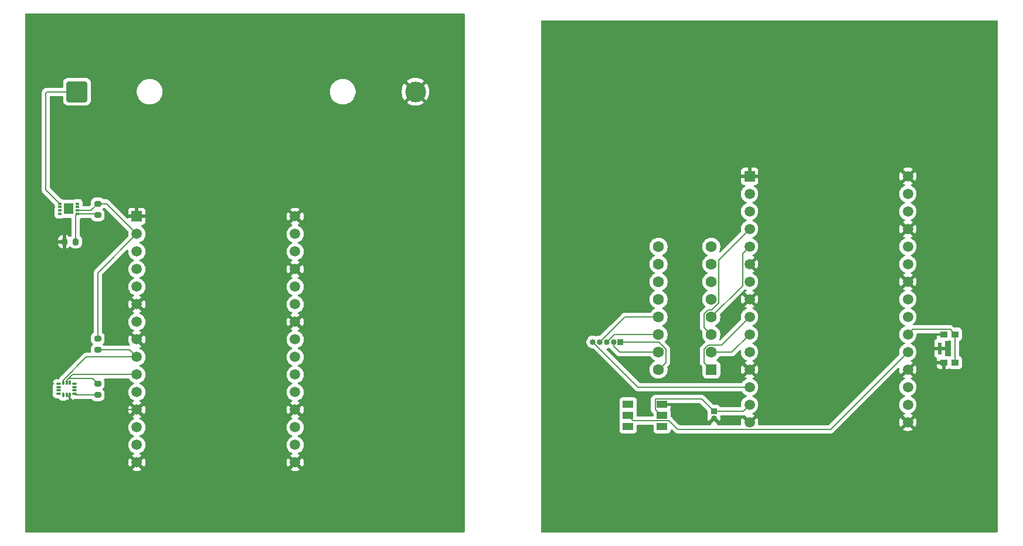
<source format=gbr>
%TF.GenerationSoftware,KiCad,Pcbnew,9.0.6*%
%TF.CreationDate,2026-01-31T12:13:37-08:00*%
%TF.ProjectId,techin514_final_sensor_pcb,74656368-696e-4353-9134-5f66696e616c,rev?*%
%TF.SameCoordinates,Original*%
%TF.FileFunction,Copper,L1,Top*%
%TF.FilePolarity,Positive*%
%FSLAX46Y46*%
G04 Gerber Fmt 4.6, Leading zero omitted, Abs format (unit mm)*
G04 Created by KiCad (PCBNEW 9.0.6) date 2026-01-31 12:13:37*
%MOMM*%
%LPD*%
G01*
G04 APERTURE LIST*
G04 Aperture macros list*
%AMRoundRect*
0 Rectangle with rounded corners*
0 $1 Rounding radius*
0 $2 $3 $4 $5 $6 $7 $8 $9 X,Y pos of 4 corners*
0 Add a 4 corners polygon primitive as box body*
4,1,4,$2,$3,$4,$5,$6,$7,$8,$9,$2,$3,0*
0 Add four circle primitives for the rounded corners*
1,1,$1+$1,$2,$3*
1,1,$1+$1,$4,$5*
1,1,$1+$1,$6,$7*
1,1,$1+$1,$8,$9*
0 Add four rect primitives between the rounded corners*
20,1,$1+$1,$2,$3,$4,$5,0*
20,1,$1+$1,$4,$5,$6,$7,0*
20,1,$1+$1,$6,$7,$8,$9,0*
20,1,$1+$1,$8,$9,$2,$3,0*%
G04 Aperture macros list end*
%TA.AperFunction,SMDPad,CuDef*%
%ADD10RoundRect,0.087500X-0.175000X-0.087500X0.175000X-0.087500X0.175000X0.087500X-0.175000X0.087500X0*%
%TD*%
%TA.AperFunction,HeatsinkPad*%
%ADD11R,1.400000X1.600000*%
%TD*%
%TA.AperFunction,ComponentPad*%
%ADD12R,0.850000X0.850000*%
%TD*%
%TA.AperFunction,ComponentPad*%
%ADD13C,0.850000*%
%TD*%
%TA.AperFunction,SMDPad,CuDef*%
%ADD14RoundRect,0.200000X0.275000X-0.200000X0.275000X0.200000X-0.275000X0.200000X-0.275000X-0.200000X0*%
%TD*%
%TA.AperFunction,ComponentPad*%
%ADD15RoundRect,0.250000X-1.250000X-1.250000X1.250000X-1.250000X1.250000X1.250000X-1.250000X1.250000X0*%
%TD*%
%TA.AperFunction,ComponentPad*%
%ADD16C,3.000000*%
%TD*%
%TA.AperFunction,SMDPad,CuDef*%
%ADD17RoundRect,0.200000X-0.275000X0.200000X-0.275000X-0.200000X0.275000X-0.200000X0.275000X0.200000X0*%
%TD*%
%TA.AperFunction,SMDPad,CuDef*%
%ADD18RoundRect,0.087500X-0.225000X-0.087500X0.225000X-0.087500X0.225000X0.087500X-0.225000X0.087500X0*%
%TD*%
%TA.AperFunction,SMDPad,CuDef*%
%ADD19RoundRect,0.087500X-0.087500X-0.225000X0.087500X-0.225000X0.087500X0.225000X-0.087500X0.225000X0*%
%TD*%
%TA.AperFunction,SMDPad,CuDef*%
%ADD20R,1.000000X0.900000*%
%TD*%
%TA.AperFunction,SMDPad,CuDef*%
%ADD21R,0.550000X1.700000*%
%TD*%
%TA.AperFunction,ComponentPad*%
%ADD22R,1.500000X1.500000*%
%TD*%
%TA.AperFunction,ComponentPad*%
%ADD23C,1.500000*%
%TD*%
%TA.AperFunction,SMDPad,CuDef*%
%ADD24RoundRect,0.200000X0.200000X0.275000X-0.200000X0.275000X-0.200000X-0.275000X0.200000X-0.275000X0*%
%TD*%
%TA.AperFunction,ComponentPad*%
%ADD25RoundRect,0.250000X0.550000X0.550000X-0.550000X0.550000X-0.550000X-0.550000X0.550000X-0.550000X0*%
%TD*%
%TA.AperFunction,ComponentPad*%
%ADD26C,1.600000*%
%TD*%
%TA.AperFunction,SMDPad,CuDef*%
%ADD27R,1.500000X1.000000*%
%TD*%
%TA.AperFunction,Conductor*%
%ADD28C,0.200000*%
%TD*%
G04 APERTURE END LIST*
D10*
%TO.P,U5,1,IN*%
%TO.N,/BATT*%
X56000000Y-72500000D03*
%TO.P,U5,2,GND*%
%TO.N,GND*%
X56000000Y-73000000D03*
%TO.P,U5,3,EN*%
%TO.N,/BATT*%
X56000000Y-73500000D03*
%TO.P,U5,4,BP*%
%TO.N,unconnected-(U5-BP-Pad4)*%
X56000000Y-74000000D03*
%TO.P,U5,5,FB*%
%TO.N,Net-(U5-FB)*%
X58575000Y-74000000D03*
%TO.P,U5,6,OUT*%
%TO.N,+3V3*%
X58575000Y-73500000D03*
%TO.P,U5,7*%
%TO.N,N/C*%
X58575000Y-73000000D03*
%TO.P,U5,8*%
X58575000Y-72500000D03*
D11*
%TO.P,U5,9*%
X57287500Y-73250000D03*
%TD*%
D12*
%TO.P,J1,1,Pin_1*%
%TO.N,Net-(J1-Pin_1)*%
X137000000Y-92500000D03*
D13*
%TO.P,J1,2,Pin_2*%
%TO.N,Net-(J1-Pin_2)*%
X136000000Y-92500000D03*
%TO.P,J1,3,Pin_3*%
%TO.N,Net-(J1-Pin_3)*%
X135000000Y-92500000D03*
%TO.P,J1,4,Pin_4*%
%TO.N,Net-(J1-Pin_4)*%
X134000000Y-92500000D03*
%TO.P,J1,5,Pin_5*%
%TO.N,/BATT(5V)*%
X133000000Y-92500000D03*
%TD*%
D14*
%TO.P,R3,1*%
%TO.N,Net-(U1-IO0)*%
X61500000Y-93650000D03*
%TO.P,R3,2*%
%TO.N,+3V3*%
X61500000Y-92000000D03*
%TD*%
D15*
%TO.P,BT1,1,+*%
%TO.N,/BATT*%
X58487500Y-56330000D03*
D16*
%TO.P,BT1,2,-*%
%TO.N,GND*%
X107387500Y-56330000D03*
%TD*%
D17*
%TO.P,R4,1*%
%TO.N,Net-(U1-IO1)*%
X61500000Y-98500000D03*
%TO.P,R4,2*%
%TO.N,+3V3*%
X61500000Y-100150000D03*
%TD*%
D18*
%TO.P,U6,1,SDO/SA0*%
%TO.N,GND*%
X55837500Y-98500000D03*
%TO.P,U6,2,SDX*%
%TO.N,unconnected-(U6-SDX-Pad2)*%
X55837500Y-99000000D03*
%TO.P,U6,3,SCX*%
%TO.N,unconnected-(U6-SCX-Pad3)*%
X55837500Y-99500000D03*
%TO.P,U6,4,INT1*%
%TO.N,unconnected-(U6-INT1-Pad4)*%
X55837500Y-100000000D03*
D19*
%TO.P,U6,5,VDDIO*%
%TO.N,+3V3*%
X56500000Y-100162500D03*
%TO.P,U6,6,GND*%
%TO.N,GND*%
X57000000Y-100162500D03*
%TO.P,U6,7,GND*%
X57500000Y-100162500D03*
D18*
%TO.P,U6,8,VDD*%
%TO.N,+3V3*%
X58162500Y-100000000D03*
%TO.P,U6,9,INT2*%
%TO.N,unconnected-(U6-INT2-Pad9)*%
X58162500Y-99500000D03*
%TO.P,U6,10,NC*%
%TO.N,unconnected-(U6-NC-Pad10)*%
X58162500Y-99000000D03*
%TO.P,U6,11,NC*%
%TO.N,unconnected-(U6-NC-Pad11)*%
X58162500Y-98500000D03*
D19*
%TO.P,U6,12,CS*%
%TO.N,+3V3*%
X57500000Y-98337500D03*
%TO.P,U6,13,SCL*%
%TO.N,Net-(U1-IO1)*%
X57000000Y-98337500D03*
%TO.P,U6,14,SDA*%
%TO.N,Net-(U1-IO0)*%
X56500000Y-98337500D03*
%TD*%
D20*
%TO.P,SW1,1,1*%
%TO.N,GND*%
X183700000Y-95475000D03*
X183700000Y-91375000D03*
%TO.P,SW1,2,2*%
%TO.N,Net-(U2-IO5)*%
X185300000Y-95475000D03*
X185300000Y-91375000D03*
D21*
%TO.P,SW1,SH,B*%
%TO.N,GND*%
X183075000Y-93425000D03*
%TD*%
D22*
%TO.P,U2,1,GND*%
%TO.N,GND*%
X155640000Y-68545000D03*
D23*
%TO.P,U2,2,3V3*%
%TO.N,Net-(U2-3V3-Pad2)*%
X155640000Y-71085000D03*
%TO.P,U2,3,3V3*%
X155640000Y-73625000D03*
%TO.P,U2,4,IO2*%
%TO.N,Net-(U2-IO2)*%
X155640000Y-76165000D03*
%TO.P,U2,5,IO3*%
%TO.N,Net-(U2-IO3)*%
X155640000Y-78705000D03*
%TO.P,U2,6,GND*%
%TO.N,GND*%
X155640000Y-81245000D03*
%TO.P,U2,7,RST*%
%TO.N,unconnected-(U2-RST-Pad7)*%
X155640000Y-83785000D03*
%TO.P,U2,8,GND*%
%TO.N,GND*%
X155640000Y-86325000D03*
%TO.P,U2,9,IO0*%
%TO.N,Net-(U2-IO0)*%
X155640000Y-88865000D03*
%TO.P,U2,10,IO1*%
%TO.N,Net-(U2-IO1)*%
X155640000Y-91405000D03*
%TO.P,U2,11,IO10*%
%TO.N,unconnected-(U2-IO10-Pad11)*%
X155640000Y-93945000D03*
%TO.P,U2,12,GND*%
%TO.N,GND*%
X155640000Y-96485000D03*
%TO.P,U2,13,5V*%
%TO.N,/BATT(5V)*%
X155640000Y-99025000D03*
%TO.P,U2,14,5V*%
X155640000Y-101565000D03*
%TO.P,U2,15,GND*%
%TO.N,GND*%
X155640000Y-104105000D03*
%TO.P,U2,16,GND*%
X178500000Y-104105000D03*
%TO.P,U2,17,IO19*%
%TO.N,unconnected-(U2-IO19-Pad17)*%
X178500000Y-101565000D03*
%TO.P,U2,18,IO18*%
%TO.N,unconnected-(U2-IO18-Pad18)*%
X178500000Y-99025000D03*
%TO.P,U2,19,GND*%
%TO.N,GND*%
X178500000Y-96485000D03*
%TO.P,U2,20,IO4*%
%TO.N,Net-(D1-DIN)*%
X178500000Y-93945000D03*
%TO.P,U2,21,IO5*%
%TO.N,Net-(U2-IO5)*%
X178500000Y-91405000D03*
%TO.P,U2,22,IO6*%
%TO.N,unconnected-(U2-IO6-Pad22)*%
X178500000Y-88865000D03*
%TO.P,U2,23,IO7*%
%TO.N,unconnected-(U2-IO7-Pad23)*%
X178500000Y-86325000D03*
%TO.P,U2,24,GND*%
%TO.N,GND*%
X178500000Y-83785000D03*
%TO.P,U2,25,IO8*%
%TO.N,unconnected-(U2-IO8-Pad25)*%
X178500000Y-81245000D03*
%TO.P,U2,26,IO9*%
%TO.N,unconnected-(U2-IO9-Pad26)*%
X178500000Y-78705000D03*
%TO.P,U2,27,GND*%
%TO.N,GND*%
X178500000Y-76165000D03*
%TO.P,U2,28,RX*%
%TO.N,unconnected-(U2-RX-Pad28)*%
X178500000Y-73625000D03*
%TO.P,U2,29,TX*%
%TO.N,unconnected-(U2-TX-Pad29)*%
X178500000Y-71085000D03*
%TO.P,U2,30,GND*%
%TO.N,GND*%
X178500000Y-68545000D03*
%TD*%
D22*
%TO.P,U1,1,GND*%
%TO.N,GND*%
X67140000Y-74340000D03*
D23*
%TO.P,U1,2,3V3*%
%TO.N,+3V3*%
X67140000Y-76880000D03*
%TO.P,U1,3,3V3*%
X67140000Y-79420000D03*
%TO.P,U1,4,IO2*%
%TO.N,unconnected-(U1-IO2-Pad4)*%
X67140000Y-81960000D03*
%TO.P,U1,5,IO3*%
%TO.N,unconnected-(U1-IO3-Pad5)*%
X67140000Y-84500000D03*
%TO.P,U1,6,GND*%
%TO.N,GND*%
X67140000Y-87040000D03*
%TO.P,U1,7,RST*%
%TO.N,unconnected-(U1-RST-Pad7)*%
X67140000Y-89580000D03*
%TO.P,U1,8,GND*%
%TO.N,GND*%
X67140000Y-92120000D03*
%TO.P,U1,9,IO0*%
%TO.N,Net-(U1-IO0)*%
X67140000Y-94660000D03*
%TO.P,U1,10,IO1*%
%TO.N,Net-(U1-IO1)*%
X67140000Y-97200000D03*
%TO.P,U1,11,IO10*%
%TO.N,unconnected-(U1-IO10-Pad11)*%
X67140000Y-99740000D03*
%TO.P,U1,12,GND*%
%TO.N,GND*%
X67140000Y-102280000D03*
%TO.P,U1,13,5V*%
%TO.N,Net-(U1-5V-Pad13)*%
X67140000Y-104820000D03*
%TO.P,U1,14,5V*%
X67140000Y-107360000D03*
%TO.P,U1,15,GND*%
%TO.N,GND*%
X67140000Y-109900000D03*
%TO.P,U1,16,GND*%
X90000000Y-109900000D03*
%TO.P,U1,17,IO19*%
%TO.N,unconnected-(U1-IO19-Pad17)*%
X90000000Y-107360000D03*
%TO.P,U1,18,IO18*%
%TO.N,unconnected-(U1-IO18-Pad18)*%
X90000000Y-104820000D03*
%TO.P,U1,19,GND*%
%TO.N,GND*%
X90000000Y-102280000D03*
%TO.P,U1,20,IO4*%
%TO.N,unconnected-(U1-IO4-Pad20)*%
X90000000Y-99740000D03*
%TO.P,U1,21,IO5*%
%TO.N,unconnected-(U1-IO5-Pad21)*%
X90000000Y-97200000D03*
%TO.P,U1,22,IO6*%
%TO.N,unconnected-(U1-IO6-Pad22)*%
X90000000Y-94660000D03*
%TO.P,U1,23,IO7*%
%TO.N,unconnected-(U1-IO7-Pad23)*%
X90000000Y-92120000D03*
%TO.P,U1,24,GND*%
%TO.N,GND*%
X90000000Y-89580000D03*
%TO.P,U1,25,IO8*%
%TO.N,unconnected-(U1-IO8-Pad25)*%
X90000000Y-87040000D03*
%TO.P,U1,26,IO9*%
%TO.N,unconnected-(U1-IO9-Pad26)*%
X90000000Y-84500000D03*
%TO.P,U1,27,GND*%
%TO.N,GND*%
X90000000Y-81960000D03*
%TO.P,U1,28,RX*%
%TO.N,unconnected-(U1-RX-Pad28)*%
X90000000Y-79420000D03*
%TO.P,U1,29,TX*%
%TO.N,unconnected-(U1-TX-Pad29)*%
X90000000Y-76880000D03*
%TO.P,U1,30,GND*%
%TO.N,GND*%
X90000000Y-74340000D03*
%TD*%
D12*
%TO.P,BT2,1,+*%
%TO.N,/BATT(5V)*%
X150500000Y-102500000D03*
D13*
%TO.P,BT2,2,-*%
%TO.N,GND*%
X150500000Y-103500000D03*
%TD*%
D24*
%TO.P,R2,1*%
%TO.N,Net-(U5-FB)*%
X58325000Y-78000000D03*
%TO.P,R2,2*%
%TO.N,GND*%
X56675000Y-78000000D03*
%TD*%
D17*
%TO.P,R1,1*%
%TO.N,+3V3*%
X61500000Y-72500000D03*
%TO.P,R1,2*%
%TO.N,Net-(U5-FB)*%
X61500000Y-74150000D03*
%TD*%
D25*
%TO.P,U4,1,I1*%
%TO.N,Net-(U2-IO0)*%
X150120000Y-96500000D03*
D26*
%TO.P,U4,2,I2*%
%TO.N,Net-(U2-IO1)*%
X150120000Y-93960000D03*
%TO.P,U4,3,I3*%
%TO.N,Net-(U2-IO2)*%
X150120000Y-91420000D03*
%TO.P,U4,4,I4*%
%TO.N,Net-(U2-IO3)*%
X150120000Y-88880000D03*
%TO.P,U4,5,I5*%
%TO.N,unconnected-(U4-I5-Pad5)*%
X150120000Y-86340000D03*
%TO.P,U4,6,I6*%
%TO.N,unconnected-(U4-I6-Pad6)*%
X150120000Y-83800000D03*
%TO.P,U4,7,I7*%
%TO.N,unconnected-(U4-I7-Pad7)*%
X150120000Y-81260000D03*
%TO.P,U4,8,GND*%
%TO.N,unconnected-(U4-GND-Pad8)*%
X150120000Y-78720000D03*
%TO.P,U4,9,COM*%
%TO.N,unconnected-(U4-COM-Pad9)*%
X142500000Y-78720000D03*
%TO.P,U4,10,O7*%
%TO.N,unconnected-(U4-O7-Pad10)*%
X142500000Y-81260000D03*
%TO.P,U4,11,O6*%
%TO.N,unconnected-(U4-O6-Pad11)*%
X142500000Y-83800000D03*
%TO.P,U4,12,O5*%
%TO.N,unconnected-(U4-O5-Pad12)*%
X142500000Y-86340000D03*
%TO.P,U4,13,O4*%
%TO.N,Net-(J1-Pin_4)*%
X142500000Y-88880000D03*
%TO.P,U4,14,O3*%
%TO.N,Net-(J1-Pin_3)*%
X142500000Y-91420000D03*
%TO.P,U4,15,O2*%
%TO.N,Net-(J1-Pin_2)*%
X142500000Y-93960000D03*
%TO.P,U4,16,O1*%
%TO.N,Net-(J1-Pin_1)*%
X142500000Y-96500000D03*
%TD*%
D27*
%TO.P,D1,1,DOUT*%
%TO.N,unconnected-(D1-DOUT-Pad1)*%
X138100000Y-101500000D03*
%TO.P,D1,2,DIN*%
%TO.N,Net-(D1-DIN)*%
X138100000Y-103100000D03*
%TO.P,D1,3,VCC*%
%TO.N,unconnected-(D1-VCC-Pad3)*%
X138100000Y-104700000D03*
%TO.P,D1,4,NC*%
%TO.N,unconnected-(D1-NC-Pad4)*%
X143000000Y-104700000D03*
%TO.P,D1,5,VDD*%
%TO.N,/BATT(5V)*%
X143000000Y-103100000D03*
%TO.P,D1,6,VSS*%
%TO.N,GND*%
X143000000Y-101500000D03*
%TD*%
D28*
%TO.N,/BATT*%
X58487500Y-56330000D02*
X54170000Y-56330000D01*
X54170000Y-56330000D02*
X54000000Y-56500000D01*
X54000000Y-70500000D02*
X56000000Y-72500000D01*
X54000000Y-56500000D02*
X54000000Y-70500000D01*
%TO.N,GND*%
X57000000Y-100162500D02*
X59117500Y-102280000D01*
X67091500Y-87088500D02*
X67140000Y-87040000D01*
X155545000Y-68545000D02*
X155500000Y-68500000D01*
X59117500Y-102280000D02*
X67140000Y-102280000D01*
X155640000Y-68545000D02*
X155545000Y-68545000D01*
%TO.N,/BATT(5V)*%
X148749000Y-100749000D02*
X150500000Y-102500000D01*
X143000000Y-103100000D02*
X142848000Y-103100000D01*
X150500000Y-102500000D02*
X154705000Y-102500000D01*
X139525000Y-99025000D02*
X155640000Y-99025000D01*
X154705000Y-102500000D02*
X155640000Y-101565000D01*
X142848000Y-103100000D02*
X141999000Y-102251000D01*
X141999000Y-102251000D02*
X141999000Y-100749000D01*
X141999000Y-100749000D02*
X148749000Y-100749000D01*
X133000000Y-92500000D02*
X139525000Y-99025000D01*
%TO.N,Net-(D1-DIN)*%
X144001000Y-103851000D02*
X145256000Y-105106000D01*
X138100000Y-103100000D02*
X138851000Y-103851000D01*
X138851000Y-103851000D02*
X144001000Y-103851000D01*
X145256000Y-105106000D02*
X167339000Y-105106000D01*
X167339000Y-105106000D02*
X178500000Y-93945000D01*
%TO.N,Net-(J1-Pin_3)*%
X135000000Y-92500000D02*
X136080000Y-91420000D01*
X136080000Y-91420000D02*
X142500000Y-91420000D01*
%TO.N,Net-(J1-Pin_1)*%
X143551000Y-93524661D02*
X143551000Y-95449000D01*
X143551000Y-95449000D02*
X142500000Y-96500000D01*
X137000000Y-92500000D02*
X142526339Y-92500000D01*
X142526339Y-92500000D02*
X143551000Y-93524661D01*
%TO.N,Net-(J1-Pin_4)*%
X134000000Y-92500000D02*
X137620000Y-88880000D01*
X137620000Y-88880000D02*
X142500000Y-88880000D01*
%TO.N,Net-(J1-Pin_2)*%
X136000000Y-93101040D02*
X136858960Y-93960000D01*
X136000000Y-92500000D02*
X136000000Y-93101040D01*
X136858960Y-93960000D02*
X142500000Y-93960000D01*
%TO.N,+3V3*%
X58312500Y-100150000D02*
X58162500Y-100000000D01*
X61500000Y-100150000D02*
X58312500Y-100150000D01*
X67140000Y-76880000D02*
X67140000Y-76800936D01*
X61500000Y-92000000D02*
X61500000Y-82520000D01*
X60500000Y-73500000D02*
X61500000Y-72500000D01*
X62760000Y-72500000D02*
X67140000Y-76880000D01*
X58575000Y-73500000D02*
X60500000Y-73500000D01*
X61500000Y-72500000D02*
X62760000Y-72500000D01*
X61500000Y-82520000D02*
X67140000Y-76880000D01*
%TO.N,Net-(U5-FB)*%
X58575000Y-74000000D02*
X58500000Y-74000000D01*
X58325000Y-78000000D02*
X58325000Y-74250000D01*
X58575000Y-74000000D02*
X61350000Y-74000000D01*
X61350000Y-74000000D02*
X61500000Y-74150000D01*
X58325000Y-74250000D02*
X58575000Y-74000000D01*
%TO.N,Net-(U1-IO0)*%
X59840000Y-94660000D02*
X67140000Y-94660000D01*
X61500000Y-93650000D02*
X66130000Y-93650000D01*
X56500000Y-98000000D02*
X59840000Y-94660000D01*
X66130000Y-93650000D02*
X67140000Y-94660000D01*
X56500000Y-98337500D02*
X56500000Y-98000000D01*
%TO.N,Net-(U1-IO1)*%
X60774000Y-97774000D02*
X61500000Y-98500000D01*
X57000000Y-98043864D02*
X57843864Y-97200000D01*
X57000000Y-98043864D02*
X57269864Y-97774000D01*
X57843864Y-97200000D02*
X67140000Y-97200000D01*
X57269864Y-97774000D02*
X60774000Y-97774000D01*
X57000000Y-98337500D02*
X57000000Y-98043864D01*
%TO.N,Net-(U2-IO5)*%
X185300000Y-95475000D02*
X185300000Y-91375000D01*
X184599000Y-90674000D02*
X179231000Y-90674000D01*
X185300000Y-91375000D02*
X184599000Y-90674000D01*
X179231000Y-90674000D02*
X178500000Y-91405000D01*
%TO.N,Net-(U2-IO2)*%
X149069000Y-88444661D02*
X149684661Y-87829000D01*
X151171000Y-80634000D02*
X155640000Y-76165000D01*
X149684661Y-87829000D02*
X150171000Y-87829000D01*
X149069000Y-90369000D02*
X149069000Y-88444661D01*
X150120000Y-91420000D02*
X149069000Y-90369000D01*
X151171000Y-86829000D02*
X151171000Y-80634000D01*
X150171000Y-87829000D02*
X151171000Y-86829000D01*
%TO.N,Net-(U2-IO1)*%
X153085000Y-93960000D02*
X155640000Y-91405000D01*
X150120000Y-93960000D02*
X153085000Y-93960000D01*
%TO.N,Net-(U2-IO3)*%
X150120000Y-88880000D02*
X154639000Y-84361000D01*
X154639000Y-79706000D02*
X155640000Y-78705000D01*
X154639000Y-84361000D02*
X154639000Y-79706000D01*
%TO.N,Net-(U2-IO0)*%
X149069000Y-95449000D02*
X149069000Y-93524661D01*
X149684661Y-92909000D02*
X151596000Y-92909000D01*
X151596000Y-92909000D02*
X155640000Y-88865000D01*
X150120000Y-96500000D02*
X149069000Y-95449000D01*
X149069000Y-93524661D02*
X149684661Y-92909000D01*
%TD*%
%TA.AperFunction,Conductor*%
%TO.N,GND*%
G36*
X148515942Y-101369185D02*
G01*
X148536584Y-101385819D01*
X149538181Y-102387416D01*
X149571666Y-102448739D01*
X149574500Y-102475097D01*
X149574500Y-102972870D01*
X149574501Y-102972876D01*
X149580908Y-103032483D01*
X149616702Y-103128451D01*
X149621686Y-103198143D01*
X149615085Y-103219227D01*
X149610549Y-103230180D01*
X149610545Y-103230190D01*
X149575000Y-103408891D01*
X149575000Y-103591109D01*
X149610545Y-103769805D01*
X149610548Y-103769817D01*
X149680271Y-103938145D01*
X149691498Y-103954947D01*
X150184627Y-103461818D01*
X150211554Y-103447114D01*
X150237373Y-103430522D01*
X150243573Y-103429630D01*
X150245950Y-103428333D01*
X150259699Y-103426854D01*
X150250000Y-103450272D01*
X150250000Y-103549728D01*
X150288060Y-103641614D01*
X150358386Y-103711940D01*
X150450272Y-103750000D01*
X150549728Y-103750000D01*
X150641614Y-103711940D01*
X150711940Y-103641614D01*
X150750000Y-103549728D01*
X150750000Y-103450272D01*
X150741407Y-103429526D01*
X150794730Y-103445184D01*
X150815372Y-103461818D01*
X151308500Y-103954948D01*
X151319724Y-103938152D01*
X151319724Y-103938151D01*
X151389452Y-103769813D01*
X151389454Y-103769805D01*
X151424999Y-103591109D01*
X151425000Y-103591106D01*
X151425000Y-103408894D01*
X151424999Y-103408890D01*
X151393134Y-103248691D01*
X151399361Y-103179100D01*
X151442224Y-103123922D01*
X151508114Y-103100678D01*
X151514751Y-103100500D01*
X154618331Y-103100500D01*
X154618347Y-103100501D01*
X154625943Y-103100501D01*
X154784055Y-103100501D01*
X154784057Y-103100501D01*
X154876580Y-103075709D01*
X154946428Y-103077371D01*
X154996354Y-103107802D01*
X155551415Y-103662861D01*
X155466306Y-103685667D01*
X155363694Y-103744910D01*
X155279910Y-103828694D01*
X155220667Y-103931306D01*
X155197862Y-104016414D01*
X154596320Y-103414872D01*
X154596320Y-103414873D01*
X154570902Y-103449859D01*
X154570899Y-103449863D01*
X154481582Y-103625161D01*
X154420778Y-103812294D01*
X154390000Y-104006617D01*
X154390000Y-104203382D01*
X154415139Y-104362102D01*
X154406185Y-104431395D01*
X154361188Y-104484847D01*
X154294437Y-104505487D01*
X154292666Y-104505500D01*
X151068885Y-104505500D01*
X151001846Y-104485815D01*
X150956091Y-104433011D01*
X150946147Y-104363853D01*
X150950418Y-104354499D01*
X150954948Y-104308500D01*
X150500001Y-103853553D01*
X150500000Y-103853553D01*
X150045050Y-104308500D01*
X150050799Y-104366865D01*
X150049203Y-104367022D01*
X150053512Y-104401344D01*
X150023353Y-104464369D01*
X149963907Y-104501084D01*
X149931110Y-104505500D01*
X145556097Y-104505500D01*
X145489058Y-104485815D01*
X145468416Y-104469181D01*
X144488590Y-103489355D01*
X144488588Y-103489352D01*
X144369717Y-103370481D01*
X144369712Y-103370477D01*
X144312499Y-103337445D01*
X144264283Y-103286878D01*
X144250499Y-103230058D01*
X144250499Y-102552129D01*
X144250498Y-102552123D01*
X144250497Y-102552116D01*
X144244091Y-102492517D01*
X144244091Y-102492516D01*
X144190697Y-102349359D01*
X144192266Y-102348773D01*
X144179616Y-102290630D01*
X144191314Y-102250793D01*
X144190253Y-102250398D01*
X144243597Y-102107376D01*
X144243598Y-102107372D01*
X144249999Y-102047844D01*
X144250000Y-102047827D01*
X144250000Y-101750000D01*
X143124000Y-101750000D01*
X143115314Y-101747449D01*
X143106353Y-101748738D01*
X143082312Y-101737759D01*
X143056961Y-101730315D01*
X143051033Y-101723474D01*
X143042797Y-101719713D01*
X143028507Y-101697478D01*
X143011206Y-101677511D01*
X143008918Y-101666996D01*
X143005023Y-101660935D01*
X143000000Y-101626000D01*
X143000000Y-101473500D01*
X143019685Y-101406461D01*
X143072489Y-101360706D01*
X143124000Y-101349500D01*
X148448903Y-101349500D01*
X148515942Y-101369185D01*
G37*
%TD.AperFunction*%
%TA.AperFunction,Conductor*%
G36*
X155058606Y-84893141D02*
G01*
X155071566Y-84898838D01*
X155161763Y-84944795D01*
X155212559Y-84992769D01*
X155229355Y-85060590D01*
X155206818Y-85126725D01*
X155161764Y-85165765D01*
X154984859Y-85255902D01*
X154949873Y-85281320D01*
X154949872Y-85281320D01*
X155551415Y-85882861D01*
X155466306Y-85905667D01*
X155363694Y-85964910D01*
X155279910Y-86048694D01*
X155220667Y-86151306D01*
X155197861Y-86236414D01*
X154596320Y-85634872D01*
X154596320Y-85634873D01*
X154570902Y-85669859D01*
X154570899Y-85669863D01*
X154481582Y-85845161D01*
X154420778Y-86032294D01*
X154390000Y-86226617D01*
X154390000Y-86423382D01*
X154420778Y-86617705D01*
X154481581Y-86804835D01*
X154570905Y-86980145D01*
X154596319Y-87015125D01*
X154596320Y-87015125D01*
X155197861Y-86413584D01*
X155220667Y-86498694D01*
X155279910Y-86601306D01*
X155363694Y-86685090D01*
X155466306Y-86744333D01*
X155551414Y-86767137D01*
X154949873Y-87368677D01*
X154949873Y-87368678D01*
X154984858Y-87394096D01*
X155161764Y-87484234D01*
X155212560Y-87532209D01*
X155229355Y-87600030D01*
X155206818Y-87666164D01*
X155161764Y-87705204D01*
X154984594Y-87795476D01*
X154893741Y-87861485D01*
X154825354Y-87911172D01*
X154825352Y-87911174D01*
X154825351Y-87911174D01*
X154686174Y-88050351D01*
X154686174Y-88050352D01*
X154686172Y-88050354D01*
X154636485Y-88118741D01*
X154570476Y-88209594D01*
X154481117Y-88384970D01*
X154420290Y-88572173D01*
X154389500Y-88766577D01*
X154389500Y-88963422D01*
X154421023Y-89162453D01*
X154412068Y-89231747D01*
X154386231Y-89269532D01*
X151451514Y-92204250D01*
X151390191Y-92237735D01*
X151320499Y-92232751D01*
X151264566Y-92190879D01*
X151240149Y-92125415D01*
X151253349Y-92060274D01*
X151325216Y-91919228D01*
X151325218Y-91919223D01*
X151325220Y-91919219D01*
X151388477Y-91724534D01*
X151420500Y-91522352D01*
X151420500Y-91317648D01*
X151418747Y-91306581D01*
X151388477Y-91115465D01*
X151342888Y-90975157D01*
X151325220Y-90920781D01*
X151325218Y-90920778D01*
X151325218Y-90920776D01*
X151288911Y-90849520D01*
X151232287Y-90738390D01*
X151224556Y-90727749D01*
X151111971Y-90572786D01*
X150967213Y-90428028D01*
X150801614Y-90307715D01*
X150766734Y-90289943D01*
X150708917Y-90260483D01*
X150658123Y-90212511D01*
X150641328Y-90144690D01*
X150663865Y-90078555D01*
X150708917Y-90039516D01*
X150801610Y-89992287D01*
X150822770Y-89976913D01*
X150967213Y-89871971D01*
X150967215Y-89871968D01*
X150967219Y-89871966D01*
X151111966Y-89727219D01*
X151111968Y-89727215D01*
X151111971Y-89727213D01*
X151164732Y-89654590D01*
X151232287Y-89561610D01*
X151325220Y-89379219D01*
X151388477Y-89184534D01*
X151420500Y-88982352D01*
X151420500Y-88777648D01*
X151418747Y-88766583D01*
X151388478Y-88575472D01*
X151388477Y-88575471D01*
X151388477Y-88575466D01*
X151383825Y-88561151D01*
X151381832Y-88491312D01*
X151414075Y-88435158D01*
X154927593Y-84921640D01*
X154988914Y-84888157D01*
X155058606Y-84893141D01*
G37*
%TD.AperFunction*%
%TA.AperFunction,Conductor*%
G36*
X191442539Y-46020185D02*
G01*
X191488294Y-46072989D01*
X191499500Y-46124500D01*
X191499500Y-119875500D01*
X191479815Y-119942539D01*
X191427011Y-119988294D01*
X191375500Y-119999500D01*
X125624500Y-119999500D01*
X125557461Y-119979815D01*
X125511706Y-119927011D01*
X125500500Y-119875500D01*
X125500500Y-92591156D01*
X132074499Y-92591156D01*
X132110065Y-92769952D01*
X132110068Y-92769962D01*
X132179831Y-92938387D01*
X132179833Y-92938391D01*
X132281113Y-93089967D01*
X132281119Y-93089975D01*
X132410024Y-93218880D01*
X132410032Y-93218886D01*
X132561608Y-93320166D01*
X132561612Y-93320168D01*
X132730037Y-93389931D01*
X132730042Y-93389933D01*
X132730046Y-93389933D01*
X132730047Y-93389934D01*
X132908843Y-93425500D01*
X132908846Y-93425500D01*
X133024903Y-93425500D01*
X133091942Y-93445185D01*
X133112584Y-93461819D01*
X139040139Y-99389374D01*
X139040149Y-99389385D01*
X139044479Y-99393715D01*
X139044480Y-99393716D01*
X139156284Y-99505520D01*
X139156286Y-99505521D01*
X139156290Y-99505524D01*
X139293209Y-99584573D01*
X139293216Y-99584577D01*
X139405019Y-99614534D01*
X139445942Y-99625500D01*
X139445943Y-99625500D01*
X154467404Y-99625500D01*
X154534443Y-99645185D01*
X154567722Y-99676614D01*
X154570475Y-99680403D01*
X154570476Y-99680405D01*
X154686172Y-99839646D01*
X154825354Y-99978828D01*
X154984595Y-100094524D01*
X155090528Y-100148499D01*
X155161213Y-100184515D01*
X155212009Y-100232489D01*
X155228804Y-100300310D01*
X155206267Y-100366445D01*
X155161213Y-100405485D01*
X154984594Y-100495476D01*
X154901008Y-100556206D01*
X154825354Y-100611172D01*
X154825352Y-100611174D01*
X154825351Y-100611174D01*
X154686174Y-100750351D01*
X154686174Y-100750352D01*
X154686172Y-100750354D01*
X154680856Y-100757671D01*
X154570476Y-100909594D01*
X154481117Y-101084970D01*
X154420290Y-101272173D01*
X154389500Y-101466577D01*
X154389500Y-101663422D01*
X154404179Y-101756102D01*
X154395224Y-101825396D01*
X154350228Y-101878848D01*
X154283477Y-101899487D01*
X154281706Y-101899500D01*
X151478861Y-101899500D01*
X151411822Y-101879815D01*
X151374362Y-101839581D01*
X151374112Y-101839769D01*
X151372364Y-101837434D01*
X151370027Y-101834924D01*
X151368797Y-101832673D01*
X151368796Y-101832669D01*
X151363351Y-101825396D01*
X151282547Y-101717455D01*
X151282544Y-101717452D01*
X151167335Y-101631206D01*
X151167328Y-101631202D01*
X151032482Y-101580908D01*
X151032483Y-101580908D01*
X150972883Y-101574501D01*
X150972881Y-101574500D01*
X150972873Y-101574500D01*
X150972865Y-101574500D01*
X150475097Y-101574500D01*
X150408058Y-101554815D01*
X150387416Y-101538181D01*
X149236590Y-100387355D01*
X149236588Y-100387352D01*
X149117717Y-100268481D01*
X149117716Y-100268480D01*
X149030904Y-100218360D01*
X149030904Y-100218359D01*
X149030900Y-100218358D01*
X148980785Y-100189423D01*
X148828057Y-100148499D01*
X148669943Y-100148499D01*
X148662347Y-100148499D01*
X148662331Y-100148500D01*
X141919943Y-100148500D01*
X141767216Y-100189423D01*
X141767209Y-100189426D01*
X141630290Y-100268475D01*
X141630282Y-100268481D01*
X141518481Y-100380282D01*
X141518475Y-100380290D01*
X141439426Y-100517209D01*
X141439423Y-100517216D01*
X141398500Y-100669943D01*
X141398500Y-102164330D01*
X141398499Y-102164348D01*
X141398499Y-102330054D01*
X141398498Y-102330054D01*
X141413869Y-102387416D01*
X141439423Y-102482785D01*
X141449651Y-102500500D01*
X141518477Y-102619712D01*
X141518481Y-102619717D01*
X141637349Y-102738585D01*
X141637355Y-102738590D01*
X141713181Y-102814416D01*
X141746666Y-102875739D01*
X141749500Y-102902096D01*
X141749500Y-103035905D01*
X141749501Y-103126499D01*
X141729817Y-103193539D01*
X141677013Y-103239294D01*
X141625501Y-103250500D01*
X139474500Y-103250500D01*
X139407461Y-103230815D01*
X139361706Y-103178011D01*
X139350500Y-103126500D01*
X139350499Y-102552129D01*
X139350498Y-102552123D01*
X139350497Y-102552116D01*
X139344091Y-102492517D01*
X139293796Y-102357669D01*
X139293794Y-102357666D01*
X139290696Y-102349360D01*
X139292426Y-102348714D01*
X139279902Y-102291163D01*
X139291691Y-102251011D01*
X139290696Y-102250640D01*
X139293794Y-102242333D01*
X139293796Y-102242331D01*
X139344091Y-102107483D01*
X139350500Y-102047873D01*
X139350499Y-100952128D01*
X139344091Y-100892517D01*
X139293796Y-100757669D01*
X139293795Y-100757668D01*
X139293793Y-100757664D01*
X139207547Y-100642455D01*
X139207544Y-100642452D01*
X139092335Y-100556206D01*
X139092328Y-100556202D01*
X138957482Y-100505908D01*
X138957483Y-100505908D01*
X138897883Y-100499501D01*
X138897881Y-100499500D01*
X138897873Y-100499500D01*
X138897864Y-100499500D01*
X137302129Y-100499500D01*
X137302123Y-100499501D01*
X137242516Y-100505908D01*
X137107671Y-100556202D01*
X137107664Y-100556206D01*
X136992455Y-100642452D01*
X136992452Y-100642455D01*
X136906206Y-100757664D01*
X136906202Y-100757671D01*
X136855908Y-100892517D01*
X136849501Y-100952116D01*
X136849501Y-100952123D01*
X136849500Y-100952135D01*
X136849500Y-102047870D01*
X136849501Y-102047876D01*
X136855908Y-102107483D01*
X136909303Y-102250641D01*
X136907575Y-102251285D01*
X136920095Y-102308853D01*
X136908310Y-102348988D01*
X136909303Y-102349359D01*
X136855908Y-102492517D01*
X136853080Y-102518825D01*
X136849501Y-102552123D01*
X136849500Y-102552135D01*
X136849500Y-103647870D01*
X136849501Y-103647876D01*
X136855908Y-103707483D01*
X136909303Y-103850641D01*
X136907575Y-103851285D01*
X136920095Y-103908853D01*
X136908310Y-103948988D01*
X136909303Y-103949359D01*
X136855908Y-104092517D01*
X136849501Y-104152116D01*
X136849500Y-104152135D01*
X136849500Y-105247870D01*
X136849501Y-105247876D01*
X136855908Y-105307483D01*
X136906202Y-105442328D01*
X136906206Y-105442335D01*
X136992452Y-105557544D01*
X136992455Y-105557547D01*
X137107664Y-105643793D01*
X137107671Y-105643797D01*
X137242517Y-105694091D01*
X137242516Y-105694091D01*
X137249444Y-105694835D01*
X137302127Y-105700500D01*
X138897872Y-105700499D01*
X138957483Y-105694091D01*
X139092331Y-105643796D01*
X139207546Y-105557546D01*
X139293796Y-105442331D01*
X139344091Y-105307483D01*
X139350500Y-105247873D01*
X139350499Y-104575499D01*
X139370183Y-104508461D01*
X139422987Y-104462706D01*
X139474499Y-104451500D01*
X141625500Y-104451500D01*
X141692539Y-104471185D01*
X141738294Y-104523989D01*
X141749500Y-104575500D01*
X141749500Y-105247870D01*
X141749501Y-105247876D01*
X141755908Y-105307483D01*
X141806202Y-105442328D01*
X141806206Y-105442335D01*
X141892452Y-105557544D01*
X141892455Y-105557547D01*
X142007664Y-105643793D01*
X142007671Y-105643797D01*
X142142517Y-105694091D01*
X142142516Y-105694091D01*
X142149444Y-105694835D01*
X142202127Y-105700500D01*
X143797872Y-105700499D01*
X143857483Y-105694091D01*
X143992331Y-105643796D01*
X144107546Y-105557546D01*
X144193796Y-105442331D01*
X144244091Y-105307483D01*
X144250500Y-105247873D01*
X144250499Y-105247845D01*
X144250678Y-105244547D01*
X144251831Y-105244608D01*
X144270152Y-105182106D01*
X144322934Y-105136326D01*
X144392088Y-105126350D01*
X144455657Y-105155344D01*
X144462180Y-105161415D01*
X144771139Y-105470374D01*
X144771149Y-105470385D01*
X144775479Y-105474715D01*
X144775480Y-105474716D01*
X144887284Y-105586520D01*
X144974095Y-105636639D01*
X144974097Y-105636641D01*
X145012151Y-105658611D01*
X145024215Y-105665577D01*
X145176943Y-105706501D01*
X145176946Y-105706501D01*
X145342653Y-105706501D01*
X145342669Y-105706500D01*
X167252331Y-105706500D01*
X167252347Y-105706501D01*
X167259943Y-105706501D01*
X167418054Y-105706501D01*
X167418057Y-105706501D01*
X167570785Y-105665577D01*
X167620904Y-105636639D01*
X167707716Y-105586520D01*
X167819520Y-105474716D01*
X167819520Y-105474714D01*
X167829728Y-105464507D01*
X167829730Y-105464504D01*
X177044583Y-96249650D01*
X177105902Y-96216168D01*
X177175594Y-96221152D01*
X177231527Y-96263024D01*
X177255944Y-96328488D01*
X177254734Y-96356730D01*
X177250000Y-96386621D01*
X177250000Y-96583382D01*
X177280778Y-96777705D01*
X177341581Y-96964835D01*
X177430905Y-97140145D01*
X177456319Y-97175125D01*
X177456320Y-97175125D01*
X178057861Y-96573584D01*
X178080667Y-96658694D01*
X178139910Y-96761306D01*
X178223694Y-96845090D01*
X178326306Y-96904333D01*
X178411414Y-96927137D01*
X177809873Y-97528677D01*
X177809873Y-97528678D01*
X177844858Y-97554096D01*
X178021764Y-97644234D01*
X178072560Y-97692209D01*
X178089355Y-97760030D01*
X178066818Y-97826164D01*
X178021764Y-97865204D01*
X177844594Y-97955476D01*
X177753741Y-98021485D01*
X177685354Y-98071172D01*
X177685352Y-98071174D01*
X177685351Y-98071174D01*
X177546174Y-98210351D01*
X177546174Y-98210352D01*
X177546172Y-98210354D01*
X177496485Y-98278741D01*
X177430476Y-98369594D01*
X177341117Y-98544970D01*
X177280290Y-98732173D01*
X177249500Y-98926577D01*
X177249500Y-99123422D01*
X177280290Y-99317826D01*
X177341117Y-99505029D01*
X177428544Y-99676614D01*
X177430476Y-99680405D01*
X177546172Y-99839646D01*
X177685354Y-99978828D01*
X177844595Y-100094524D01*
X177950528Y-100148499D01*
X178021213Y-100184515D01*
X178072009Y-100232489D01*
X178088804Y-100300310D01*
X178066267Y-100366445D01*
X178021213Y-100405485D01*
X177844594Y-100495476D01*
X177761008Y-100556206D01*
X177685354Y-100611172D01*
X177685352Y-100611174D01*
X177685351Y-100611174D01*
X177546174Y-100750351D01*
X177546174Y-100750352D01*
X177546172Y-100750354D01*
X177540856Y-100757671D01*
X177430476Y-100909594D01*
X177341117Y-101084970D01*
X177280290Y-101272173D01*
X177249500Y-101466577D01*
X177249500Y-101663422D01*
X177280290Y-101857826D01*
X177341117Y-102045029D01*
X177430476Y-102220405D01*
X177546172Y-102379646D01*
X177685354Y-102518828D01*
X177804784Y-102605600D01*
X177844596Y-102634525D01*
X178021763Y-102724795D01*
X178072560Y-102772769D01*
X178089355Y-102840590D01*
X178066818Y-102906725D01*
X178021764Y-102945765D01*
X177844859Y-103035902D01*
X177809873Y-103061320D01*
X177809872Y-103061320D01*
X178411415Y-103662861D01*
X178326306Y-103685667D01*
X178223694Y-103744910D01*
X178139910Y-103828694D01*
X178080667Y-103931306D01*
X178057861Y-104016414D01*
X177456320Y-103414872D01*
X177456320Y-103414873D01*
X177430902Y-103449859D01*
X177430899Y-103449863D01*
X177341582Y-103625161D01*
X177280778Y-103812294D01*
X177250000Y-104006617D01*
X177250000Y-104203382D01*
X177280778Y-104397705D01*
X177341581Y-104584835D01*
X177430905Y-104760145D01*
X177456319Y-104795125D01*
X177456320Y-104795125D01*
X178057861Y-104193584D01*
X178080667Y-104278694D01*
X178139910Y-104381306D01*
X178223694Y-104465090D01*
X178326306Y-104524333D01*
X178411414Y-104547137D01*
X177809873Y-105148677D01*
X177809873Y-105148678D01*
X177844858Y-105174096D01*
X178020164Y-105263418D01*
X178207294Y-105324221D01*
X178401618Y-105355000D01*
X178598382Y-105355000D01*
X178792705Y-105324221D01*
X178979835Y-105263418D01*
X179155143Y-105174095D01*
X179190125Y-105148678D01*
X179190126Y-105148678D01*
X178588585Y-104547137D01*
X178673694Y-104524333D01*
X178776306Y-104465090D01*
X178860090Y-104381306D01*
X178919333Y-104278694D01*
X178942137Y-104193585D01*
X179543678Y-104795126D01*
X179543678Y-104795125D01*
X179569095Y-104760143D01*
X179658418Y-104584835D01*
X179719221Y-104397705D01*
X179750000Y-104203382D01*
X179750000Y-104006617D01*
X179719221Y-103812294D01*
X179658418Y-103625164D01*
X179569096Y-103449858D01*
X179543678Y-103414873D01*
X179543677Y-103414873D01*
X178942137Y-104016413D01*
X178919333Y-103931306D01*
X178860090Y-103828694D01*
X178776306Y-103744910D01*
X178673694Y-103685667D01*
X178588584Y-103662861D01*
X179190125Y-103061320D01*
X179190125Y-103061319D01*
X179155145Y-103035905D01*
X178978235Y-102945765D01*
X178927439Y-102897790D01*
X178910644Y-102829969D01*
X178933182Y-102763834D01*
X178978236Y-102724795D01*
X178980022Y-102723884D01*
X178980025Y-102723884D01*
X179155405Y-102634524D01*
X179314646Y-102518828D01*
X179453828Y-102379646D01*
X179569524Y-102220405D01*
X179658884Y-102045025D01*
X179719709Y-101857826D01*
X179723336Y-101834924D01*
X179750500Y-101663422D01*
X179750500Y-101466577D01*
X179719709Y-101272173D01*
X179658882Y-101084970D01*
X179591196Y-100952129D01*
X179569524Y-100909595D01*
X179453828Y-100750354D01*
X179314646Y-100611172D01*
X179235025Y-100553324D01*
X179155403Y-100495474D01*
X178978787Y-100405485D01*
X178927990Y-100357511D01*
X178911195Y-100289690D01*
X178933732Y-100223555D01*
X178978787Y-100184515D01*
X179155403Y-100094525D01*
X179155402Y-100094525D01*
X179155405Y-100094524D01*
X179314646Y-99978828D01*
X179453828Y-99839646D01*
X179569524Y-99680405D01*
X179658884Y-99505025D01*
X179719709Y-99317826D01*
X179750500Y-99123422D01*
X179750500Y-98926577D01*
X179719709Y-98732173D01*
X179658882Y-98544970D01*
X179578994Y-98388181D01*
X179569524Y-98369595D01*
X179453828Y-98210354D01*
X179314646Y-98071172D01*
X179155405Y-97955476D01*
X178980025Y-97866116D01*
X178980024Y-97866115D01*
X178978235Y-97865204D01*
X178927439Y-97817230D01*
X178910644Y-97749409D01*
X178933181Y-97683274D01*
X178978236Y-97644234D01*
X179155141Y-97554097D01*
X179190125Y-97528678D01*
X179190126Y-97528678D01*
X178588585Y-96927137D01*
X178673694Y-96904333D01*
X178776306Y-96845090D01*
X178860090Y-96761306D01*
X178919333Y-96658694D01*
X178942137Y-96573585D01*
X179543678Y-97175126D01*
X179543678Y-97175125D01*
X179569095Y-97140143D01*
X179658418Y-96964835D01*
X179719221Y-96777705D01*
X179750000Y-96583382D01*
X179750000Y-96386617D01*
X179719221Y-96192294D01*
X179658418Y-96005164D01*
X179641950Y-95972844D01*
X182700000Y-95972844D01*
X182706401Y-96032372D01*
X182706403Y-96032379D01*
X182756645Y-96167086D01*
X182756649Y-96167093D01*
X182842809Y-96282187D01*
X182842812Y-96282190D01*
X182957906Y-96368350D01*
X182957913Y-96368354D01*
X183092620Y-96418596D01*
X183092627Y-96418598D01*
X183152155Y-96424999D01*
X183152172Y-96425000D01*
X183450000Y-96425000D01*
X183450000Y-95725000D01*
X182700000Y-95725000D01*
X182700000Y-95972844D01*
X179641950Y-95972844D01*
X179569096Y-95829858D01*
X179543678Y-95794873D01*
X179543677Y-95794873D01*
X178942137Y-96396413D01*
X178919333Y-96311306D01*
X178860090Y-96208694D01*
X178776306Y-96124910D01*
X178673694Y-96065667D01*
X178588583Y-96042861D01*
X179190125Y-95441320D01*
X179190125Y-95441319D01*
X179155145Y-95415905D01*
X178978235Y-95325765D01*
X178927439Y-95277790D01*
X178910644Y-95209969D01*
X178933182Y-95143834D01*
X178978236Y-95104795D01*
X178980022Y-95103884D01*
X178980025Y-95103884D01*
X179155405Y-95014524D01*
X179314646Y-94898828D01*
X179453828Y-94759646D01*
X179569524Y-94600405D01*
X179658884Y-94425025D01*
X179719709Y-94237826D01*
X179750500Y-94043422D01*
X179750500Y-93846577D01*
X179719709Y-93652173D01*
X179672268Y-93506166D01*
X179658884Y-93464975D01*
X179658882Y-93464972D01*
X179658882Y-93464970D01*
X179595112Y-93339815D01*
X179569524Y-93289595D01*
X179453828Y-93130354D01*
X179314646Y-92991172D01*
X179235025Y-92933324D01*
X179155403Y-92875474D01*
X178978787Y-92785485D01*
X178927990Y-92737511D01*
X178911195Y-92669690D01*
X178933732Y-92603555D01*
X178978787Y-92564515D01*
X179155403Y-92474525D01*
X179155402Y-92474525D01*
X179155405Y-92474524D01*
X179314646Y-92358828D01*
X179453828Y-92219646D01*
X179569524Y-92060405D01*
X179658884Y-91885025D01*
X179719709Y-91697826D01*
X179722291Y-91681525D01*
X179750500Y-91503422D01*
X179750500Y-91398500D01*
X179770185Y-91331461D01*
X179822989Y-91285706D01*
X179874500Y-91274500D01*
X183576000Y-91274500D01*
X183584685Y-91277050D01*
X183593647Y-91275762D01*
X183617687Y-91286740D01*
X183643039Y-91294185D01*
X183648966Y-91301025D01*
X183657203Y-91304787D01*
X183671492Y-91327021D01*
X183688794Y-91346989D01*
X183691081Y-91357503D01*
X183694977Y-91363565D01*
X183700000Y-91398500D01*
X183700000Y-91501000D01*
X183680315Y-91568039D01*
X183627511Y-91613794D01*
X183576000Y-91625000D01*
X182700000Y-91625000D01*
X182700000Y-91872844D01*
X182706401Y-91932372D01*
X182706403Y-91932383D01*
X182710181Y-91942510D01*
X182715165Y-92012202D01*
X182681679Y-92073524D01*
X182637333Y-92102024D01*
X182557911Y-92131646D01*
X182557906Y-92131649D01*
X182442812Y-92217809D01*
X182442809Y-92217812D01*
X182356649Y-92332906D01*
X182356645Y-92332913D01*
X182306403Y-92467620D01*
X182306401Y-92467627D01*
X182300000Y-92527155D01*
X182300000Y-93175000D01*
X183850000Y-93175000D01*
X183850000Y-92527172D01*
X183849999Y-92527155D01*
X183843021Y-92462256D01*
X183855426Y-92393497D01*
X183903035Y-92342359D01*
X183966310Y-92325000D01*
X184247828Y-92325000D01*
X184247844Y-92324999D01*
X184307372Y-92318598D01*
X184307376Y-92318597D01*
X184450398Y-92265253D01*
X184450962Y-92266766D01*
X184474950Y-92261874D01*
X184508306Y-92254615D01*
X184509374Y-92254854D01*
X184509927Y-92254742D01*
X184513023Y-92255673D01*
X184544314Y-92262692D01*
X184555107Y-92266878D01*
X184557669Y-92268796D01*
X184619637Y-92291908D01*
X184620342Y-92292182D01*
X184647418Y-92313006D01*
X184674766Y-92333478D01*
X184675059Y-92334265D01*
X184675726Y-92334778D01*
X184687246Y-92366937D01*
X184699184Y-92398942D01*
X184699236Y-92400408D01*
X184699289Y-92400555D01*
X184699247Y-92400732D01*
X184699500Y-92407790D01*
X184699500Y-94442209D01*
X184679815Y-94509248D01*
X184627011Y-94555003D01*
X184618833Y-94558391D01*
X184549359Y-94584303D01*
X184548774Y-94582734D01*
X184490624Y-94595383D01*
X184450794Y-94583686D01*
X184450399Y-94584746D01*
X184307379Y-94531403D01*
X184307372Y-94531401D01*
X184247844Y-94525000D01*
X183966310Y-94525000D01*
X183899271Y-94505315D01*
X183853516Y-94452511D01*
X183843021Y-94387744D01*
X183849999Y-94322844D01*
X183850000Y-94322827D01*
X183850000Y-93675000D01*
X182300000Y-93675000D01*
X182300000Y-94322844D01*
X182306401Y-94382372D01*
X182306403Y-94382379D01*
X182356645Y-94517086D01*
X182356649Y-94517093D01*
X182442809Y-94632187D01*
X182442812Y-94632190D01*
X182557906Y-94718350D01*
X182557915Y-94718355D01*
X182637331Y-94747975D01*
X182693265Y-94789846D01*
X182717683Y-94855310D01*
X182710182Y-94907487D01*
X182706403Y-94917617D01*
X182706401Y-94917627D01*
X182700000Y-94977155D01*
X182700000Y-95225000D01*
X183576000Y-95225000D01*
X183643039Y-95244685D01*
X183688794Y-95297489D01*
X183700000Y-95349000D01*
X183700000Y-95475000D01*
X183826000Y-95475000D01*
X183893039Y-95494685D01*
X183938794Y-95547489D01*
X183950000Y-95599000D01*
X183950000Y-96425000D01*
X184247828Y-96425000D01*
X184247844Y-96424999D01*
X184307372Y-96418598D01*
X184307376Y-96418597D01*
X184450398Y-96365253D01*
X184451076Y-96367070D01*
X184508306Y-96354615D01*
X184549032Y-96366572D01*
X184549359Y-96365697D01*
X184692517Y-96419091D01*
X184692516Y-96419091D01*
X184699444Y-96419835D01*
X184752127Y-96425500D01*
X185847872Y-96425499D01*
X185907483Y-96419091D01*
X186042331Y-96368796D01*
X186157546Y-96282546D01*
X186243796Y-96167331D01*
X186294091Y-96032483D01*
X186300500Y-95972873D01*
X186300499Y-94977128D01*
X186294091Y-94917517D01*
X186287120Y-94898828D01*
X186243797Y-94782671D01*
X186243793Y-94782664D01*
X186157547Y-94667455D01*
X186157544Y-94667452D01*
X186042335Y-94581206D01*
X186042328Y-94581202D01*
X185981167Y-94558391D01*
X185925233Y-94516520D01*
X185900816Y-94451056D01*
X185900500Y-94442209D01*
X185900500Y-92407790D01*
X185920185Y-92340751D01*
X185972989Y-92294996D01*
X185981146Y-92291616D01*
X186042331Y-92268796D01*
X186157546Y-92182546D01*
X186243796Y-92067331D01*
X186294091Y-91932483D01*
X186300500Y-91872873D01*
X186300499Y-90877128D01*
X186294091Y-90817517D01*
X186269578Y-90751795D01*
X186243797Y-90682671D01*
X186243793Y-90682664D01*
X186157547Y-90567455D01*
X186157544Y-90567452D01*
X186042335Y-90481206D01*
X186042328Y-90481202D01*
X185907482Y-90430908D01*
X185907483Y-90430908D01*
X185847883Y-90424501D01*
X185847881Y-90424500D01*
X185847873Y-90424500D01*
X185847865Y-90424500D01*
X185250097Y-90424500D01*
X185220656Y-90415855D01*
X185190670Y-90409332D01*
X185185654Y-90405577D01*
X185183058Y-90404815D01*
X185162416Y-90388181D01*
X185086590Y-90312355D01*
X185086588Y-90312352D01*
X184967717Y-90193481D01*
X184967716Y-90193480D01*
X184870261Y-90137215D01*
X184870260Y-90137214D01*
X184830783Y-90114422D01*
X184774881Y-90099443D01*
X184678057Y-90073499D01*
X184519943Y-90073499D01*
X184512347Y-90073499D01*
X184512331Y-90073500D01*
X179345753Y-90073500D01*
X179278714Y-90053815D01*
X179232959Y-90001011D01*
X179223015Y-89931853D01*
X179252040Y-89868297D01*
X179272864Y-89849183D01*
X179314646Y-89818828D01*
X179453828Y-89679646D01*
X179569524Y-89520405D01*
X179658884Y-89345025D01*
X179719709Y-89157826D01*
X179750500Y-88963422D01*
X179750500Y-88766577D01*
X179719709Y-88572173D01*
X179663597Y-88399480D01*
X179658884Y-88384975D01*
X179658882Y-88384972D01*
X179658882Y-88384970D01*
X179605142Y-88279500D01*
X179569524Y-88209595D01*
X179453828Y-88050354D01*
X179314646Y-87911172D01*
X179235025Y-87853324D01*
X179155403Y-87795474D01*
X178978787Y-87705485D01*
X178927990Y-87657511D01*
X178911195Y-87589690D01*
X178933732Y-87523555D01*
X178978787Y-87484515D01*
X179155403Y-87394525D01*
X179155402Y-87394525D01*
X179155405Y-87394524D01*
X179314646Y-87278828D01*
X179453828Y-87139646D01*
X179569524Y-86980405D01*
X179658884Y-86805025D01*
X179719709Y-86617826D01*
X179719728Y-86617705D01*
X179750500Y-86423422D01*
X179750500Y-86226577D01*
X179719709Y-86032173D01*
X179658882Y-85844970D01*
X179611743Y-85752455D01*
X179569524Y-85669595D01*
X179453828Y-85510354D01*
X179314646Y-85371172D01*
X179155405Y-85255476D01*
X178980025Y-85166116D01*
X178980024Y-85166115D01*
X178978235Y-85165204D01*
X178927439Y-85117230D01*
X178910644Y-85049409D01*
X178933181Y-84983274D01*
X178978236Y-84944234D01*
X179155141Y-84854097D01*
X179190125Y-84828678D01*
X179190126Y-84828678D01*
X178588585Y-84227137D01*
X178673694Y-84204333D01*
X178776306Y-84145090D01*
X178860090Y-84061306D01*
X178919333Y-83958694D01*
X178942137Y-83873585D01*
X179543678Y-84475126D01*
X179543678Y-84475125D01*
X179569095Y-84440143D01*
X179658418Y-84264835D01*
X179719221Y-84077705D01*
X179750000Y-83883382D01*
X179750000Y-83686617D01*
X179719221Y-83492294D01*
X179658418Y-83305164D01*
X179569096Y-83129858D01*
X179543678Y-83094873D01*
X179543677Y-83094873D01*
X178942137Y-83696413D01*
X178919333Y-83611306D01*
X178860090Y-83508694D01*
X178776306Y-83424910D01*
X178673694Y-83365667D01*
X178588584Y-83342861D01*
X179190125Y-82741320D01*
X179190125Y-82741319D01*
X179155145Y-82715905D01*
X178978235Y-82625765D01*
X178927439Y-82577790D01*
X178910644Y-82509969D01*
X178933182Y-82443834D01*
X178978236Y-82404795D01*
X178980022Y-82403884D01*
X178980025Y-82403884D01*
X179155405Y-82314524D01*
X179314646Y-82198828D01*
X179453828Y-82059646D01*
X179569524Y-81900405D01*
X179658884Y-81725025D01*
X179719709Y-81537826D01*
X179719728Y-81537705D01*
X179750500Y-81343422D01*
X179750500Y-81146577D01*
X179719709Y-80952173D01*
X179658882Y-80764970D01*
X179569523Y-80589594D01*
X179561380Y-80578386D01*
X179453828Y-80430354D01*
X179314646Y-80291172D01*
X179190975Y-80201319D01*
X179155403Y-80175474D01*
X178978787Y-80085485D01*
X178927990Y-80037511D01*
X178911195Y-79969690D01*
X178933732Y-79903555D01*
X178978787Y-79864515D01*
X179155403Y-79774525D01*
X179155402Y-79774525D01*
X179155405Y-79774524D01*
X179314646Y-79658828D01*
X179453828Y-79519646D01*
X179569524Y-79360405D01*
X179658884Y-79185025D01*
X179719709Y-78997826D01*
X179750500Y-78803422D01*
X179750500Y-78606577D01*
X179719709Y-78412173D01*
X179658882Y-78224970D01*
X179569523Y-78049594D01*
X179561380Y-78038386D01*
X179453828Y-77890354D01*
X179314646Y-77751172D01*
X179155405Y-77635476D01*
X178980025Y-77546116D01*
X178980024Y-77546115D01*
X178978235Y-77545204D01*
X178927439Y-77497230D01*
X178910644Y-77429409D01*
X178933181Y-77363274D01*
X178978236Y-77324234D01*
X179155141Y-77234097D01*
X179190125Y-77208678D01*
X179190126Y-77208678D01*
X178588585Y-76607137D01*
X178673694Y-76584333D01*
X178776306Y-76525090D01*
X178860090Y-76441306D01*
X178919333Y-76338694D01*
X178942137Y-76253585D01*
X179543678Y-76855126D01*
X179543678Y-76855125D01*
X179569095Y-76820143D01*
X179658418Y-76644835D01*
X179719221Y-76457705D01*
X179750000Y-76263382D01*
X179750000Y-76066617D01*
X179719221Y-75872294D01*
X179658418Y-75685164D01*
X179569096Y-75509858D01*
X179543678Y-75474873D01*
X179543677Y-75474873D01*
X178942137Y-76076413D01*
X178919333Y-75991306D01*
X178860090Y-75888694D01*
X178776306Y-75804910D01*
X178673694Y-75745667D01*
X178588584Y-75722861D01*
X179190125Y-75121320D01*
X179190125Y-75121319D01*
X179155145Y-75095905D01*
X178978235Y-75005765D01*
X178927439Y-74957790D01*
X178910644Y-74889969D01*
X178933182Y-74823834D01*
X178978236Y-74784795D01*
X178980022Y-74783884D01*
X178980025Y-74783884D01*
X179155405Y-74694524D01*
X179314646Y-74578828D01*
X179453828Y-74439646D01*
X179569524Y-74280405D01*
X179658884Y-74105025D01*
X179719709Y-73917826D01*
X179750500Y-73723422D01*
X179750500Y-73526577D01*
X179719709Y-73332173D01*
X179658882Y-73144970D01*
X179569523Y-72969594D01*
X179453828Y-72810354D01*
X179314646Y-72671172D01*
X179235025Y-72613324D01*
X179155403Y-72555474D01*
X178978787Y-72465485D01*
X178927990Y-72417511D01*
X178911195Y-72349690D01*
X178933732Y-72283555D01*
X178978787Y-72244515D01*
X179155403Y-72154525D01*
X179155402Y-72154525D01*
X179155405Y-72154524D01*
X179314646Y-72038828D01*
X179453828Y-71899646D01*
X179569524Y-71740405D01*
X179658884Y-71565025D01*
X179719709Y-71377826D01*
X179750500Y-71183422D01*
X179750500Y-70986577D01*
X179719709Y-70792173D01*
X179658882Y-70604970D01*
X179569523Y-70429594D01*
X179453828Y-70270354D01*
X179314646Y-70131172D01*
X179155405Y-70015476D01*
X178980025Y-69926116D01*
X178980024Y-69926115D01*
X178978235Y-69925204D01*
X178927439Y-69877230D01*
X178910644Y-69809409D01*
X178933181Y-69743274D01*
X178978236Y-69704234D01*
X179155141Y-69614097D01*
X179190125Y-69588678D01*
X179190126Y-69588678D01*
X178588585Y-68987137D01*
X178673694Y-68964333D01*
X178776306Y-68905090D01*
X178860090Y-68821306D01*
X178919333Y-68718694D01*
X178942137Y-68633585D01*
X179543678Y-69235126D01*
X179543678Y-69235125D01*
X179569095Y-69200143D01*
X179658418Y-69024835D01*
X179719221Y-68837705D01*
X179750000Y-68643382D01*
X179750000Y-68446617D01*
X179719221Y-68252294D01*
X179658418Y-68065164D01*
X179569096Y-67889858D01*
X179543678Y-67854873D01*
X179543677Y-67854873D01*
X178942137Y-68456413D01*
X178919333Y-68371306D01*
X178860090Y-68268694D01*
X178776306Y-68184910D01*
X178673694Y-68125667D01*
X178588584Y-68102861D01*
X179190125Y-67501320D01*
X179190125Y-67501319D01*
X179155145Y-67475905D01*
X178979835Y-67386581D01*
X178792705Y-67325778D01*
X178598382Y-67295000D01*
X178401618Y-67295000D01*
X178207294Y-67325778D01*
X178020161Y-67386582D01*
X177844863Y-67475899D01*
X177844859Y-67475902D01*
X177809873Y-67501320D01*
X177809872Y-67501320D01*
X178411415Y-68102861D01*
X178326306Y-68125667D01*
X178223694Y-68184910D01*
X178139910Y-68268694D01*
X178080667Y-68371306D01*
X178057861Y-68456414D01*
X177456320Y-67854872D01*
X177456320Y-67854873D01*
X177430902Y-67889859D01*
X177430899Y-67889863D01*
X177341582Y-68065161D01*
X177280778Y-68252294D01*
X177250000Y-68446617D01*
X177250000Y-68643382D01*
X177280778Y-68837705D01*
X177341581Y-69024835D01*
X177430905Y-69200145D01*
X177456319Y-69235125D01*
X177456320Y-69235125D01*
X178057861Y-68633584D01*
X178080667Y-68718694D01*
X178139910Y-68821306D01*
X178223694Y-68905090D01*
X178326306Y-68964333D01*
X178411414Y-68987137D01*
X177809873Y-69588677D01*
X177809873Y-69588678D01*
X177844858Y-69614096D01*
X178021764Y-69704234D01*
X178072560Y-69752209D01*
X178089355Y-69820030D01*
X178066818Y-69886164D01*
X178021764Y-69925204D01*
X177844594Y-70015476D01*
X177753741Y-70081485D01*
X177685354Y-70131172D01*
X177685352Y-70131174D01*
X177685351Y-70131174D01*
X177546174Y-70270351D01*
X177546174Y-70270352D01*
X177546172Y-70270354D01*
X177496485Y-70338741D01*
X177430476Y-70429594D01*
X177341117Y-70604970D01*
X177280290Y-70792173D01*
X177249500Y-70986577D01*
X177249500Y-71183422D01*
X177280290Y-71377826D01*
X177341117Y-71565029D01*
X177430476Y-71740405D01*
X177546172Y-71899646D01*
X177685354Y-72038828D01*
X177844595Y-72154524D01*
X177967992Y-72217397D01*
X178021213Y-72244515D01*
X178072009Y-72292489D01*
X178088804Y-72360310D01*
X178066267Y-72426445D01*
X178021213Y-72465485D01*
X177844594Y-72555476D01*
X177753741Y-72621485D01*
X177685354Y-72671172D01*
X177685352Y-72671174D01*
X177685351Y-72671174D01*
X177546174Y-72810351D01*
X177546174Y-72810352D01*
X177546172Y-72810354D01*
X177496485Y-72878741D01*
X177430476Y-72969594D01*
X177341117Y-73144970D01*
X177280290Y-73332173D01*
X177249500Y-73526577D01*
X177249500Y-73723422D01*
X177280290Y-73917826D01*
X177341117Y-74105029D01*
X177430476Y-74280405D01*
X177546172Y-74439646D01*
X177685354Y-74578828D01*
X177804784Y-74665600D01*
X177844596Y-74694525D01*
X178021763Y-74784795D01*
X178072560Y-74832769D01*
X178089355Y-74900590D01*
X178066818Y-74966725D01*
X178021764Y-75005765D01*
X177844859Y-75095902D01*
X177809873Y-75121320D01*
X177809872Y-75121320D01*
X178411415Y-75722861D01*
X178326306Y-75745667D01*
X178223694Y-75804910D01*
X178139910Y-75888694D01*
X178080667Y-75991306D01*
X178057861Y-76076414D01*
X177456320Y-75474872D01*
X177456320Y-75474873D01*
X177430902Y-75509859D01*
X177430899Y-75509863D01*
X177341582Y-75685161D01*
X177280778Y-75872294D01*
X177250000Y-76066617D01*
X177250000Y-76263382D01*
X177280778Y-76457705D01*
X177341581Y-76644835D01*
X177430905Y-76820145D01*
X177456319Y-76855125D01*
X177456320Y-76855125D01*
X178057861Y-76253584D01*
X178080667Y-76338694D01*
X178139910Y-76441306D01*
X178223694Y-76525090D01*
X178326306Y-76584333D01*
X178411414Y-76607137D01*
X177809873Y-77208677D01*
X177809873Y-77208678D01*
X177844858Y-77234096D01*
X178021764Y-77324234D01*
X178072560Y-77372209D01*
X178089355Y-77440030D01*
X178066818Y-77506164D01*
X178021764Y-77545204D01*
X177844594Y-77635476D01*
X177753741Y-77701485D01*
X177685354Y-77751172D01*
X177685352Y-77751174D01*
X177685351Y-77751174D01*
X177546174Y-77890351D01*
X177546174Y-77890352D01*
X177546172Y-77890354D01*
X177496485Y-77958741D01*
X177430476Y-78049594D01*
X177341117Y-78224970D01*
X177280290Y-78412173D01*
X177249500Y-78606577D01*
X177249500Y-78803422D01*
X177280290Y-78997826D01*
X177341117Y-79185029D01*
X177418694Y-79337282D01*
X177430476Y-79360405D01*
X177546172Y-79519646D01*
X177685354Y-79658828D01*
X177844595Y-79774524D01*
X177957956Y-79832284D01*
X178021213Y-79864515D01*
X178072009Y-79912489D01*
X178088804Y-79980310D01*
X178066267Y-80046445D01*
X178021213Y-80085485D01*
X177844594Y-80175476D01*
X177753741Y-80241485D01*
X177685354Y-80291172D01*
X177685352Y-80291174D01*
X177685351Y-80291174D01*
X177546174Y-80430351D01*
X177546174Y-80430352D01*
X177546172Y-80430354D01*
X177496485Y-80498741D01*
X177430476Y-80589594D01*
X177341117Y-80764970D01*
X177280290Y-80952173D01*
X177249500Y-81146577D01*
X177249500Y-81343422D01*
X177280290Y-81537826D01*
X177341117Y-81725029D01*
X177430343Y-81900143D01*
X177430476Y-81900405D01*
X177546172Y-82059646D01*
X177685354Y-82198828D01*
X177758492Y-82251966D01*
X177844596Y-82314525D01*
X178021763Y-82404795D01*
X178072560Y-82452769D01*
X178089355Y-82520590D01*
X178066818Y-82586725D01*
X178021764Y-82625765D01*
X177844859Y-82715902D01*
X177809873Y-82741320D01*
X177809872Y-82741320D01*
X178411415Y-83342861D01*
X178326306Y-83365667D01*
X178223694Y-83424910D01*
X178139910Y-83508694D01*
X178080667Y-83611306D01*
X178057861Y-83696414D01*
X177456320Y-83094872D01*
X177456320Y-83094873D01*
X177430902Y-83129859D01*
X177430899Y-83129863D01*
X177341582Y-83305161D01*
X177280778Y-83492294D01*
X177250000Y-83686617D01*
X177250000Y-83883382D01*
X177280778Y-84077705D01*
X177341581Y-84264835D01*
X177430905Y-84440145D01*
X177456319Y-84475125D01*
X177456320Y-84475125D01*
X178057861Y-83873584D01*
X178080667Y-83958694D01*
X178139910Y-84061306D01*
X178223694Y-84145090D01*
X178326306Y-84204333D01*
X178411414Y-84227137D01*
X177809873Y-84828677D01*
X177809873Y-84828678D01*
X177844858Y-84854096D01*
X178021764Y-84944234D01*
X178072560Y-84992209D01*
X178089355Y-85060030D01*
X178066818Y-85126164D01*
X178021764Y-85165204D01*
X177844594Y-85255476D01*
X177753741Y-85321485D01*
X177685354Y-85371172D01*
X177685352Y-85371174D01*
X177685351Y-85371174D01*
X177546174Y-85510351D01*
X177546174Y-85510352D01*
X177546172Y-85510354D01*
X177496485Y-85578741D01*
X177430476Y-85669594D01*
X177341117Y-85844970D01*
X177280290Y-86032173D01*
X177249500Y-86226577D01*
X177249500Y-86423422D01*
X177280290Y-86617826D01*
X177341117Y-86805029D01*
X177430343Y-86980143D01*
X177430476Y-86980405D01*
X177546172Y-87139646D01*
X177685354Y-87278828D01*
X177844595Y-87394524D01*
X177952447Y-87449477D01*
X178021213Y-87484515D01*
X178072009Y-87532489D01*
X178088804Y-87600310D01*
X178066267Y-87666445D01*
X178021213Y-87705485D01*
X177844594Y-87795476D01*
X177753741Y-87861485D01*
X177685354Y-87911172D01*
X177685352Y-87911174D01*
X177685351Y-87911174D01*
X177546174Y-88050351D01*
X177546174Y-88050352D01*
X177546172Y-88050354D01*
X177496485Y-88118741D01*
X177430476Y-88209594D01*
X177341117Y-88384970D01*
X177280290Y-88572173D01*
X177249500Y-88766577D01*
X177249500Y-88963422D01*
X177280290Y-89157826D01*
X177341117Y-89345029D01*
X177420173Y-89500185D01*
X177430476Y-89520405D01*
X177546172Y-89679646D01*
X177685354Y-89818828D01*
X177844595Y-89934524D01*
X177957956Y-89992284D01*
X178021213Y-90024515D01*
X178072009Y-90072489D01*
X178088804Y-90140310D01*
X178066267Y-90206445D01*
X178021213Y-90245485D01*
X177844594Y-90335476D01*
X177772053Y-90388181D01*
X177685354Y-90451172D01*
X177685352Y-90451174D01*
X177685351Y-90451174D01*
X177546174Y-90590351D01*
X177546174Y-90590352D01*
X177546172Y-90590354D01*
X177523191Y-90621985D01*
X177430476Y-90749594D01*
X177341117Y-90924970D01*
X177280290Y-91112173D01*
X177249500Y-91306577D01*
X177249500Y-91503422D01*
X177280290Y-91697826D01*
X177341117Y-91885029D01*
X177430409Y-92060274D01*
X177430476Y-92060405D01*
X177546172Y-92219646D01*
X177685354Y-92358828D01*
X177844595Y-92474524D01*
X177952447Y-92529477D01*
X178021213Y-92564515D01*
X178072009Y-92612489D01*
X178088804Y-92680310D01*
X178066267Y-92746445D01*
X178021213Y-92785485D01*
X177844594Y-92875476D01*
X177758006Y-92938387D01*
X177685354Y-92991172D01*
X177685352Y-92991174D01*
X177685351Y-92991174D01*
X177546174Y-93130351D01*
X177546174Y-93130352D01*
X177546172Y-93130354D01*
X177515196Y-93172989D01*
X177430476Y-93289594D01*
X177341117Y-93464970D01*
X177280290Y-93652173D01*
X177249500Y-93846577D01*
X177249500Y-94043422D01*
X177281023Y-94242453D01*
X177272068Y-94311747D01*
X177246231Y-94349532D01*
X167126584Y-104469181D01*
X167065261Y-104502666D01*
X167038903Y-104505500D01*
X156987334Y-104505500D01*
X156920295Y-104485815D01*
X156874540Y-104433011D01*
X156864596Y-104363853D01*
X156864861Y-104362102D01*
X156890000Y-104203382D01*
X156890000Y-104006617D01*
X156859221Y-103812294D01*
X156798418Y-103625164D01*
X156709096Y-103449858D01*
X156683678Y-103414873D01*
X156683677Y-103414873D01*
X156082137Y-104016413D01*
X156059333Y-103931306D01*
X156000090Y-103828694D01*
X155916306Y-103744910D01*
X155813694Y-103685667D01*
X155728584Y-103662861D01*
X156330125Y-103061320D01*
X156330125Y-103061319D01*
X156295145Y-103035905D01*
X156118235Y-102945765D01*
X156067439Y-102897790D01*
X156050644Y-102829969D01*
X156073182Y-102763834D01*
X156118236Y-102724795D01*
X156120022Y-102723884D01*
X156120025Y-102723884D01*
X156295405Y-102634524D01*
X156454646Y-102518828D01*
X156593828Y-102379646D01*
X156709524Y-102220405D01*
X156798884Y-102045025D01*
X156859709Y-101857826D01*
X156863336Y-101834924D01*
X156890500Y-101663422D01*
X156890500Y-101466577D01*
X156859709Y-101272173D01*
X156798882Y-101084970D01*
X156731196Y-100952129D01*
X156709524Y-100909595D01*
X156593828Y-100750354D01*
X156454646Y-100611172D01*
X156375025Y-100553324D01*
X156295403Y-100495474D01*
X156118787Y-100405485D01*
X156067990Y-100357511D01*
X156051195Y-100289690D01*
X156073732Y-100223555D01*
X156118787Y-100184515D01*
X156295403Y-100094525D01*
X156295402Y-100094525D01*
X156295405Y-100094524D01*
X156454646Y-99978828D01*
X156593828Y-99839646D01*
X156709524Y-99680405D01*
X156798884Y-99505025D01*
X156859709Y-99317826D01*
X156890500Y-99123422D01*
X156890500Y-98926577D01*
X156859709Y-98732173D01*
X156798882Y-98544970D01*
X156718994Y-98388181D01*
X156709524Y-98369595D01*
X156593828Y-98210354D01*
X156454646Y-98071172D01*
X156295405Y-97955476D01*
X156120025Y-97866116D01*
X156120024Y-97866115D01*
X156118235Y-97865204D01*
X156067439Y-97817230D01*
X156050644Y-97749409D01*
X156073181Y-97683274D01*
X156118236Y-97644234D01*
X156295141Y-97554097D01*
X156330125Y-97528678D01*
X156330126Y-97528678D01*
X155728585Y-96927137D01*
X155813694Y-96904333D01*
X155916306Y-96845090D01*
X156000090Y-96761306D01*
X156059333Y-96658694D01*
X156082137Y-96573585D01*
X156683678Y-97175126D01*
X156683678Y-97175125D01*
X156709095Y-97140143D01*
X156798418Y-96964835D01*
X156859221Y-96777705D01*
X156890000Y-96583382D01*
X156890000Y-96386617D01*
X156859221Y-96192294D01*
X156798418Y-96005164D01*
X156709096Y-95829858D01*
X156683678Y-95794873D01*
X156683677Y-95794873D01*
X156082137Y-96396413D01*
X156059333Y-96311306D01*
X156000090Y-96208694D01*
X155916306Y-96124910D01*
X155813694Y-96065667D01*
X155728584Y-96042861D01*
X156330125Y-95441320D01*
X156330125Y-95441319D01*
X156295145Y-95415905D01*
X156118235Y-95325765D01*
X156067439Y-95277790D01*
X156050644Y-95209969D01*
X156073182Y-95143834D01*
X156118236Y-95104795D01*
X156120022Y-95103884D01*
X156120025Y-95103884D01*
X156295405Y-95014524D01*
X156454646Y-94898828D01*
X156593828Y-94759646D01*
X156709524Y-94600405D01*
X156798884Y-94425025D01*
X156859709Y-94237826D01*
X156890500Y-94043422D01*
X156890500Y-93846577D01*
X156859709Y-93652173D01*
X156812268Y-93506166D01*
X156798884Y-93464975D01*
X156798882Y-93464972D01*
X156798882Y-93464970D01*
X156735112Y-93339815D01*
X156709524Y-93289595D01*
X156593828Y-93130354D01*
X156454646Y-92991172D01*
X156375025Y-92933324D01*
X156295403Y-92875474D01*
X156118787Y-92785485D01*
X156067990Y-92737511D01*
X156051195Y-92669690D01*
X156073732Y-92603555D01*
X156118787Y-92564515D01*
X156295403Y-92474525D01*
X156295402Y-92474525D01*
X156295405Y-92474524D01*
X156454646Y-92358828D01*
X156593828Y-92219646D01*
X156709524Y-92060405D01*
X156798884Y-91885025D01*
X156859709Y-91697826D01*
X156862291Y-91681525D01*
X156890500Y-91503422D01*
X156890500Y-91306577D01*
X156859709Y-91112173D01*
X156798882Y-90924970D01*
X156744131Y-90817516D01*
X156709524Y-90749595D01*
X156593828Y-90590354D01*
X156454646Y-90451172D01*
X156367947Y-90388181D01*
X156295403Y-90335474D01*
X156118787Y-90245485D01*
X156067990Y-90197511D01*
X156051195Y-90129690D01*
X156073732Y-90063555D01*
X156118787Y-90024515D01*
X156295403Y-89934525D01*
X156295402Y-89934525D01*
X156295405Y-89934524D01*
X156454646Y-89818828D01*
X156593828Y-89679646D01*
X156709524Y-89520405D01*
X156798884Y-89345025D01*
X156859709Y-89157826D01*
X156890500Y-88963422D01*
X156890500Y-88766577D01*
X156859709Y-88572173D01*
X156803597Y-88399480D01*
X156798884Y-88384975D01*
X156798882Y-88384972D01*
X156798882Y-88384970D01*
X156745142Y-88279500D01*
X156709524Y-88209595D01*
X156593828Y-88050354D01*
X156454646Y-87911172D01*
X156295405Y-87795476D01*
X156120025Y-87706116D01*
X156120024Y-87706115D01*
X156118235Y-87705204D01*
X156067439Y-87657230D01*
X156050644Y-87589409D01*
X156073181Y-87523274D01*
X156118236Y-87484234D01*
X156295141Y-87394097D01*
X156330125Y-87368678D01*
X156330126Y-87368678D01*
X155728585Y-86767137D01*
X155813694Y-86744333D01*
X155916306Y-86685090D01*
X156000090Y-86601306D01*
X156059333Y-86498694D01*
X156082137Y-86413585D01*
X156683678Y-87015126D01*
X156683678Y-87015125D01*
X156709095Y-86980143D01*
X156798418Y-86804835D01*
X156859221Y-86617705D01*
X156890000Y-86423382D01*
X156890000Y-86226617D01*
X156859221Y-86032294D01*
X156798418Y-85845164D01*
X156709096Y-85669858D01*
X156683678Y-85634873D01*
X156683677Y-85634873D01*
X156082137Y-86236413D01*
X156059333Y-86151306D01*
X156000090Y-86048694D01*
X155916306Y-85964910D01*
X155813694Y-85905667D01*
X155728584Y-85882861D01*
X156330125Y-85281320D01*
X156330125Y-85281319D01*
X156295145Y-85255905D01*
X156118235Y-85165765D01*
X156067439Y-85117790D01*
X156050644Y-85049969D01*
X156073182Y-84983834D01*
X156118236Y-84944795D01*
X156120022Y-84943884D01*
X156120025Y-84943884D01*
X156295405Y-84854524D01*
X156454646Y-84738828D01*
X156593828Y-84599646D01*
X156709524Y-84440405D01*
X156798884Y-84265025D01*
X156859709Y-84077826D01*
X156859728Y-84077705D01*
X156890500Y-83883422D01*
X156890500Y-83686577D01*
X156859709Y-83492173D01*
X156798882Y-83304970D01*
X156751743Y-83212455D01*
X156709524Y-83129595D01*
X156593828Y-82970354D01*
X156454646Y-82831172D01*
X156295405Y-82715476D01*
X156120025Y-82626116D01*
X156120024Y-82626115D01*
X156118235Y-82625204D01*
X156067439Y-82577230D01*
X156050644Y-82509409D01*
X156073181Y-82443274D01*
X156118236Y-82404234D01*
X156295141Y-82314097D01*
X156330125Y-82288678D01*
X156330126Y-82288678D01*
X155728585Y-81687137D01*
X155813694Y-81664333D01*
X155916306Y-81605090D01*
X156000090Y-81521306D01*
X156059333Y-81418694D01*
X156082137Y-81333585D01*
X156683678Y-81935126D01*
X156683678Y-81935125D01*
X156709095Y-81900143D01*
X156798418Y-81724835D01*
X156859221Y-81537705D01*
X156890000Y-81343382D01*
X156890000Y-81146617D01*
X156859221Y-80952294D01*
X156798418Y-80765164D01*
X156709096Y-80589858D01*
X156683678Y-80554873D01*
X156683677Y-80554873D01*
X156082137Y-81156413D01*
X156059333Y-81071306D01*
X156000090Y-80968694D01*
X155916306Y-80884910D01*
X155813694Y-80825667D01*
X155728584Y-80802861D01*
X156330125Y-80201320D01*
X156330125Y-80201319D01*
X156295145Y-80175905D01*
X156118235Y-80085765D01*
X156067439Y-80037790D01*
X156050644Y-79969969D01*
X156073182Y-79903834D01*
X156118236Y-79864795D01*
X156120022Y-79863884D01*
X156120025Y-79863884D01*
X156295405Y-79774524D01*
X156454646Y-79658828D01*
X156593828Y-79519646D01*
X156709524Y-79360405D01*
X156798884Y-79185025D01*
X156859709Y-78997826D01*
X156890500Y-78803422D01*
X156890500Y-78606577D01*
X156859709Y-78412173D01*
X156798882Y-78224970D01*
X156709523Y-78049594D01*
X156701380Y-78038386D01*
X156593828Y-77890354D01*
X156454646Y-77751172D01*
X156375025Y-77693324D01*
X156295403Y-77635474D01*
X156118787Y-77545485D01*
X156067990Y-77497511D01*
X156051195Y-77429690D01*
X156073732Y-77363555D01*
X156118787Y-77324515D01*
X156295403Y-77234525D01*
X156295402Y-77234525D01*
X156295405Y-77234524D01*
X156454646Y-77118828D01*
X156593828Y-76979646D01*
X156709524Y-76820405D01*
X156798884Y-76645025D01*
X156859709Y-76457826D01*
X156859728Y-76457705D01*
X156890500Y-76263422D01*
X156890500Y-76066577D01*
X156859709Y-75872173D01*
X156798882Y-75684970D01*
X156751743Y-75592455D01*
X156709524Y-75509595D01*
X156593828Y-75350354D01*
X156454646Y-75211172D01*
X156330975Y-75121319D01*
X156295403Y-75095474D01*
X156118787Y-75005485D01*
X156067990Y-74957511D01*
X156051195Y-74889690D01*
X156073732Y-74823555D01*
X156118787Y-74784515D01*
X156295403Y-74694525D01*
X156295402Y-74694525D01*
X156295405Y-74694524D01*
X156454646Y-74578828D01*
X156593828Y-74439646D01*
X156709524Y-74280405D01*
X156798884Y-74105025D01*
X156859709Y-73917826D01*
X156890500Y-73723422D01*
X156890500Y-73526577D01*
X156859709Y-73332173D01*
X156798882Y-73144970D01*
X156709523Y-72969594D01*
X156593828Y-72810354D01*
X156454646Y-72671172D01*
X156375025Y-72613324D01*
X156295403Y-72555474D01*
X156118787Y-72465485D01*
X156067990Y-72417511D01*
X156051195Y-72349690D01*
X156073732Y-72283555D01*
X156118787Y-72244515D01*
X156295403Y-72154525D01*
X156295402Y-72154525D01*
X156295405Y-72154524D01*
X156454646Y-72038828D01*
X156593828Y-71899646D01*
X156709524Y-71740405D01*
X156798884Y-71565025D01*
X156859709Y-71377826D01*
X156890500Y-71183422D01*
X156890500Y-70986577D01*
X156859709Y-70792173D01*
X156798882Y-70604970D01*
X156709523Y-70429594D01*
X156593828Y-70270354D01*
X156454646Y-70131172D01*
X156300692Y-70019317D01*
X156258028Y-69963988D01*
X156252049Y-69894374D01*
X156284655Y-69832579D01*
X156345494Y-69798222D01*
X156373579Y-69795000D01*
X156437828Y-69795000D01*
X156437844Y-69794999D01*
X156497372Y-69788598D01*
X156497379Y-69788596D01*
X156632086Y-69738354D01*
X156632093Y-69738350D01*
X156747187Y-69652190D01*
X156747190Y-69652187D01*
X156833350Y-69537093D01*
X156833354Y-69537086D01*
X156883596Y-69402379D01*
X156883598Y-69402372D01*
X156889999Y-69342844D01*
X156890000Y-69342827D01*
X156890000Y-68795000D01*
X156015278Y-68795000D01*
X156059333Y-68718694D01*
X156090000Y-68604244D01*
X156090000Y-68485756D01*
X156059333Y-68371306D01*
X156015278Y-68295000D01*
X156890000Y-68295000D01*
X156890000Y-67747172D01*
X156889999Y-67747155D01*
X156883598Y-67687627D01*
X156883596Y-67687620D01*
X156847900Y-67591912D01*
X156833354Y-67552913D01*
X156833350Y-67552906D01*
X156747190Y-67437812D01*
X156747187Y-67437809D01*
X156632093Y-67351649D01*
X156632086Y-67351645D01*
X156497379Y-67301403D01*
X156497372Y-67301401D01*
X156437844Y-67295000D01*
X155890000Y-67295000D01*
X155890000Y-68169722D01*
X155813694Y-68125667D01*
X155699244Y-68095000D01*
X155580756Y-68095000D01*
X155466306Y-68125667D01*
X155390000Y-68169722D01*
X155390000Y-67295000D01*
X154842155Y-67295000D01*
X154782627Y-67301401D01*
X154782620Y-67301403D01*
X154647913Y-67351645D01*
X154647906Y-67351649D01*
X154532812Y-67437809D01*
X154532809Y-67437812D01*
X154446649Y-67552906D01*
X154446645Y-67552913D01*
X154396403Y-67687620D01*
X154396401Y-67687627D01*
X154390000Y-67747155D01*
X154390000Y-68295000D01*
X155264722Y-68295000D01*
X155220667Y-68371306D01*
X155190000Y-68485756D01*
X155190000Y-68604244D01*
X155220667Y-68718694D01*
X155264722Y-68795000D01*
X154390000Y-68795000D01*
X154390000Y-69342844D01*
X154396401Y-69402372D01*
X154396403Y-69402379D01*
X154446645Y-69537086D01*
X154446649Y-69537093D01*
X154532809Y-69652187D01*
X154532812Y-69652190D01*
X154647906Y-69738350D01*
X154647913Y-69738354D01*
X154782620Y-69788596D01*
X154782627Y-69788598D01*
X154842155Y-69794999D01*
X154842172Y-69795000D01*
X154906421Y-69795000D01*
X154973460Y-69814685D01*
X155019215Y-69867489D01*
X155029159Y-69936647D01*
X155000134Y-70000203D01*
X154979307Y-70019317D01*
X154825354Y-70131172D01*
X154825352Y-70131174D01*
X154825351Y-70131174D01*
X154686174Y-70270351D01*
X154686174Y-70270352D01*
X154686172Y-70270354D01*
X154636485Y-70338741D01*
X154570476Y-70429594D01*
X154481117Y-70604970D01*
X154420290Y-70792173D01*
X154389500Y-70986577D01*
X154389500Y-71183422D01*
X154420290Y-71377826D01*
X154481117Y-71565029D01*
X154570476Y-71740405D01*
X154686172Y-71899646D01*
X154825354Y-72038828D01*
X154984595Y-72154524D01*
X155107992Y-72217397D01*
X155161213Y-72244515D01*
X155212009Y-72292489D01*
X155228804Y-72360310D01*
X155206267Y-72426445D01*
X155161213Y-72465485D01*
X154984594Y-72555476D01*
X154893741Y-72621485D01*
X154825354Y-72671172D01*
X154825352Y-72671174D01*
X154825351Y-72671174D01*
X154686174Y-72810351D01*
X154686174Y-72810352D01*
X154686172Y-72810354D01*
X154636485Y-72878741D01*
X154570476Y-72969594D01*
X154481117Y-73144970D01*
X154420290Y-73332173D01*
X154389500Y-73526577D01*
X154389500Y-73723422D01*
X154420290Y-73917826D01*
X154481117Y-74105029D01*
X154570476Y-74280405D01*
X154686172Y-74439646D01*
X154825354Y-74578828D01*
X154984595Y-74694524D01*
X155107992Y-74757397D01*
X155161213Y-74784515D01*
X155212009Y-74832489D01*
X155228804Y-74900310D01*
X155206267Y-74966445D01*
X155161213Y-75005485D01*
X154984594Y-75095476D01*
X154893741Y-75161485D01*
X154825354Y-75211172D01*
X154825352Y-75211174D01*
X154825351Y-75211174D01*
X154686174Y-75350351D01*
X154686174Y-75350352D01*
X154686172Y-75350354D01*
X154636485Y-75418741D01*
X154570476Y-75509594D01*
X154481117Y-75684970D01*
X154420290Y-75872173D01*
X154389500Y-76066577D01*
X154389500Y-76263422D01*
X154421023Y-76462453D01*
X154412068Y-76531747D01*
X154386231Y-76569532D01*
X151451515Y-79504248D01*
X151390192Y-79537733D01*
X151320500Y-79532749D01*
X151264567Y-79490877D01*
X151240150Y-79425413D01*
X151253350Y-79360272D01*
X151325216Y-79219228D01*
X151325218Y-79219223D01*
X151325220Y-79219219D01*
X151388477Y-79024534D01*
X151420500Y-78822352D01*
X151420500Y-78617648D01*
X151418747Y-78606581D01*
X151388477Y-78415465D01*
X151359127Y-78325137D01*
X151325220Y-78220781D01*
X151325218Y-78220778D01*
X151325218Y-78220776D01*
X151291503Y-78154607D01*
X151232287Y-78038390D01*
X151224556Y-78027749D01*
X151111971Y-77872786D01*
X150967213Y-77728028D01*
X150801613Y-77607715D01*
X150801612Y-77607714D01*
X150801610Y-77607713D01*
X150744653Y-77578691D01*
X150619223Y-77514781D01*
X150424534Y-77451522D01*
X150249995Y-77423878D01*
X150222352Y-77419500D01*
X150017648Y-77419500D01*
X149993329Y-77423351D01*
X149815465Y-77451522D01*
X149620776Y-77514781D01*
X149438386Y-77607715D01*
X149272786Y-77728028D01*
X149128028Y-77872786D01*
X149007715Y-78038386D01*
X148914781Y-78220776D01*
X148851522Y-78415465D01*
X148819500Y-78617648D01*
X148819500Y-78822351D01*
X148851522Y-79024534D01*
X148914781Y-79219223D01*
X149007715Y-79401613D01*
X149128028Y-79567213D01*
X149272786Y-79711971D01*
X149427749Y-79824556D01*
X149438390Y-79832287D01*
X149529840Y-79878883D01*
X149531080Y-79879515D01*
X149581876Y-79927490D01*
X149598671Y-79995311D01*
X149576134Y-80061446D01*
X149531080Y-80100485D01*
X149438386Y-80147715D01*
X149272786Y-80268028D01*
X149128028Y-80412786D01*
X149007715Y-80578386D01*
X148914781Y-80760776D01*
X148851522Y-80955465D01*
X148819500Y-81157648D01*
X148819500Y-81362351D01*
X148851522Y-81564534D01*
X148914781Y-81759223D01*
X148978691Y-81884653D01*
X149004409Y-81935126D01*
X149007715Y-81941613D01*
X149128028Y-82107213D01*
X149272786Y-82251971D01*
X149427749Y-82364556D01*
X149438390Y-82372287D01*
X149529840Y-82418883D01*
X149531080Y-82419515D01*
X149581876Y-82467490D01*
X149598671Y-82535311D01*
X149576134Y-82601446D01*
X149531080Y-82640485D01*
X149438386Y-82687715D01*
X149272786Y-82808028D01*
X149128028Y-82952786D01*
X149007715Y-83118386D01*
X148914781Y-83300776D01*
X148851522Y-83495465D01*
X148819500Y-83697648D01*
X148819500Y-83902351D01*
X148851522Y-84104534D01*
X148914781Y-84299223D01*
X148978691Y-84424653D01*
X149004409Y-84475126D01*
X149007715Y-84481613D01*
X149128028Y-84647213D01*
X149272786Y-84791971D01*
X149419879Y-84898838D01*
X149438390Y-84912287D01*
X149529840Y-84958883D01*
X149531080Y-84959515D01*
X149581876Y-85007490D01*
X149598671Y-85075311D01*
X149576134Y-85141446D01*
X149531080Y-85180485D01*
X149438386Y-85227715D01*
X149272786Y-85348028D01*
X149128028Y-85492786D01*
X149007715Y-85658386D01*
X148914781Y-85840776D01*
X148851522Y-86035465D01*
X148819500Y-86237648D01*
X148819500Y-86442351D01*
X148851522Y-86644534D01*
X148914781Y-86839223D01*
X148978691Y-86964653D01*
X149004409Y-87015126D01*
X149007715Y-87021613D01*
X149128028Y-87187213D01*
X149214938Y-87274123D01*
X149219273Y-87282062D01*
X149226517Y-87287484D01*
X149235756Y-87312249D01*
X149248423Y-87335446D01*
X149247777Y-87344469D01*
X149250940Y-87352946D01*
X149245324Y-87378772D01*
X149243439Y-87405138D01*
X149237624Y-87414185D01*
X149236095Y-87421221D01*
X149214952Y-87449467D01*
X149214946Y-87449477D01*
X149204147Y-87460278D01*
X149204144Y-87460279D01*
X149204144Y-87460280D01*
X149204143Y-87460279D01*
X149204143Y-87460280D01*
X149204139Y-87460286D01*
X148588481Y-88075943D01*
X148588480Y-88075945D01*
X148559178Y-88126698D01*
X148519938Y-88194662D01*
X148517787Y-88198390D01*
X148509423Y-88212876D01*
X148468499Y-88365604D01*
X148468499Y-88523718D01*
X148468499Y-88523720D01*
X148468500Y-88533714D01*
X148468500Y-90282330D01*
X148468499Y-90282348D01*
X148468499Y-90448054D01*
X148468498Y-90448054D01*
X148469334Y-90451174D01*
X148506627Y-90590352D01*
X148509424Y-90600787D01*
X148521663Y-90621985D01*
X148521664Y-90621987D01*
X148588477Y-90737712D01*
X148588481Y-90737717D01*
X148707349Y-90856585D01*
X148707355Y-90856590D01*
X148825922Y-90975157D01*
X148859407Y-91036480D01*
X148856173Y-91101155D01*
X148851522Y-91115468D01*
X148819500Y-91317648D01*
X148819500Y-91522351D01*
X148851522Y-91724534D01*
X148914781Y-91919223D01*
X148926647Y-91942510D01*
X148993402Y-92073524D01*
X149007715Y-92101613D01*
X149128028Y-92267213D01*
X149214938Y-92354123D01*
X149219273Y-92362062D01*
X149226517Y-92367484D01*
X149235756Y-92392249D01*
X149248423Y-92415446D01*
X149247777Y-92424469D01*
X149250940Y-92432946D01*
X149245324Y-92458772D01*
X149243439Y-92485138D01*
X149237624Y-92494185D01*
X149236095Y-92501221D01*
X149214952Y-92529467D01*
X149214946Y-92529477D01*
X149204147Y-92540278D01*
X149204144Y-92540279D01*
X149204144Y-92540280D01*
X149204143Y-92540279D01*
X149204143Y-92540280D01*
X149204139Y-92540286D01*
X148588481Y-93155943D01*
X148588479Y-93155946D01*
X148577479Y-93175000D01*
X148559178Y-93206698D01*
X148535661Y-93247431D01*
X148515906Y-93281648D01*
X148509423Y-93292876D01*
X148468499Y-93445604D01*
X148468499Y-93445606D01*
X148468499Y-93613707D01*
X148468500Y-93613720D01*
X148468500Y-95362330D01*
X148468499Y-95362348D01*
X148468499Y-95528054D01*
X148468498Y-95528054D01*
X148468499Y-95528056D01*
X148468499Y-95528057D01*
X148509422Y-95680783D01*
X148509424Y-95680787D01*
X148521663Y-95701985D01*
X148521664Y-95701987D01*
X148588477Y-95817712D01*
X148588481Y-95817717D01*
X148707349Y-95936585D01*
X148707355Y-95936590D01*
X148783181Y-96012416D01*
X148816666Y-96073739D01*
X148819500Y-96100097D01*
X148819500Y-97100001D01*
X148819501Y-97100019D01*
X148830000Y-97202796D01*
X148830001Y-97202799D01*
X148877856Y-97347213D01*
X148885186Y-97369334D01*
X148977288Y-97518656D01*
X149101344Y-97642712D01*
X149250666Y-97734814D01*
X149417203Y-97789999D01*
X149519991Y-97800500D01*
X150720008Y-97800499D01*
X150822797Y-97789999D01*
X150989334Y-97734814D01*
X151138656Y-97642712D01*
X151262712Y-97518656D01*
X151354814Y-97369334D01*
X151409999Y-97202797D01*
X151420500Y-97100009D01*
X151420499Y-95899992D01*
X151409999Y-95797203D01*
X151354814Y-95630666D01*
X151262712Y-95481344D01*
X151138656Y-95357288D01*
X151037314Y-95294780D01*
X150989336Y-95265187D01*
X150989335Y-95265186D01*
X150989334Y-95265186D01*
X150907427Y-95238044D01*
X150849984Y-95198272D01*
X150823161Y-95133756D01*
X150835476Y-95064980D01*
X150873547Y-95020021D01*
X150967219Y-94951966D01*
X151111966Y-94807219D01*
X151111968Y-94807215D01*
X151111971Y-94807213D01*
X151232284Y-94641614D01*
X151232283Y-94641614D01*
X151232287Y-94641610D01*
X151239117Y-94628204D01*
X151287091Y-94577409D01*
X151349602Y-94560500D01*
X152998331Y-94560500D01*
X152998347Y-94560501D01*
X153005943Y-94560501D01*
X153164054Y-94560501D01*
X153164057Y-94560501D01*
X153316785Y-94519577D01*
X153366904Y-94490639D01*
X153453716Y-94440520D01*
X153565520Y-94328716D01*
X153565520Y-94328714D01*
X153575728Y-94318507D01*
X153575729Y-94318504D01*
X154183978Y-93710256D01*
X154245300Y-93676772D01*
X154314992Y-93681756D01*
X154370925Y-93723628D01*
X154395342Y-93789092D01*
X154394132Y-93817334D01*
X154389500Y-93846581D01*
X154389500Y-94043422D01*
X154420290Y-94237826D01*
X154481117Y-94425029D01*
X154550144Y-94560501D01*
X154570476Y-94600405D01*
X154686172Y-94759646D01*
X154825354Y-94898828D01*
X154933161Y-94977155D01*
X154984596Y-95014525D01*
X155161763Y-95104795D01*
X155212560Y-95152769D01*
X155229355Y-95220590D01*
X155206818Y-95286725D01*
X155161764Y-95325765D01*
X154984859Y-95415902D01*
X154949873Y-95441320D01*
X154949872Y-95441320D01*
X155551415Y-96042861D01*
X155466306Y-96065667D01*
X155363694Y-96124910D01*
X155279910Y-96208694D01*
X155220667Y-96311306D01*
X155197861Y-96396414D01*
X154596320Y-95794872D01*
X154596320Y-95794873D01*
X154570902Y-95829859D01*
X154570899Y-95829863D01*
X154481582Y-96005161D01*
X154420778Y-96192294D01*
X154390000Y-96386617D01*
X154390000Y-96583382D01*
X154420778Y-96777705D01*
X154481581Y-96964835D01*
X154570905Y-97140145D01*
X154596319Y-97175125D01*
X154596320Y-97175125D01*
X155197861Y-96573584D01*
X155220667Y-96658694D01*
X155279910Y-96761306D01*
X155363694Y-96845090D01*
X155466306Y-96904333D01*
X155551414Y-96927137D01*
X154949873Y-97528677D01*
X154949873Y-97528678D01*
X154984858Y-97554096D01*
X155161764Y-97644234D01*
X155212560Y-97692209D01*
X155229355Y-97760030D01*
X155206818Y-97826164D01*
X155161764Y-97865204D01*
X154984594Y-97955476D01*
X154893741Y-98021485D01*
X154825354Y-98071172D01*
X154825352Y-98071174D01*
X154825351Y-98071174D01*
X154686174Y-98210351D01*
X154686174Y-98210352D01*
X154686172Y-98210354D01*
X154570477Y-98369594D01*
X154567722Y-98373386D01*
X154512392Y-98416051D01*
X154467404Y-98424500D01*
X139825097Y-98424500D01*
X139758058Y-98404815D01*
X139737416Y-98388181D01*
X134986416Y-93637181D01*
X134952931Y-93575858D01*
X134957915Y-93506166D01*
X134999787Y-93450233D01*
X135065251Y-93425816D01*
X135074097Y-93425500D01*
X135091156Y-93425500D01*
X135211445Y-93401572D01*
X135269958Y-93389933D01*
X135333667Y-93363543D01*
X135403132Y-93356075D01*
X135465612Y-93387349D01*
X135488504Y-93416105D01*
X135519477Y-93469752D01*
X135519481Y-93469757D01*
X135638349Y-93588625D01*
X135638355Y-93588630D01*
X136374099Y-94324374D01*
X136374109Y-94324385D01*
X136378439Y-94328715D01*
X136378440Y-94328716D01*
X136490244Y-94440520D01*
X136511014Y-94452511D01*
X136577055Y-94490639D01*
X136577057Y-94490641D01*
X136609285Y-94509248D01*
X136627175Y-94519577D01*
X136779903Y-94560501D01*
X136779906Y-94560501D01*
X136945613Y-94560501D01*
X136945629Y-94560500D01*
X141270398Y-94560500D01*
X141337437Y-94580185D01*
X141380883Y-94628205D01*
X141387715Y-94641614D01*
X141508028Y-94807213D01*
X141652786Y-94951971D01*
X141807749Y-95064556D01*
X141818390Y-95072287D01*
X141909840Y-95118883D01*
X141911080Y-95119515D01*
X141961876Y-95167490D01*
X141978671Y-95235311D01*
X141956134Y-95301446D01*
X141911080Y-95340485D01*
X141818386Y-95387715D01*
X141652786Y-95508028D01*
X141508028Y-95652786D01*
X141387715Y-95818386D01*
X141294781Y-96000776D01*
X141231522Y-96195465D01*
X141199500Y-96397648D01*
X141199500Y-96602351D01*
X141231522Y-96804534D01*
X141294781Y-96999223D01*
X141346135Y-97100009D01*
X141384409Y-97175126D01*
X141387715Y-97181613D01*
X141508028Y-97347213D01*
X141652786Y-97491971D01*
X141807749Y-97604556D01*
X141818390Y-97612287D01*
X141934607Y-97671503D01*
X142000776Y-97705218D01*
X142000778Y-97705218D01*
X142000781Y-97705220D01*
X142091856Y-97734812D01*
X142195465Y-97768477D01*
X142296557Y-97784488D01*
X142397648Y-97800500D01*
X142397649Y-97800500D01*
X142602351Y-97800500D01*
X142602352Y-97800500D01*
X142804534Y-97768477D01*
X142999219Y-97705220D01*
X143181610Y-97612287D01*
X143310482Y-97518657D01*
X143347213Y-97491971D01*
X143347215Y-97491968D01*
X143347219Y-97491966D01*
X143491966Y-97347219D01*
X143491968Y-97347215D01*
X143491971Y-97347213D01*
X143596892Y-97202799D01*
X143612287Y-97181610D01*
X143705220Y-96999219D01*
X143768477Y-96804534D01*
X143800500Y-96602352D01*
X143800500Y-96397648D01*
X143786825Y-96311306D01*
X143768478Y-96195472D01*
X143768477Y-96195471D01*
X143768477Y-96195466D01*
X143763825Y-96181151D01*
X143763391Y-96165940D01*
X143758074Y-96151683D01*
X143762414Y-96131728D01*
X143761832Y-96111312D01*
X143769920Y-96097225D01*
X143772926Y-96083410D01*
X143794074Y-96055159D01*
X143909506Y-95939728D01*
X143909511Y-95939724D01*
X143919714Y-95929520D01*
X143919716Y-95929520D01*
X144031520Y-95817716D01*
X144110577Y-95680784D01*
X144151500Y-95528057D01*
X144151500Y-93445604D01*
X144110577Y-93292877D01*
X144110573Y-93292870D01*
X144031524Y-93155951D01*
X144031521Y-93155947D01*
X144031520Y-93155945D01*
X143919716Y-93044141D01*
X143919715Y-93044140D01*
X143915385Y-93039810D01*
X143915374Y-93039800D01*
X143405060Y-92529486D01*
X143371575Y-92468163D01*
X143376559Y-92398471D01*
X143405056Y-92354128D01*
X143491966Y-92267219D01*
X143493395Y-92265253D01*
X143526529Y-92219647D01*
X143612287Y-92101610D01*
X143705220Y-91919219D01*
X143768477Y-91724534D01*
X143800500Y-91522352D01*
X143800500Y-91317648D01*
X143798747Y-91306581D01*
X143768477Y-91115465D01*
X143722888Y-90975157D01*
X143705220Y-90920781D01*
X143705218Y-90920778D01*
X143705218Y-90920776D01*
X143668911Y-90849520D01*
X143612287Y-90738390D01*
X143604556Y-90727749D01*
X143491971Y-90572786D01*
X143347213Y-90428028D01*
X143181614Y-90307715D01*
X143146734Y-90289943D01*
X143088917Y-90260483D01*
X143038123Y-90212511D01*
X143021328Y-90144690D01*
X143043865Y-90078555D01*
X143088917Y-90039516D01*
X143181610Y-89992287D01*
X143202770Y-89976913D01*
X143347213Y-89871971D01*
X143347215Y-89871968D01*
X143347219Y-89871966D01*
X143491966Y-89727219D01*
X143491968Y-89727215D01*
X143491971Y-89727213D01*
X143544732Y-89654590D01*
X143612287Y-89561610D01*
X143705220Y-89379219D01*
X143768477Y-89184534D01*
X143800500Y-88982352D01*
X143800500Y-88777648D01*
X143768477Y-88575466D01*
X143768476Y-88575462D01*
X143768476Y-88575461D01*
X143710098Y-88395794D01*
X143710097Y-88395792D01*
X143705220Y-88380780D01*
X143673037Y-88317620D01*
X143612287Y-88198390D01*
X143560201Y-88126699D01*
X143491971Y-88032786D01*
X143347213Y-87888028D01*
X143181614Y-87767715D01*
X143175006Y-87764348D01*
X143088917Y-87720483D01*
X143038123Y-87672511D01*
X143021328Y-87604690D01*
X143043865Y-87538555D01*
X143088917Y-87499516D01*
X143181610Y-87452287D01*
X143224369Y-87421221D01*
X143347213Y-87331971D01*
X143347215Y-87331968D01*
X143347219Y-87331966D01*
X143491966Y-87187219D01*
X143491968Y-87187215D01*
X143491971Y-87187213D01*
X143544732Y-87114590D01*
X143612287Y-87021610D01*
X143705220Y-86839219D01*
X143768477Y-86644534D01*
X143800500Y-86442352D01*
X143800500Y-86237648D01*
X143798747Y-86226583D01*
X143768477Y-86035465D01*
X143706643Y-85845161D01*
X143705220Y-85840781D01*
X143705218Y-85840778D01*
X143705218Y-85840776D01*
X143671503Y-85774607D01*
X143612287Y-85658390D01*
X143595200Y-85634872D01*
X143491971Y-85492786D01*
X143347213Y-85348028D01*
X143181614Y-85227715D01*
X143175006Y-85224348D01*
X143088917Y-85180483D01*
X143038123Y-85132511D01*
X143021328Y-85064690D01*
X143043865Y-84998555D01*
X143088917Y-84959516D01*
X143181610Y-84912287D01*
X143256416Y-84857938D01*
X143347213Y-84791971D01*
X143347215Y-84791968D01*
X143347219Y-84791966D01*
X143491966Y-84647219D01*
X143491968Y-84647215D01*
X143491971Y-84647213D01*
X143544732Y-84574590D01*
X143612287Y-84481610D01*
X143705220Y-84299219D01*
X143768477Y-84104534D01*
X143800500Y-83902352D01*
X143800500Y-83697648D01*
X143798747Y-83686583D01*
X143768477Y-83495465D01*
X143706643Y-83305161D01*
X143705220Y-83300781D01*
X143705218Y-83300778D01*
X143705218Y-83300776D01*
X143671503Y-83234607D01*
X143612287Y-83118390D01*
X143595200Y-83094872D01*
X143491971Y-82952786D01*
X143347213Y-82808028D01*
X143181614Y-82687715D01*
X143175006Y-82684348D01*
X143088917Y-82640483D01*
X143038123Y-82592511D01*
X143021328Y-82524690D01*
X143043865Y-82458555D01*
X143088917Y-82419516D01*
X143181610Y-82372287D01*
X143202770Y-82356913D01*
X143347213Y-82251971D01*
X143347215Y-82251968D01*
X143347219Y-82251966D01*
X143491966Y-82107219D01*
X143491968Y-82107215D01*
X143491971Y-82107213D01*
X143544732Y-82034590D01*
X143612287Y-81941610D01*
X143705220Y-81759219D01*
X143768477Y-81564534D01*
X143800500Y-81362352D01*
X143800500Y-81157648D01*
X143798747Y-81146583D01*
X143768477Y-80955465D01*
X143706644Y-80765164D01*
X143705220Y-80760781D01*
X143705218Y-80760778D01*
X143705218Y-80760776D01*
X143671503Y-80694607D01*
X143612287Y-80578390D01*
X143595201Y-80554873D01*
X143491971Y-80412786D01*
X143347213Y-80268028D01*
X143181614Y-80147715D01*
X143175006Y-80144348D01*
X143088917Y-80100483D01*
X143038123Y-80052511D01*
X143021328Y-79984690D01*
X143043865Y-79918555D01*
X143088917Y-79879516D01*
X143181610Y-79832287D01*
X143202770Y-79816913D01*
X143347213Y-79711971D01*
X143347215Y-79711968D01*
X143347219Y-79711966D01*
X143491966Y-79567219D01*
X143491968Y-79567215D01*
X143491971Y-79567213D01*
X143559537Y-79474215D01*
X143612287Y-79401610D01*
X143705220Y-79219219D01*
X143768477Y-79024534D01*
X143800500Y-78822352D01*
X143800500Y-78617648D01*
X143798747Y-78606581D01*
X143768477Y-78415465D01*
X143739127Y-78325137D01*
X143705220Y-78220781D01*
X143705218Y-78220778D01*
X143705218Y-78220776D01*
X143671503Y-78154607D01*
X143612287Y-78038390D01*
X143604556Y-78027749D01*
X143491971Y-77872786D01*
X143347213Y-77728028D01*
X143181613Y-77607715D01*
X143181612Y-77607714D01*
X143181610Y-77607713D01*
X143124653Y-77578691D01*
X142999223Y-77514781D01*
X142804534Y-77451522D01*
X142629995Y-77423878D01*
X142602352Y-77419500D01*
X142397648Y-77419500D01*
X142373329Y-77423351D01*
X142195465Y-77451522D01*
X142000776Y-77514781D01*
X141818386Y-77607715D01*
X141652786Y-77728028D01*
X141508028Y-77872786D01*
X141387715Y-78038386D01*
X141294781Y-78220776D01*
X141231522Y-78415465D01*
X141199500Y-78617648D01*
X141199500Y-78822351D01*
X141231522Y-79024534D01*
X141294781Y-79219223D01*
X141387715Y-79401613D01*
X141508028Y-79567213D01*
X141652786Y-79711971D01*
X141807749Y-79824556D01*
X141818390Y-79832287D01*
X141909840Y-79878883D01*
X141911080Y-79879515D01*
X141961876Y-79927490D01*
X141978671Y-79995311D01*
X141956134Y-80061446D01*
X141911080Y-80100485D01*
X141818386Y-80147715D01*
X141652786Y-80268028D01*
X141508028Y-80412786D01*
X141387715Y-80578386D01*
X141294781Y-80760776D01*
X141231522Y-80955465D01*
X141199500Y-81157648D01*
X141199500Y-81362351D01*
X141231522Y-81564534D01*
X141294781Y-81759223D01*
X141358691Y-81884653D01*
X141384409Y-81935126D01*
X141387715Y-81941613D01*
X141508028Y-82107213D01*
X141652786Y-82251971D01*
X141807749Y-82364556D01*
X141818390Y-82372287D01*
X141909840Y-82418883D01*
X141911080Y-82419515D01*
X141961876Y-82467490D01*
X141978671Y-82535311D01*
X141956134Y-82601446D01*
X141911080Y-82640485D01*
X141818386Y-82687715D01*
X141652786Y-82808028D01*
X141508028Y-82952786D01*
X141387715Y-83118386D01*
X141294781Y-83300776D01*
X141231522Y-83495465D01*
X141199500Y-83697648D01*
X141199500Y-83902351D01*
X141231522Y-84104534D01*
X141294781Y-84299223D01*
X141358691Y-84424653D01*
X141384409Y-84475126D01*
X141387715Y-84481613D01*
X141508028Y-84647213D01*
X141652786Y-84791971D01*
X141799879Y-84898838D01*
X141818390Y-84912287D01*
X141909840Y-84958883D01*
X141911080Y-84959515D01*
X141961876Y-85007490D01*
X141978671Y-85075311D01*
X141956134Y-85141446D01*
X141911080Y-85180485D01*
X141818386Y-85227715D01*
X141652786Y-85348028D01*
X141508028Y-85492786D01*
X141387715Y-85658386D01*
X141294781Y-85840776D01*
X141231522Y-86035465D01*
X141199500Y-86237648D01*
X141199500Y-86442351D01*
X141231522Y-86644534D01*
X141294781Y-86839223D01*
X141358691Y-86964653D01*
X141384409Y-87015126D01*
X141387715Y-87021613D01*
X141508028Y-87187213D01*
X141652786Y-87331971D01*
X141775631Y-87421221D01*
X141818390Y-87452287D01*
X141881641Y-87484515D01*
X141911080Y-87499515D01*
X141961876Y-87547490D01*
X141978671Y-87615311D01*
X141956134Y-87681446D01*
X141911080Y-87720485D01*
X141818386Y-87767715D01*
X141652786Y-87888028D01*
X141508028Y-88032786D01*
X141387715Y-88198385D01*
X141380883Y-88211795D01*
X141332909Y-88262591D01*
X141270398Y-88279500D01*
X137699057Y-88279500D01*
X137540943Y-88279500D01*
X137388215Y-88320423D01*
X137388214Y-88320423D01*
X137388212Y-88320424D01*
X137388209Y-88320425D01*
X137338096Y-88349359D01*
X137338095Y-88349360D01*
X137309956Y-88365606D01*
X137251285Y-88399479D01*
X137251282Y-88399481D01*
X137161876Y-88488888D01*
X137139480Y-88511284D01*
X137139478Y-88511286D01*
X135611250Y-90039515D01*
X134112584Y-91538181D01*
X134051261Y-91571666D01*
X134024903Y-91574500D01*
X133908844Y-91574500D01*
X133730047Y-91610065D01*
X133730041Y-91610067D01*
X133561605Y-91679835D01*
X133558444Y-91681525D01*
X133556600Y-91681908D01*
X133555984Y-91682164D01*
X133555935Y-91682047D01*
X133490040Y-91695761D01*
X133441556Y-91681525D01*
X133438394Y-91679835D01*
X133269958Y-91610067D01*
X133269952Y-91610065D01*
X133091156Y-91574500D01*
X133091154Y-91574500D01*
X132908846Y-91574500D01*
X132908844Y-91574500D01*
X132730047Y-91610065D01*
X132730037Y-91610068D01*
X132561612Y-91679831D01*
X132561608Y-91679833D01*
X132410032Y-91781113D01*
X132410024Y-91781119D01*
X132281119Y-91910024D01*
X132281113Y-91910032D01*
X132179833Y-92061608D01*
X132179831Y-92061612D01*
X132110068Y-92230037D01*
X132110065Y-92230047D01*
X132074500Y-92408843D01*
X132074500Y-92408846D01*
X132074500Y-92591154D01*
X132074500Y-92591156D01*
X132074499Y-92591156D01*
X125500500Y-92591156D01*
X125500500Y-46124500D01*
X125520185Y-46057461D01*
X125572989Y-46011706D01*
X125624500Y-46000500D01*
X191375500Y-46000500D01*
X191442539Y-46020185D01*
G37*
%TD.AperFunction*%
%TD*%
%TA.AperFunction,Conductor*%
%TO.N,GND*%
G36*
X65814992Y-79156755D02*
G01*
X65870925Y-79198627D01*
X65895342Y-79264091D01*
X65894132Y-79292333D01*
X65889500Y-79321581D01*
X65889500Y-79518422D01*
X65920290Y-79712826D01*
X65981117Y-79900029D01*
X66070476Y-80075405D01*
X66186172Y-80234646D01*
X66325354Y-80373828D01*
X66484595Y-80489524D01*
X66607992Y-80552397D01*
X66661213Y-80579515D01*
X66712009Y-80627489D01*
X66728804Y-80695310D01*
X66706267Y-80761445D01*
X66661213Y-80800485D01*
X66484594Y-80890476D01*
X66393741Y-80956485D01*
X66325354Y-81006172D01*
X66325352Y-81006174D01*
X66325351Y-81006174D01*
X66186174Y-81145351D01*
X66186174Y-81145352D01*
X66186172Y-81145354D01*
X66136485Y-81213741D01*
X66070476Y-81304594D01*
X65981117Y-81479970D01*
X65920290Y-81667173D01*
X65889500Y-81861577D01*
X65889500Y-82058422D01*
X65920290Y-82252826D01*
X65981117Y-82440029D01*
X66062146Y-82599057D01*
X66070476Y-82615405D01*
X66186172Y-82774646D01*
X66325354Y-82913828D01*
X66484595Y-83029524D01*
X66607992Y-83092397D01*
X66661213Y-83119515D01*
X66712009Y-83167489D01*
X66728804Y-83235310D01*
X66706267Y-83301445D01*
X66661213Y-83340485D01*
X66484594Y-83430476D01*
X66393741Y-83496485D01*
X66325354Y-83546172D01*
X66325352Y-83546174D01*
X66325351Y-83546174D01*
X66186174Y-83685351D01*
X66186174Y-83685352D01*
X66186172Y-83685354D01*
X66136485Y-83753741D01*
X66070476Y-83844594D01*
X65981117Y-84019970D01*
X65920290Y-84207173D01*
X65889500Y-84401577D01*
X65889500Y-84598422D01*
X65920290Y-84792826D01*
X65981117Y-84980029D01*
X66070476Y-85155405D01*
X66186172Y-85314646D01*
X66325354Y-85453828D01*
X66444784Y-85540600D01*
X66484596Y-85569525D01*
X66661763Y-85659795D01*
X66712560Y-85707769D01*
X66729355Y-85775590D01*
X66706818Y-85841725D01*
X66661764Y-85880765D01*
X66484859Y-85970902D01*
X66449873Y-85996320D01*
X66449872Y-85996320D01*
X67051415Y-86597861D01*
X66966306Y-86620667D01*
X66863694Y-86679910D01*
X66779910Y-86763694D01*
X66720667Y-86866306D01*
X66697861Y-86951414D01*
X66096320Y-86349872D01*
X66096320Y-86349873D01*
X66070902Y-86384859D01*
X66070899Y-86384863D01*
X65981582Y-86560161D01*
X65920778Y-86747294D01*
X65890000Y-86941617D01*
X65890000Y-87138382D01*
X65920778Y-87332705D01*
X65981581Y-87519835D01*
X66070905Y-87695145D01*
X66096319Y-87730125D01*
X66096320Y-87730125D01*
X66697861Y-87128584D01*
X66720667Y-87213694D01*
X66779910Y-87316306D01*
X66863694Y-87400090D01*
X66966306Y-87459333D01*
X67051414Y-87482137D01*
X66449873Y-88083677D01*
X66449873Y-88083678D01*
X66484858Y-88109096D01*
X66661764Y-88199234D01*
X66712560Y-88247209D01*
X66729355Y-88315030D01*
X66706818Y-88381164D01*
X66661764Y-88420204D01*
X66484594Y-88510476D01*
X66393741Y-88576485D01*
X66325354Y-88626172D01*
X66325352Y-88626174D01*
X66325351Y-88626174D01*
X66186174Y-88765351D01*
X66186174Y-88765352D01*
X66186172Y-88765354D01*
X66136485Y-88833741D01*
X66070476Y-88924594D01*
X65981117Y-89099970D01*
X65920290Y-89287173D01*
X65889500Y-89481577D01*
X65889500Y-89678422D01*
X65920290Y-89872826D01*
X65981117Y-90060029D01*
X66070343Y-90235143D01*
X66070476Y-90235405D01*
X66186172Y-90394646D01*
X66325354Y-90533828D01*
X66444784Y-90620600D01*
X66484596Y-90649525D01*
X66661763Y-90739795D01*
X66712560Y-90787769D01*
X66729355Y-90855590D01*
X66706818Y-90921725D01*
X66661764Y-90960765D01*
X66484859Y-91050902D01*
X66449873Y-91076320D01*
X66449872Y-91076320D01*
X67051415Y-91677861D01*
X66966306Y-91700667D01*
X66863694Y-91759910D01*
X66779910Y-91843694D01*
X66720667Y-91946306D01*
X66697861Y-92031415D01*
X66096320Y-91429872D01*
X66096320Y-91429873D01*
X66070902Y-91464859D01*
X66070899Y-91464863D01*
X65981582Y-91640161D01*
X65920778Y-91827294D01*
X65890000Y-92021617D01*
X65890000Y-92218382D01*
X65920778Y-92412705D01*
X65981581Y-92599835D01*
X66070904Y-92775143D01*
X66127191Y-92852614D01*
X66150671Y-92918420D01*
X66134846Y-92986474D01*
X66084741Y-93035169D01*
X66026873Y-93049500D01*
X62416520Y-93049500D01*
X62387079Y-93040855D01*
X62357093Y-93034332D01*
X62352077Y-93030577D01*
X62349481Y-93029815D01*
X62328839Y-93013181D01*
X62228339Y-92912681D01*
X62194854Y-92851358D01*
X62199838Y-92781666D01*
X62228339Y-92737319D01*
X62330468Y-92635189D01*
X62330469Y-92635188D01*
X62330472Y-92635185D01*
X62418478Y-92489606D01*
X62469086Y-92327196D01*
X62475500Y-92256616D01*
X62475500Y-91743384D01*
X62469086Y-91672804D01*
X62418478Y-91510394D01*
X62330472Y-91364815D01*
X62330470Y-91364813D01*
X62330469Y-91364811D01*
X62210188Y-91244530D01*
X62160348Y-91214400D01*
X62113162Y-91162871D01*
X62100500Y-91108284D01*
X62100500Y-82820096D01*
X62120185Y-82753057D01*
X62136814Y-82732420D01*
X65683979Y-79185254D01*
X65745300Y-79151771D01*
X65814992Y-79156755D01*
G37*
%TD.AperFunction*%
%TA.AperFunction,Conductor*%
G36*
X114442539Y-45020185D02*
G01*
X114488294Y-45072989D01*
X114499500Y-45124500D01*
X114499500Y-119875500D01*
X114479815Y-119942539D01*
X114427011Y-119988294D01*
X114375500Y-119999500D01*
X51124500Y-119999500D01*
X51057461Y-119979815D01*
X51011706Y-119927011D01*
X51000500Y-119875500D01*
X51000500Y-78331582D01*
X55775001Y-78331582D01*
X55781408Y-78402102D01*
X55781409Y-78402107D01*
X55831981Y-78564396D01*
X55919927Y-78709877D01*
X56040122Y-78830072D01*
X56185604Y-78918019D01*
X56185603Y-78918019D01*
X56347894Y-78968590D01*
X56347893Y-78968590D01*
X56418408Y-78974998D01*
X56418426Y-78974999D01*
X56424999Y-78974998D01*
X56425000Y-78974998D01*
X56425000Y-78250000D01*
X55775001Y-78250000D01*
X55775001Y-78331582D01*
X51000500Y-78331582D01*
X51000500Y-77668427D01*
X55775000Y-77668427D01*
X55775000Y-77750000D01*
X56425000Y-77750000D01*
X56425000Y-77025000D01*
X56424999Y-77024999D01*
X56418436Y-77025000D01*
X56418417Y-77025001D01*
X56347897Y-77031408D01*
X56347892Y-77031409D01*
X56185603Y-77081981D01*
X56040122Y-77169927D01*
X55919927Y-77290122D01*
X55831980Y-77435604D01*
X55781409Y-77597893D01*
X55775000Y-77668427D01*
X51000500Y-77668427D01*
X51000500Y-70579054D01*
X53399498Y-70579054D01*
X53440423Y-70731785D01*
X53469358Y-70781900D01*
X53469359Y-70781904D01*
X53469360Y-70781904D01*
X53519479Y-70868714D01*
X53519481Y-70868717D01*
X53638349Y-70987585D01*
X53638355Y-70987590D01*
X55201206Y-72550441D01*
X55212162Y-72570505D01*
X55226926Y-72587961D01*
X55231385Y-72605709D01*
X55234691Y-72611764D01*
X55236465Y-72621942D01*
X55237000Y-72626006D01*
X55237000Y-72626040D01*
X55250491Y-72728511D01*
X55251441Y-72735730D01*
X55251440Y-72735736D01*
X55251440Y-72768095D01*
X55243948Y-72824999D01*
X55257212Y-72840124D01*
X55272745Y-72844685D01*
X55276809Y-72848460D01*
X55279791Y-72849565D01*
X55288325Y-72859157D01*
X55304804Y-72874465D01*
X55310622Y-72882200D01*
X55311383Y-72884037D01*
X55342753Y-72924919D01*
X55343163Y-72925465D01*
X55355242Y-72957628D01*
X55367635Y-72989684D01*
X55367510Y-72990291D01*
X55367729Y-72990873D01*
X55360493Y-73024501D01*
X55353596Y-73058129D01*
X55353088Y-73058919D01*
X55353032Y-73059180D01*
X55352717Y-73059495D01*
X55342442Y-73075485D01*
X55306436Y-73122410D01*
X55304657Y-73121045D01*
X55262520Y-73161219D01*
X55254284Y-73163216D01*
X55243949Y-73175001D01*
X55251440Y-73231905D01*
X55251440Y-73264273D01*
X55237001Y-73373949D01*
X55237000Y-73373966D01*
X55237000Y-73626047D01*
X55251189Y-73733814D01*
X55251189Y-73766186D01*
X55237000Y-73873952D01*
X55237000Y-74126047D01*
X55252135Y-74240997D01*
X55252136Y-74241002D01*
X55311382Y-74384036D01*
X55311383Y-74384037D01*
X55405633Y-74506867D01*
X55528463Y-74601117D01*
X55528462Y-74601117D01*
X55589021Y-74626201D01*
X55671501Y-74660365D01*
X55786460Y-74675500D01*
X55786467Y-74675500D01*
X56213533Y-74675500D01*
X56213540Y-74675500D01*
X56328499Y-74660365D01*
X56471537Y-74601117D01*
X56504107Y-74576124D01*
X56569271Y-74550929D01*
X56579569Y-74550499D01*
X57600500Y-74550499D01*
X57667539Y-74570184D01*
X57713294Y-74622988D01*
X57724500Y-74674499D01*
X57724500Y-77083480D01*
X57715855Y-77112920D01*
X57709332Y-77142907D01*
X57705577Y-77147922D01*
X57704815Y-77150519D01*
X57688181Y-77171161D01*
X57587327Y-77272015D01*
X57526004Y-77305500D01*
X57456312Y-77300516D01*
X57411965Y-77272015D01*
X57309877Y-77169927D01*
X57164395Y-77081980D01*
X57164396Y-77081980D01*
X57002105Y-77031409D01*
X57002106Y-77031409D01*
X56931572Y-77025000D01*
X56925000Y-77025000D01*
X56925000Y-78974999D01*
X56931581Y-78974999D01*
X57002102Y-78968591D01*
X57002107Y-78968590D01*
X57164396Y-78918018D01*
X57309877Y-78830072D01*
X57309878Y-78830071D01*
X57411963Y-78727985D01*
X57473286Y-78694499D01*
X57542977Y-78699483D01*
X57587326Y-78727984D01*
X57689811Y-78830469D01*
X57689813Y-78830470D01*
X57689815Y-78830472D01*
X57835394Y-78918478D01*
X57997804Y-78969086D01*
X58068384Y-78975500D01*
X58068387Y-78975500D01*
X58581613Y-78975500D01*
X58581616Y-78975500D01*
X58652196Y-78969086D01*
X58814606Y-78918478D01*
X58960185Y-78830472D01*
X59080472Y-78710185D01*
X59168478Y-78564606D01*
X59219086Y-78402196D01*
X59225500Y-78331616D01*
X59225500Y-77668384D01*
X59219086Y-77597804D01*
X59168478Y-77435394D01*
X59080472Y-77289815D01*
X59080470Y-77289813D01*
X59080469Y-77289811D01*
X58961819Y-77171161D01*
X58928334Y-77109838D01*
X58925500Y-77083480D01*
X58925500Y-74734105D01*
X58931133Y-74714920D01*
X58931848Y-74694940D01*
X58940775Y-74682083D01*
X58945185Y-74667066D01*
X58960293Y-74653974D01*
X58971699Y-74637549D01*
X58995642Y-74623343D01*
X58997989Y-74621311D01*
X59001985Y-74619570D01*
X59025246Y-74609935D01*
X59072692Y-74600500D01*
X60487946Y-74600500D01*
X60554985Y-74620185D01*
X60594061Y-74660347D01*
X60638649Y-74734105D01*
X60669530Y-74785188D01*
X60789811Y-74905469D01*
X60789813Y-74905470D01*
X60789815Y-74905472D01*
X60935394Y-74993478D01*
X61097804Y-75044086D01*
X61168384Y-75050500D01*
X61168387Y-75050500D01*
X61831613Y-75050500D01*
X61831616Y-75050500D01*
X61902196Y-75044086D01*
X62064606Y-74993478D01*
X62210185Y-74905472D01*
X62330472Y-74785185D01*
X62418478Y-74639606D01*
X62469086Y-74477196D01*
X62475500Y-74406616D01*
X62475500Y-73893384D01*
X62469086Y-73822804D01*
X62418478Y-73660394D01*
X62330472Y-73514815D01*
X62330470Y-73514813D01*
X62330469Y-73514811D01*
X62228339Y-73412681D01*
X62224000Y-73404735D01*
X62216753Y-73399310D01*
X62207518Y-73374550D01*
X62194854Y-73351358D01*
X62195499Y-73342328D01*
X62192336Y-73333846D01*
X62197952Y-73308025D01*
X62199838Y-73281666D01*
X62205656Y-73272612D01*
X62207188Y-73265573D01*
X62228339Y-73237319D01*
X62328839Y-73136819D01*
X62390162Y-73103334D01*
X62416520Y-73100500D01*
X62459903Y-73100500D01*
X62526942Y-73120185D01*
X62547584Y-73136819D01*
X65886231Y-76475466D01*
X65919716Y-76536789D01*
X65921023Y-76582544D01*
X65889500Y-76781576D01*
X65889500Y-76978422D01*
X65921023Y-77177453D01*
X65912068Y-77246747D01*
X65886231Y-77284532D01*
X61131286Y-82039478D01*
X61019481Y-82151282D01*
X60969847Y-82237251D01*
X60940424Y-82288212D01*
X60940423Y-82288213D01*
X60931882Y-82320090D01*
X60899499Y-82440943D01*
X60899499Y-82440945D01*
X60899499Y-82609046D01*
X60899500Y-82609059D01*
X60899500Y-91108284D01*
X60879815Y-91175323D01*
X60839652Y-91214400D01*
X60789811Y-91244530D01*
X60669530Y-91364811D01*
X60581522Y-91510393D01*
X60530913Y-91672807D01*
X60524500Y-91743386D01*
X60524500Y-92256613D01*
X60530913Y-92327192D01*
X60581522Y-92489606D01*
X60669530Y-92635188D01*
X60771661Y-92737319D01*
X60805146Y-92798642D01*
X60800162Y-92868334D01*
X60771661Y-92912681D01*
X60669531Y-93014810D01*
X60669530Y-93014811D01*
X60581522Y-93160393D01*
X60530913Y-93322807D01*
X60524500Y-93393386D01*
X60524500Y-93906615D01*
X60526105Y-93924280D01*
X60512568Y-93992825D01*
X60464121Y-94043170D01*
X60402614Y-94059500D01*
X59919057Y-94059500D01*
X59760942Y-94059500D01*
X59608215Y-94100423D01*
X59608214Y-94100423D01*
X59608212Y-94100424D01*
X59608209Y-94100425D01*
X59558096Y-94129359D01*
X59558095Y-94129360D01*
X59514689Y-94154420D01*
X59471285Y-94179479D01*
X59471282Y-94179481D01*
X56019481Y-97631282D01*
X56019479Y-97631285D01*
X55991340Y-97680025D01*
X55991338Y-97680027D01*
X55959386Y-97735368D01*
X55950377Y-97748852D01*
X55898882Y-97815963D01*
X55898881Y-97815964D01*
X55898017Y-97818052D01*
X55896816Y-97819541D01*
X55894820Y-97823000D01*
X55894280Y-97822688D01*
X55854174Y-97872454D01*
X55787879Y-97894516D01*
X55720180Y-97877234D01*
X55695777Y-97858277D01*
X55662499Y-97824999D01*
X55573987Y-97825000D01*
X55459140Y-97840118D01*
X55459128Y-97840122D01*
X55316219Y-97899316D01*
X55316213Y-97899319D01*
X55193490Y-97993489D01*
X55193489Y-97993490D01*
X55099319Y-98116213D01*
X55099316Y-98116219D01*
X55040121Y-98259131D01*
X55031448Y-98324999D01*
X55031449Y-98325000D01*
X55070699Y-98325000D01*
X55084040Y-98328917D01*
X55097917Y-98328024D01*
X55116903Y-98338567D01*
X55137738Y-98344685D01*
X55146842Y-98355192D01*
X55159001Y-98361944D01*
X55169273Y-98381079D01*
X55183493Y-98397489D01*
X55185471Y-98411251D01*
X55192049Y-98423503D01*
X55190346Y-98445151D01*
X55193437Y-98466647D01*
X55187548Y-98480722D01*
X55186570Y-98493158D01*
X55169726Y-98523318D01*
X55169436Y-98524014D01*
X55169298Y-98524194D01*
X55098883Y-98615963D01*
X55098048Y-98617977D01*
X55091943Y-98626014D01*
X55069870Y-98642294D01*
X55050020Y-98661219D01*
X55041784Y-98663216D01*
X55031449Y-98675001D01*
X55038940Y-98731905D01*
X55038940Y-98764273D01*
X55024501Y-98873949D01*
X55024500Y-98873966D01*
X55024500Y-99126047D01*
X55038689Y-99233814D01*
X55038689Y-99266186D01*
X55024500Y-99373952D01*
X55024500Y-99626047D01*
X55038689Y-99733814D01*
X55038689Y-99766186D01*
X55024500Y-99873952D01*
X55024500Y-100126047D01*
X55039635Y-100240997D01*
X55039636Y-100241002D01*
X55098882Y-100384036D01*
X55098883Y-100384037D01*
X55193133Y-100506867D01*
X55315963Y-100601117D01*
X55315962Y-100601117D01*
X55394189Y-100633519D01*
X55459001Y-100660365D01*
X55573960Y-100675500D01*
X55831182Y-100675500D01*
X55898221Y-100695185D01*
X55929558Y-100724014D01*
X55993133Y-100806867D01*
X56115963Y-100901117D01*
X56115962Y-100901117D01*
X56184003Y-100929300D01*
X56259001Y-100960365D01*
X56373960Y-100975500D01*
X56373967Y-100975500D01*
X56626033Y-100975500D01*
X56626040Y-100975500D01*
X56740999Y-100960365D01*
X56884037Y-100901117D01*
X56975517Y-100830922D01*
X57040682Y-100805730D01*
X57109127Y-100819768D01*
X57159117Y-100868582D01*
X57175000Y-100929300D01*
X57175000Y-100968548D01*
X57233819Y-100960806D01*
X57266186Y-100960807D01*
X57324999Y-100968549D01*
X57325000Y-100968549D01*
X57325000Y-100610117D01*
X57329000Y-100596493D01*
X57328156Y-100582319D01*
X57338648Y-100563634D01*
X57344685Y-100543078D01*
X57355414Y-100533780D01*
X57362368Y-100521399D01*
X57381297Y-100511353D01*
X57397489Y-100497323D01*
X57411542Y-100495302D01*
X57424085Y-100488646D01*
X57445437Y-100490428D01*
X57466647Y-100487379D01*
X57480920Y-100493390D01*
X57493713Y-100494459D01*
X57524482Y-100511738D01*
X57626486Y-100590009D01*
X57667689Y-100646436D01*
X57675000Y-100688384D01*
X57675000Y-100968548D01*
X57740869Y-100959878D01*
X57883781Y-100900682D01*
X58006510Y-100806509D01*
X58030419Y-100775350D01*
X58086846Y-100734146D01*
X58156592Y-100729989D01*
X58160867Y-100731054D01*
X58233443Y-100750501D01*
X58233444Y-100750501D01*
X58399153Y-100750501D01*
X58399169Y-100750500D01*
X60583480Y-100750500D01*
X60650519Y-100770185D01*
X60671161Y-100786819D01*
X60789811Y-100905469D01*
X60789813Y-100905470D01*
X60789815Y-100905472D01*
X60935394Y-100993478D01*
X61097804Y-101044086D01*
X61168384Y-101050500D01*
X61168387Y-101050500D01*
X61831613Y-101050500D01*
X61831616Y-101050500D01*
X61902196Y-101044086D01*
X62064606Y-100993478D01*
X62210185Y-100905472D01*
X62330472Y-100785185D01*
X62418478Y-100639606D01*
X62469086Y-100477196D01*
X62475500Y-100406616D01*
X62475500Y-99893384D01*
X62469086Y-99822804D01*
X62418478Y-99660394D01*
X62330472Y-99514815D01*
X62330470Y-99514813D01*
X62330469Y-99514811D01*
X62228339Y-99412681D01*
X62194854Y-99351358D01*
X62199838Y-99281666D01*
X62228339Y-99237319D01*
X62330468Y-99135189D01*
X62330469Y-99135188D01*
X62330472Y-99135185D01*
X62418478Y-98989606D01*
X62469086Y-98827196D01*
X62475500Y-98756616D01*
X62475500Y-98243384D01*
X62469086Y-98172804D01*
X62418478Y-98010394D01*
X62405332Y-97988649D01*
X62387497Y-97921095D01*
X62409015Y-97854621D01*
X62463055Y-97810334D01*
X62511450Y-97800500D01*
X65967404Y-97800500D01*
X66034443Y-97820185D01*
X66067722Y-97851614D01*
X66070475Y-97855403D01*
X66070476Y-97855405D01*
X66186172Y-98014646D01*
X66325354Y-98153828D01*
X66484595Y-98269524D01*
X66601161Y-98328917D01*
X66661213Y-98359515D01*
X66712009Y-98407489D01*
X66728804Y-98475310D01*
X66706267Y-98541445D01*
X66661213Y-98580485D01*
X66484594Y-98670476D01*
X66400046Y-98731905D01*
X66325354Y-98786172D01*
X66325352Y-98786174D01*
X66325351Y-98786174D01*
X66186174Y-98925351D01*
X66186174Y-98925352D01*
X66186172Y-98925354D01*
X66139490Y-98989606D01*
X66070476Y-99084594D01*
X65981117Y-99259970D01*
X65920290Y-99447173D01*
X65889500Y-99641577D01*
X65889500Y-99838422D01*
X65920290Y-100032826D01*
X65981117Y-100220029D01*
X66064683Y-100384036D01*
X66070476Y-100395405D01*
X66186172Y-100554646D01*
X66325354Y-100693828D01*
X66430450Y-100770185D01*
X66484596Y-100809525D01*
X66661763Y-100899795D01*
X66712560Y-100947769D01*
X66729355Y-101015590D01*
X66706818Y-101081725D01*
X66661764Y-101120765D01*
X66484859Y-101210902D01*
X66449873Y-101236320D01*
X66449872Y-101236320D01*
X67051415Y-101837861D01*
X66966306Y-101860667D01*
X66863694Y-101919910D01*
X66779910Y-102003694D01*
X66720667Y-102106306D01*
X66697861Y-102191414D01*
X66096320Y-101589872D01*
X66096320Y-101589873D01*
X66070902Y-101624859D01*
X66070899Y-101624863D01*
X65981582Y-101800161D01*
X65920778Y-101987294D01*
X65890000Y-102181617D01*
X65890000Y-102378382D01*
X65920778Y-102572705D01*
X65981581Y-102759835D01*
X66070905Y-102935145D01*
X66096319Y-102970125D01*
X66096320Y-102970125D01*
X66697861Y-102368584D01*
X66720667Y-102453694D01*
X66779910Y-102556306D01*
X66863694Y-102640090D01*
X66966306Y-102699333D01*
X67051414Y-102722137D01*
X66449873Y-103323677D01*
X66449873Y-103323678D01*
X66484858Y-103349096D01*
X66661764Y-103439234D01*
X66712560Y-103487209D01*
X66729355Y-103555030D01*
X66706818Y-103621164D01*
X66661764Y-103660204D01*
X66484594Y-103750476D01*
X66393741Y-103816485D01*
X66325354Y-103866172D01*
X66325352Y-103866174D01*
X66325351Y-103866174D01*
X66186174Y-104005351D01*
X66186174Y-104005352D01*
X66186172Y-104005354D01*
X66136485Y-104073741D01*
X66070476Y-104164594D01*
X65981117Y-104339970D01*
X65920290Y-104527173D01*
X65889500Y-104721577D01*
X65889500Y-104918422D01*
X65920290Y-105112826D01*
X65981117Y-105300029D01*
X66070476Y-105475405D01*
X66186172Y-105634646D01*
X66325354Y-105773828D01*
X66484595Y-105889524D01*
X66607992Y-105952397D01*
X66661213Y-105979515D01*
X66712009Y-106027489D01*
X66728804Y-106095310D01*
X66706267Y-106161445D01*
X66661213Y-106200485D01*
X66484594Y-106290476D01*
X66393741Y-106356485D01*
X66325354Y-106406172D01*
X66325352Y-106406174D01*
X66325351Y-106406174D01*
X66186174Y-106545351D01*
X66186174Y-106545352D01*
X66186172Y-106545354D01*
X66136485Y-106613741D01*
X66070476Y-106704594D01*
X65981117Y-106879970D01*
X65920290Y-107067173D01*
X65889500Y-107261577D01*
X65889500Y-107458422D01*
X65920290Y-107652826D01*
X65981117Y-107840029D01*
X66070476Y-108015405D01*
X66186172Y-108174646D01*
X66325354Y-108313828D01*
X66444784Y-108400600D01*
X66484596Y-108429525D01*
X66661763Y-108519795D01*
X66712560Y-108567769D01*
X66729355Y-108635590D01*
X66706818Y-108701725D01*
X66661764Y-108740765D01*
X66484859Y-108830902D01*
X66449873Y-108856320D01*
X66449872Y-108856320D01*
X67051415Y-109457861D01*
X66966306Y-109480667D01*
X66863694Y-109539910D01*
X66779910Y-109623694D01*
X66720667Y-109726306D01*
X66697861Y-109811414D01*
X66096320Y-109209872D01*
X66096320Y-109209873D01*
X66070902Y-109244859D01*
X66070899Y-109244863D01*
X65981582Y-109420161D01*
X65920778Y-109607294D01*
X65890000Y-109801617D01*
X65890000Y-109998382D01*
X65920778Y-110192705D01*
X65981581Y-110379835D01*
X66070905Y-110555145D01*
X66096319Y-110590125D01*
X66096320Y-110590125D01*
X66697861Y-109988584D01*
X66720667Y-110073694D01*
X66779910Y-110176306D01*
X66863694Y-110260090D01*
X66966306Y-110319333D01*
X67051414Y-110342137D01*
X66449873Y-110943677D01*
X66449873Y-110943678D01*
X66484858Y-110969096D01*
X66660164Y-111058418D01*
X66847294Y-111119221D01*
X67041618Y-111150000D01*
X67238382Y-111150000D01*
X67432705Y-111119221D01*
X67619835Y-111058418D01*
X67795143Y-110969095D01*
X67830125Y-110943678D01*
X67830126Y-110943678D01*
X67228585Y-110342137D01*
X67313694Y-110319333D01*
X67416306Y-110260090D01*
X67500090Y-110176306D01*
X67559333Y-110073694D01*
X67582137Y-109988585D01*
X68183678Y-110590126D01*
X68183678Y-110590125D01*
X68209095Y-110555143D01*
X68298418Y-110379835D01*
X68359221Y-110192705D01*
X68390000Y-109998382D01*
X68390000Y-109801617D01*
X68359221Y-109607294D01*
X68298418Y-109420164D01*
X68209096Y-109244858D01*
X68183678Y-109209873D01*
X68183677Y-109209873D01*
X67582137Y-109811413D01*
X67559333Y-109726306D01*
X67500090Y-109623694D01*
X67416306Y-109539910D01*
X67313694Y-109480667D01*
X67228584Y-109457861D01*
X67830125Y-108856320D01*
X67830125Y-108856319D01*
X67795145Y-108830905D01*
X67618235Y-108740765D01*
X67567439Y-108692790D01*
X67550644Y-108624969D01*
X67573182Y-108558834D01*
X67618236Y-108519795D01*
X67620022Y-108518884D01*
X67620025Y-108518884D01*
X67795405Y-108429524D01*
X67954646Y-108313828D01*
X68093828Y-108174646D01*
X68209524Y-108015405D01*
X68298884Y-107840025D01*
X68359709Y-107652826D01*
X68390500Y-107458422D01*
X68390500Y-107261577D01*
X68359709Y-107067173D01*
X68298882Y-106879970D01*
X68209523Y-106704594D01*
X68093828Y-106545354D01*
X67954646Y-106406172D01*
X67875025Y-106348324D01*
X67795403Y-106290474D01*
X67618787Y-106200485D01*
X67567990Y-106152511D01*
X67551195Y-106084690D01*
X67573732Y-106018555D01*
X67618787Y-105979515D01*
X67795403Y-105889525D01*
X67795402Y-105889525D01*
X67795405Y-105889524D01*
X67954646Y-105773828D01*
X68093828Y-105634646D01*
X68209524Y-105475405D01*
X68298884Y-105300025D01*
X68359709Y-105112826D01*
X68390500Y-104918422D01*
X68390500Y-104721577D01*
X68359709Y-104527173D01*
X68298882Y-104339970D01*
X68209523Y-104164594D01*
X68093828Y-104005354D01*
X67954646Y-103866172D01*
X67795405Y-103750476D01*
X67620025Y-103661116D01*
X67620024Y-103661115D01*
X67618235Y-103660204D01*
X67567439Y-103612230D01*
X67550644Y-103544409D01*
X67573181Y-103478274D01*
X67618236Y-103439234D01*
X67795141Y-103349097D01*
X67830125Y-103323678D01*
X67830126Y-103323678D01*
X67228585Y-102722137D01*
X67313694Y-102699333D01*
X67416306Y-102640090D01*
X67500090Y-102556306D01*
X67559333Y-102453694D01*
X67582137Y-102368585D01*
X68183678Y-102970126D01*
X68183678Y-102970125D01*
X68209095Y-102935143D01*
X68298418Y-102759835D01*
X68359221Y-102572705D01*
X68390000Y-102378382D01*
X68390000Y-102181617D01*
X68359221Y-101987294D01*
X68298418Y-101800164D01*
X68209096Y-101624858D01*
X68183678Y-101589873D01*
X68183677Y-101589873D01*
X67582137Y-102191413D01*
X67559333Y-102106306D01*
X67500090Y-102003694D01*
X67416306Y-101919910D01*
X67313694Y-101860667D01*
X67228584Y-101837861D01*
X67830125Y-101236320D01*
X67830125Y-101236319D01*
X67795145Y-101210905D01*
X67618235Y-101120765D01*
X67567439Y-101072790D01*
X67550644Y-101004969D01*
X67573182Y-100938834D01*
X67618236Y-100899795D01*
X67620022Y-100898884D01*
X67620025Y-100898884D01*
X67795405Y-100809524D01*
X67954646Y-100693828D01*
X68093828Y-100554646D01*
X68209524Y-100395405D01*
X68298884Y-100220025D01*
X68359709Y-100032826D01*
X68390500Y-99838422D01*
X68390500Y-99641577D01*
X68359709Y-99447173D01*
X68298882Y-99259970D01*
X68233492Y-99131636D01*
X68209524Y-99084595D01*
X68093828Y-98925354D01*
X67954646Y-98786172D01*
X67875025Y-98728324D01*
X67795403Y-98670474D01*
X67618787Y-98580485D01*
X67567990Y-98532511D01*
X67551195Y-98464690D01*
X67573732Y-98398555D01*
X67618787Y-98359515D01*
X67795403Y-98269525D01*
X67795402Y-98269525D01*
X67795405Y-98269524D01*
X67954646Y-98153828D01*
X68093828Y-98014646D01*
X68209524Y-97855405D01*
X68298884Y-97680025D01*
X68359709Y-97492826D01*
X68390500Y-97298422D01*
X68390500Y-97101577D01*
X68359709Y-96907173D01*
X68298882Y-96719970D01*
X68227469Y-96579815D01*
X68209524Y-96544595D01*
X68093828Y-96385354D01*
X67954646Y-96246172D01*
X67875025Y-96188324D01*
X67795403Y-96130474D01*
X67618787Y-96040485D01*
X67567990Y-95992511D01*
X67551195Y-95924690D01*
X67573732Y-95858555D01*
X67618787Y-95819515D01*
X67795403Y-95729525D01*
X67795402Y-95729525D01*
X67795405Y-95729524D01*
X67954646Y-95613828D01*
X68093828Y-95474646D01*
X68209524Y-95315405D01*
X68298884Y-95140025D01*
X68359709Y-94952826D01*
X68390500Y-94758422D01*
X68390500Y-94561577D01*
X68359709Y-94367173D01*
X68298882Y-94179970D01*
X68209523Y-94004594D01*
X68093828Y-93845354D01*
X67954646Y-93706172D01*
X67795405Y-93590476D01*
X67620025Y-93501116D01*
X67620024Y-93501115D01*
X67618235Y-93500204D01*
X67567439Y-93452230D01*
X67550644Y-93384409D01*
X67573181Y-93318274D01*
X67618236Y-93279234D01*
X67795141Y-93189097D01*
X67830125Y-93163678D01*
X67830126Y-93163678D01*
X67228584Y-92562138D01*
X67313694Y-92539333D01*
X67416306Y-92480090D01*
X67500090Y-92396306D01*
X67559333Y-92293694D01*
X67582137Y-92208585D01*
X68183678Y-92810126D01*
X68183678Y-92810125D01*
X68209095Y-92775143D01*
X68298418Y-92599835D01*
X68359221Y-92412705D01*
X68390000Y-92218382D01*
X68390000Y-92021617D01*
X68359221Y-91827294D01*
X68298418Y-91640164D01*
X68209096Y-91464858D01*
X68183678Y-91429873D01*
X68183677Y-91429873D01*
X67582137Y-92031413D01*
X67559333Y-91946306D01*
X67500090Y-91843694D01*
X67416306Y-91759910D01*
X67313694Y-91700667D01*
X67228584Y-91677861D01*
X67830125Y-91076320D01*
X67830125Y-91076319D01*
X67795145Y-91050905D01*
X67618235Y-90960765D01*
X67567439Y-90912790D01*
X67550644Y-90844969D01*
X67573182Y-90778834D01*
X67618236Y-90739795D01*
X67620022Y-90738884D01*
X67620025Y-90738884D01*
X67795405Y-90649524D01*
X67954646Y-90533828D01*
X68093828Y-90394646D01*
X68209524Y-90235405D01*
X68298884Y-90060025D01*
X68359709Y-89872826D01*
X68359728Y-89872705D01*
X68390500Y-89678422D01*
X68390500Y-89481577D01*
X68359709Y-89287173D01*
X68298882Y-89099970D01*
X68251743Y-89007455D01*
X68209524Y-88924595D01*
X68093828Y-88765354D01*
X67954646Y-88626172D01*
X67795405Y-88510476D01*
X67620025Y-88421116D01*
X67620024Y-88421115D01*
X67618235Y-88420204D01*
X67567439Y-88372230D01*
X67550644Y-88304409D01*
X67573181Y-88238274D01*
X67618236Y-88199234D01*
X67795141Y-88109097D01*
X67830125Y-88083678D01*
X67830126Y-88083678D01*
X67228585Y-87482137D01*
X67313694Y-87459333D01*
X67416306Y-87400090D01*
X67500090Y-87316306D01*
X67559333Y-87213694D01*
X67582137Y-87128585D01*
X68183678Y-87730126D01*
X68183678Y-87730125D01*
X68209095Y-87695143D01*
X68298418Y-87519835D01*
X68359221Y-87332705D01*
X68390000Y-87138382D01*
X68390000Y-86941617D01*
X68359221Y-86747294D01*
X68298418Y-86560164D01*
X68209096Y-86384858D01*
X68183678Y-86349873D01*
X68183677Y-86349873D01*
X67582137Y-86951413D01*
X67559333Y-86866306D01*
X67500090Y-86763694D01*
X67416306Y-86679910D01*
X67313694Y-86620667D01*
X67228584Y-86597861D01*
X67830125Y-85996320D01*
X67830125Y-85996319D01*
X67795145Y-85970905D01*
X67618235Y-85880765D01*
X67567439Y-85832790D01*
X67550644Y-85764969D01*
X67573182Y-85698834D01*
X67618236Y-85659795D01*
X67620022Y-85658884D01*
X67620025Y-85658884D01*
X67795405Y-85569524D01*
X67954646Y-85453828D01*
X68093828Y-85314646D01*
X68209524Y-85155405D01*
X68298884Y-84980025D01*
X68359709Y-84792826D01*
X68390500Y-84598422D01*
X68390500Y-84401577D01*
X68359709Y-84207173D01*
X68298882Y-84019970D01*
X68209523Y-83844594D01*
X68093828Y-83685354D01*
X67954646Y-83546172D01*
X67875025Y-83488324D01*
X67795403Y-83430474D01*
X67618787Y-83340485D01*
X67567990Y-83292511D01*
X67551195Y-83224690D01*
X67573732Y-83158555D01*
X67618787Y-83119515D01*
X67795403Y-83029525D01*
X67795402Y-83029525D01*
X67795405Y-83029524D01*
X67954646Y-82913828D01*
X68093828Y-82774646D01*
X68209524Y-82615405D01*
X68298884Y-82440025D01*
X68359709Y-82252826D01*
X68362176Y-82237251D01*
X68390500Y-82058422D01*
X68390500Y-81861577D01*
X68359709Y-81667173D01*
X68298882Y-81479970D01*
X68251743Y-81387455D01*
X68209524Y-81304595D01*
X68093828Y-81145354D01*
X67954646Y-81006172D01*
X67830975Y-80916319D01*
X67795403Y-80890474D01*
X67618787Y-80800485D01*
X67567990Y-80752511D01*
X67551195Y-80684690D01*
X67573732Y-80618555D01*
X67618787Y-80579515D01*
X67795403Y-80489525D01*
X67795402Y-80489525D01*
X67795405Y-80489524D01*
X67954646Y-80373828D01*
X68093828Y-80234646D01*
X68209524Y-80075405D01*
X68298884Y-79900025D01*
X68359709Y-79712826D01*
X68390500Y-79518422D01*
X68390500Y-79321577D01*
X68359709Y-79127173D01*
X68310264Y-78974999D01*
X68298884Y-78939975D01*
X68298882Y-78939972D01*
X68298882Y-78939970D01*
X68209523Y-78764594D01*
X68182924Y-78727984D01*
X68093828Y-78605354D01*
X67954646Y-78466172D01*
X67866462Y-78402102D01*
X67795403Y-78350474D01*
X67618787Y-78260485D01*
X67567990Y-78212511D01*
X67551195Y-78144690D01*
X67573732Y-78078555D01*
X67618787Y-78039515D01*
X67795403Y-77949525D01*
X67795402Y-77949525D01*
X67795405Y-77949524D01*
X67954646Y-77833828D01*
X68093828Y-77694646D01*
X68209524Y-77535405D01*
X68298884Y-77360025D01*
X68359709Y-77172826D01*
X68373860Y-77083480D01*
X68390500Y-76978422D01*
X68390500Y-76781577D01*
X88749500Y-76781577D01*
X88749500Y-76978422D01*
X88780290Y-77172826D01*
X88841117Y-77360029D01*
X88879518Y-77435394D01*
X88930476Y-77535405D01*
X89046172Y-77694646D01*
X89185354Y-77833828D01*
X89344595Y-77949524D01*
X89467992Y-78012397D01*
X89521213Y-78039515D01*
X89572009Y-78087489D01*
X89588804Y-78155310D01*
X89566267Y-78221445D01*
X89521213Y-78260485D01*
X89344594Y-78350476D01*
X89273538Y-78402102D01*
X89185354Y-78466172D01*
X89185352Y-78466174D01*
X89185351Y-78466174D01*
X89046174Y-78605351D01*
X89046174Y-78605352D01*
X89046172Y-78605354D01*
X88996485Y-78673741D01*
X88930476Y-78764594D01*
X88841117Y-78939970D01*
X88780290Y-79127173D01*
X88749500Y-79321577D01*
X88749500Y-79518422D01*
X88780290Y-79712826D01*
X88841117Y-79900029D01*
X88930476Y-80075405D01*
X89046172Y-80234646D01*
X89185354Y-80373828D01*
X89304784Y-80460600D01*
X89344596Y-80489525D01*
X89521763Y-80579795D01*
X89572560Y-80627769D01*
X89589355Y-80695590D01*
X89566818Y-80761725D01*
X89521764Y-80800765D01*
X89344859Y-80890902D01*
X89309873Y-80916320D01*
X89309872Y-80916320D01*
X89911415Y-81517861D01*
X89826306Y-81540667D01*
X89723694Y-81599910D01*
X89639910Y-81683694D01*
X89580667Y-81786306D01*
X89557861Y-81871414D01*
X88956320Y-81269872D01*
X88956320Y-81269873D01*
X88930902Y-81304859D01*
X88930899Y-81304863D01*
X88841582Y-81480161D01*
X88780778Y-81667294D01*
X88750000Y-81861617D01*
X88750000Y-82058382D01*
X88780778Y-82252705D01*
X88841581Y-82439835D01*
X88930905Y-82615145D01*
X88956319Y-82650125D01*
X88956320Y-82650125D01*
X89557861Y-82048584D01*
X89580667Y-82133694D01*
X89639910Y-82236306D01*
X89723694Y-82320090D01*
X89826306Y-82379333D01*
X89911414Y-82402137D01*
X89309873Y-83003677D01*
X89309873Y-83003678D01*
X89344858Y-83029096D01*
X89521764Y-83119234D01*
X89572560Y-83167209D01*
X89589355Y-83235030D01*
X89566818Y-83301164D01*
X89521764Y-83340204D01*
X89344594Y-83430476D01*
X89253741Y-83496485D01*
X89185354Y-83546172D01*
X89185352Y-83546174D01*
X89185351Y-83546174D01*
X89046174Y-83685351D01*
X89046174Y-83685352D01*
X89046172Y-83685354D01*
X88996485Y-83753741D01*
X88930476Y-83844594D01*
X88841117Y-84019970D01*
X88780290Y-84207173D01*
X88749500Y-84401577D01*
X88749500Y-84598422D01*
X88780290Y-84792826D01*
X88841117Y-84980029D01*
X88930476Y-85155405D01*
X89046172Y-85314646D01*
X89185354Y-85453828D01*
X89344595Y-85569524D01*
X89467992Y-85632397D01*
X89521213Y-85659515D01*
X89572009Y-85707489D01*
X89588804Y-85775310D01*
X89566267Y-85841445D01*
X89521213Y-85880485D01*
X89344594Y-85970476D01*
X89253741Y-86036485D01*
X89185354Y-86086172D01*
X89185352Y-86086174D01*
X89185351Y-86086174D01*
X89046174Y-86225351D01*
X89046174Y-86225352D01*
X89046172Y-86225354D01*
X88996485Y-86293741D01*
X88930476Y-86384594D01*
X88841117Y-86559970D01*
X88780290Y-86747173D01*
X88749500Y-86941577D01*
X88749500Y-87138422D01*
X88780290Y-87332826D01*
X88841117Y-87520029D01*
X88930343Y-87695143D01*
X88930476Y-87695405D01*
X89046172Y-87854646D01*
X89185354Y-87993828D01*
X89304784Y-88080600D01*
X89344596Y-88109525D01*
X89521763Y-88199795D01*
X89572560Y-88247769D01*
X89589355Y-88315590D01*
X89566818Y-88381725D01*
X89521764Y-88420765D01*
X89344859Y-88510902D01*
X89309873Y-88536320D01*
X89309872Y-88536320D01*
X89911415Y-89137861D01*
X89826306Y-89160667D01*
X89723694Y-89219910D01*
X89639910Y-89303694D01*
X89580667Y-89406306D01*
X89557861Y-89491414D01*
X88956320Y-88889872D01*
X88956320Y-88889873D01*
X88930902Y-88924859D01*
X88930899Y-88924863D01*
X88841582Y-89100161D01*
X88780778Y-89287294D01*
X88750000Y-89481617D01*
X88750000Y-89678382D01*
X88780778Y-89872705D01*
X88841581Y-90059835D01*
X88930905Y-90235145D01*
X88956319Y-90270125D01*
X88956320Y-90270125D01*
X89557861Y-89668584D01*
X89580667Y-89753694D01*
X89639910Y-89856306D01*
X89723694Y-89940090D01*
X89826306Y-89999333D01*
X89911414Y-90022137D01*
X89309873Y-90623677D01*
X89309873Y-90623678D01*
X89344858Y-90649096D01*
X89521764Y-90739234D01*
X89572560Y-90787209D01*
X89589355Y-90855030D01*
X89566818Y-90921164D01*
X89521764Y-90960204D01*
X89344594Y-91050476D01*
X89253741Y-91116485D01*
X89185354Y-91166172D01*
X89185352Y-91166174D01*
X89185351Y-91166174D01*
X89046174Y-91305351D01*
X89046174Y-91305352D01*
X89046172Y-91305354D01*
X89002974Y-91364811D01*
X88930476Y-91464594D01*
X88841117Y-91639970D01*
X88780290Y-91827173D01*
X88749500Y-92021577D01*
X88749500Y-92218422D01*
X88780290Y-92412826D01*
X88841117Y-92600029D01*
X88911070Y-92737319D01*
X88930476Y-92775405D01*
X89046172Y-92934646D01*
X89185354Y-93073828D01*
X89344595Y-93189524D01*
X89467992Y-93252397D01*
X89521213Y-93279515D01*
X89572009Y-93327489D01*
X89588804Y-93395310D01*
X89566267Y-93461445D01*
X89521213Y-93500485D01*
X89344594Y-93590476D01*
X89253741Y-93656485D01*
X89185354Y-93706172D01*
X89185352Y-93706174D01*
X89185351Y-93706174D01*
X89046174Y-93845351D01*
X89046174Y-93845352D01*
X89046172Y-93845354D01*
X89001663Y-93906615D01*
X88930476Y-94004594D01*
X88841117Y-94179970D01*
X88780290Y-94367173D01*
X88749500Y-94561577D01*
X88749500Y-94758422D01*
X88780290Y-94952826D01*
X88841117Y-95140029D01*
X88914905Y-95284845D01*
X88930476Y-95315405D01*
X89046172Y-95474646D01*
X89185354Y-95613828D01*
X89344595Y-95729524D01*
X89467992Y-95792397D01*
X89521213Y-95819515D01*
X89572009Y-95867489D01*
X89588804Y-95935310D01*
X89566267Y-96001445D01*
X89521213Y-96040485D01*
X89344594Y-96130476D01*
X89253741Y-96196485D01*
X89185354Y-96246172D01*
X89185352Y-96246174D01*
X89185351Y-96246174D01*
X89046174Y-96385351D01*
X89046174Y-96385352D01*
X89046172Y-96385354D01*
X88996485Y-96453741D01*
X88930476Y-96544594D01*
X88841117Y-96719970D01*
X88780290Y-96907173D01*
X88749500Y-97101577D01*
X88749500Y-97298422D01*
X88780290Y-97492826D01*
X88788951Y-97519480D01*
X88841116Y-97680025D01*
X88930476Y-97855405D01*
X89046172Y-98014646D01*
X89185354Y-98153828D01*
X89344595Y-98269524D01*
X89461161Y-98328917D01*
X89521213Y-98359515D01*
X89572009Y-98407489D01*
X89588804Y-98475310D01*
X89566267Y-98541445D01*
X89521213Y-98580485D01*
X89344594Y-98670476D01*
X89260046Y-98731905D01*
X89185354Y-98786172D01*
X89185352Y-98786174D01*
X89185351Y-98786174D01*
X89046174Y-98925351D01*
X89046174Y-98925352D01*
X89046172Y-98925354D01*
X88999490Y-98989606D01*
X88930476Y-99084594D01*
X88841117Y-99259970D01*
X88780290Y-99447173D01*
X88749500Y-99641577D01*
X88749500Y-99838422D01*
X88780290Y-100032826D01*
X88841117Y-100220029D01*
X88924683Y-100384036D01*
X88930476Y-100395405D01*
X89046172Y-100554646D01*
X89185354Y-100693828D01*
X89290450Y-100770185D01*
X89344596Y-100809525D01*
X89521763Y-100899795D01*
X89572560Y-100947769D01*
X89589355Y-101015590D01*
X89566818Y-101081725D01*
X89521764Y-101120765D01*
X89344859Y-101210902D01*
X89309873Y-101236320D01*
X89309872Y-101236320D01*
X89911415Y-101837861D01*
X89826306Y-101860667D01*
X89723694Y-101919910D01*
X89639910Y-102003694D01*
X89580667Y-102106306D01*
X89557861Y-102191414D01*
X88956320Y-101589872D01*
X88956320Y-101589873D01*
X88930902Y-101624859D01*
X88930899Y-101624863D01*
X88841582Y-101800161D01*
X88780778Y-101987294D01*
X88750000Y-102181617D01*
X88750000Y-102378382D01*
X88780778Y-102572705D01*
X88841581Y-102759835D01*
X88930905Y-102935145D01*
X88956319Y-102970125D01*
X88956320Y-102970125D01*
X89557861Y-102368584D01*
X89580667Y-102453694D01*
X89639910Y-102556306D01*
X89723694Y-102640090D01*
X89826306Y-102699333D01*
X89911414Y-102722137D01*
X89309873Y-103323677D01*
X89309873Y-103323678D01*
X89344858Y-103349096D01*
X89521764Y-103439234D01*
X89572560Y-103487209D01*
X89589355Y-103555030D01*
X89566818Y-103621164D01*
X89521764Y-103660204D01*
X89344594Y-103750476D01*
X89253741Y-103816485D01*
X89185354Y-103866172D01*
X89185352Y-103866174D01*
X89185351Y-103866174D01*
X89046174Y-104005351D01*
X89046174Y-104005352D01*
X89046172Y-104005354D01*
X88996485Y-104073741D01*
X88930476Y-104164594D01*
X88841117Y-104339970D01*
X88780290Y-104527173D01*
X88749500Y-104721577D01*
X88749500Y-104918422D01*
X88780290Y-105112826D01*
X88841117Y-105300029D01*
X88930476Y-105475405D01*
X89046172Y-105634646D01*
X89185354Y-105773828D01*
X89344595Y-105889524D01*
X89467992Y-105952397D01*
X89521213Y-105979515D01*
X89572009Y-106027489D01*
X89588804Y-106095310D01*
X89566267Y-106161445D01*
X89521213Y-106200485D01*
X89344594Y-106290476D01*
X89253741Y-106356485D01*
X89185354Y-106406172D01*
X89185352Y-106406174D01*
X89185351Y-106406174D01*
X89046174Y-106545351D01*
X89046174Y-106545352D01*
X89046172Y-106545354D01*
X88996485Y-106613741D01*
X88930476Y-106704594D01*
X88841117Y-106879970D01*
X88780290Y-107067173D01*
X88749500Y-107261577D01*
X88749500Y-107458422D01*
X88780290Y-107652826D01*
X88841117Y-107840029D01*
X88930476Y-108015405D01*
X89046172Y-108174646D01*
X89185354Y-108313828D01*
X89304784Y-108400600D01*
X89344596Y-108429525D01*
X89521763Y-108519795D01*
X89572560Y-108567769D01*
X89589355Y-108635590D01*
X89566818Y-108701725D01*
X89521764Y-108740765D01*
X89344859Y-108830902D01*
X89309873Y-108856320D01*
X89309872Y-108856320D01*
X89911415Y-109457861D01*
X89826306Y-109480667D01*
X89723694Y-109539910D01*
X89639910Y-109623694D01*
X89580667Y-109726306D01*
X89557861Y-109811414D01*
X88956320Y-109209872D01*
X88956320Y-109209873D01*
X88930902Y-109244859D01*
X88930899Y-109244863D01*
X88841582Y-109420161D01*
X88780778Y-109607294D01*
X88750000Y-109801617D01*
X88750000Y-109998382D01*
X88780778Y-110192705D01*
X88841581Y-110379835D01*
X88930905Y-110555145D01*
X88956319Y-110590125D01*
X88956320Y-110590125D01*
X89557861Y-109988584D01*
X89580667Y-110073694D01*
X89639910Y-110176306D01*
X89723694Y-110260090D01*
X89826306Y-110319333D01*
X89911414Y-110342137D01*
X89309873Y-110943677D01*
X89309873Y-110943678D01*
X89344858Y-110969096D01*
X89520164Y-111058418D01*
X89707294Y-111119221D01*
X89901618Y-111150000D01*
X90098382Y-111150000D01*
X90292705Y-111119221D01*
X90479835Y-111058418D01*
X90655143Y-110969095D01*
X90690125Y-110943678D01*
X90690126Y-110943678D01*
X90088585Y-110342137D01*
X90173694Y-110319333D01*
X90276306Y-110260090D01*
X90360090Y-110176306D01*
X90419333Y-110073694D01*
X90442137Y-109988585D01*
X91043678Y-110590126D01*
X91043678Y-110590125D01*
X91069095Y-110555143D01*
X91158418Y-110379835D01*
X91219221Y-110192705D01*
X91250000Y-109998382D01*
X91250000Y-109801617D01*
X91219221Y-109607294D01*
X91158418Y-109420164D01*
X91069096Y-109244858D01*
X91043678Y-109209873D01*
X91043677Y-109209873D01*
X90442137Y-109811413D01*
X90419333Y-109726306D01*
X90360090Y-109623694D01*
X90276306Y-109539910D01*
X90173694Y-109480667D01*
X90088584Y-109457861D01*
X90690125Y-108856320D01*
X90690125Y-108856319D01*
X90655145Y-108830905D01*
X90478235Y-108740765D01*
X90427439Y-108692790D01*
X90410644Y-108624969D01*
X90433182Y-108558834D01*
X90478236Y-108519795D01*
X90480022Y-108518884D01*
X90480025Y-108518884D01*
X90655405Y-108429524D01*
X90814646Y-108313828D01*
X90953828Y-108174646D01*
X91069524Y-108015405D01*
X91158884Y-107840025D01*
X91219709Y-107652826D01*
X91250500Y-107458422D01*
X91250500Y-107261577D01*
X91219709Y-107067173D01*
X91158882Y-106879970D01*
X91069523Y-106704594D01*
X90953828Y-106545354D01*
X90814646Y-106406172D01*
X90735025Y-106348324D01*
X90655403Y-106290474D01*
X90478787Y-106200485D01*
X90427990Y-106152511D01*
X90411195Y-106084690D01*
X90433732Y-106018555D01*
X90478787Y-105979515D01*
X90655403Y-105889525D01*
X90655402Y-105889525D01*
X90655405Y-105889524D01*
X90814646Y-105773828D01*
X90953828Y-105634646D01*
X91069524Y-105475405D01*
X91158884Y-105300025D01*
X91219709Y-105112826D01*
X91250500Y-104918422D01*
X91250500Y-104721577D01*
X91219709Y-104527173D01*
X91158882Y-104339970D01*
X91069523Y-104164594D01*
X90953828Y-104005354D01*
X90814646Y-103866172D01*
X90655405Y-103750476D01*
X90480025Y-103661116D01*
X90480024Y-103661115D01*
X90478235Y-103660204D01*
X90427439Y-103612230D01*
X90410644Y-103544409D01*
X90433181Y-103478274D01*
X90478236Y-103439234D01*
X90655141Y-103349097D01*
X90690125Y-103323678D01*
X90690126Y-103323678D01*
X90088585Y-102722137D01*
X90173694Y-102699333D01*
X90276306Y-102640090D01*
X90360090Y-102556306D01*
X90419333Y-102453694D01*
X90442137Y-102368585D01*
X91043678Y-102970126D01*
X91043678Y-102970125D01*
X91069095Y-102935143D01*
X91158418Y-102759835D01*
X91219221Y-102572705D01*
X91250000Y-102378382D01*
X91250000Y-102181617D01*
X91219221Y-101987294D01*
X91158418Y-101800164D01*
X91069096Y-101624858D01*
X91043678Y-101589873D01*
X91043677Y-101589873D01*
X90442137Y-102191413D01*
X90419333Y-102106306D01*
X90360090Y-102003694D01*
X90276306Y-101919910D01*
X90173694Y-101860667D01*
X90088584Y-101837861D01*
X90690125Y-101236320D01*
X90690125Y-101236319D01*
X90655145Y-101210905D01*
X90478235Y-101120765D01*
X90427439Y-101072790D01*
X90410644Y-101004969D01*
X90433182Y-100938834D01*
X90478236Y-100899795D01*
X90480022Y-100898884D01*
X90480025Y-100898884D01*
X90655405Y-100809524D01*
X90814646Y-100693828D01*
X90953828Y-100554646D01*
X91069524Y-100395405D01*
X91158884Y-100220025D01*
X91219709Y-100032826D01*
X91250500Y-99838422D01*
X91250500Y-99641577D01*
X91219709Y-99447173D01*
X91158882Y-99259970D01*
X91093492Y-99131636D01*
X91069524Y-99084595D01*
X90953828Y-98925354D01*
X90814646Y-98786172D01*
X90735025Y-98728324D01*
X90655403Y-98670474D01*
X90478787Y-98580485D01*
X90427990Y-98532511D01*
X90411195Y-98464690D01*
X90433732Y-98398555D01*
X90478787Y-98359515D01*
X90655403Y-98269525D01*
X90655402Y-98269525D01*
X90655405Y-98269524D01*
X90814646Y-98153828D01*
X90953828Y-98014646D01*
X91069524Y-97855405D01*
X91158884Y-97680025D01*
X91219709Y-97492826D01*
X91250500Y-97298422D01*
X91250500Y-97101577D01*
X91219709Y-96907173D01*
X91158882Y-96719970D01*
X91087469Y-96579815D01*
X91069524Y-96544595D01*
X90953828Y-96385354D01*
X90814646Y-96246172D01*
X90735025Y-96188324D01*
X90655403Y-96130474D01*
X90478787Y-96040485D01*
X90427990Y-95992511D01*
X90411195Y-95924690D01*
X90433732Y-95858555D01*
X90478787Y-95819515D01*
X90655403Y-95729525D01*
X90655402Y-95729525D01*
X90655405Y-95729524D01*
X90814646Y-95613828D01*
X90953828Y-95474646D01*
X91069524Y-95315405D01*
X91158884Y-95140025D01*
X91219709Y-94952826D01*
X91250500Y-94758422D01*
X91250500Y-94561577D01*
X91219709Y-94367173D01*
X91158882Y-94179970D01*
X91069523Y-94004594D01*
X90953828Y-93845354D01*
X90814646Y-93706172D01*
X90735025Y-93648324D01*
X90655403Y-93590474D01*
X90478787Y-93500485D01*
X90427990Y-93452511D01*
X90411195Y-93384690D01*
X90433732Y-93318555D01*
X90478787Y-93279515D01*
X90655403Y-93189525D01*
X90655402Y-93189525D01*
X90655405Y-93189524D01*
X90814646Y-93073828D01*
X90953828Y-92934646D01*
X91069524Y-92775405D01*
X91158884Y-92600025D01*
X91219709Y-92412826D01*
X91219728Y-92412705D01*
X91250500Y-92218422D01*
X91250500Y-92021577D01*
X91219709Y-91827173D01*
X91158882Y-91639970D01*
X91111743Y-91547455D01*
X91069524Y-91464595D01*
X90953828Y-91305354D01*
X90814646Y-91166172D01*
X90655405Y-91050476D01*
X90480025Y-90961116D01*
X90480024Y-90961115D01*
X90478235Y-90960204D01*
X90427439Y-90912230D01*
X90410644Y-90844409D01*
X90433181Y-90778274D01*
X90478236Y-90739234D01*
X90655141Y-90649097D01*
X90690125Y-90623678D01*
X90690126Y-90623678D01*
X90088585Y-90022137D01*
X90173694Y-89999333D01*
X90276306Y-89940090D01*
X90360090Y-89856306D01*
X90419333Y-89753694D01*
X90442137Y-89668585D01*
X91043678Y-90270126D01*
X91043678Y-90270125D01*
X91069095Y-90235143D01*
X91158418Y-90059835D01*
X91219221Y-89872705D01*
X91250000Y-89678382D01*
X91250000Y-89481617D01*
X91219221Y-89287294D01*
X91158418Y-89100164D01*
X91069096Y-88924858D01*
X91043678Y-88889873D01*
X91043677Y-88889873D01*
X90442137Y-89491413D01*
X90419333Y-89406306D01*
X90360090Y-89303694D01*
X90276306Y-89219910D01*
X90173694Y-89160667D01*
X90088584Y-89137861D01*
X90690125Y-88536320D01*
X90690125Y-88536319D01*
X90655145Y-88510905D01*
X90478235Y-88420765D01*
X90427439Y-88372790D01*
X90410644Y-88304969D01*
X90433182Y-88238834D01*
X90478236Y-88199795D01*
X90480022Y-88198884D01*
X90480025Y-88198884D01*
X90655405Y-88109524D01*
X90814646Y-87993828D01*
X90953828Y-87854646D01*
X91069524Y-87695405D01*
X91158884Y-87520025D01*
X91219709Y-87332826D01*
X91219728Y-87332705D01*
X91250500Y-87138422D01*
X91250500Y-86941577D01*
X91219709Y-86747173D01*
X91158882Y-86559970D01*
X91111743Y-86467455D01*
X91069524Y-86384595D01*
X90953828Y-86225354D01*
X90814646Y-86086172D01*
X90690975Y-85996319D01*
X90655403Y-85970474D01*
X90478787Y-85880485D01*
X90427990Y-85832511D01*
X90411195Y-85764690D01*
X90433732Y-85698555D01*
X90478787Y-85659515D01*
X90655403Y-85569525D01*
X90655402Y-85569525D01*
X90655405Y-85569524D01*
X90814646Y-85453828D01*
X90953828Y-85314646D01*
X91069524Y-85155405D01*
X91158884Y-84980025D01*
X91219709Y-84792826D01*
X91250500Y-84598422D01*
X91250500Y-84401577D01*
X91219709Y-84207173D01*
X91158882Y-84019970D01*
X91069523Y-83844594D01*
X90953828Y-83685354D01*
X90814646Y-83546172D01*
X90655405Y-83430476D01*
X90480025Y-83341116D01*
X90480024Y-83341115D01*
X90478235Y-83340204D01*
X90427439Y-83292230D01*
X90410644Y-83224409D01*
X90433181Y-83158274D01*
X90478236Y-83119234D01*
X90655141Y-83029097D01*
X90690125Y-83003678D01*
X90690126Y-83003678D01*
X90088585Y-82402137D01*
X90173694Y-82379333D01*
X90276306Y-82320090D01*
X90360090Y-82236306D01*
X90419333Y-82133694D01*
X90442137Y-82048585D01*
X91043678Y-82650126D01*
X91043678Y-82650125D01*
X91069095Y-82615143D01*
X91158418Y-82439835D01*
X91219221Y-82252705D01*
X91250000Y-82058382D01*
X91250000Y-81861617D01*
X91219221Y-81667294D01*
X91158418Y-81480164D01*
X91069096Y-81304858D01*
X91043678Y-81269873D01*
X91043677Y-81269873D01*
X90442137Y-81871413D01*
X90419333Y-81786306D01*
X90360090Y-81683694D01*
X90276306Y-81599910D01*
X90173694Y-81540667D01*
X90088584Y-81517861D01*
X90690125Y-80916320D01*
X90690125Y-80916319D01*
X90655145Y-80890905D01*
X90478235Y-80800765D01*
X90427439Y-80752790D01*
X90410644Y-80684969D01*
X90433182Y-80618834D01*
X90478236Y-80579795D01*
X90480022Y-80578884D01*
X90480025Y-80578884D01*
X90655405Y-80489524D01*
X90814646Y-80373828D01*
X90953828Y-80234646D01*
X91069524Y-80075405D01*
X91158884Y-79900025D01*
X91219709Y-79712826D01*
X91250500Y-79518422D01*
X91250500Y-79321577D01*
X91219709Y-79127173D01*
X91170264Y-78974999D01*
X91158884Y-78939975D01*
X91158882Y-78939972D01*
X91158882Y-78939970D01*
X91069523Y-78764594D01*
X91042924Y-78727984D01*
X90953828Y-78605354D01*
X90814646Y-78466172D01*
X90726462Y-78402102D01*
X90655403Y-78350474D01*
X90478787Y-78260485D01*
X90427990Y-78212511D01*
X90411195Y-78144690D01*
X90433732Y-78078555D01*
X90478787Y-78039515D01*
X90655403Y-77949525D01*
X90655402Y-77949525D01*
X90655405Y-77949524D01*
X90814646Y-77833828D01*
X90953828Y-77694646D01*
X91069524Y-77535405D01*
X91158884Y-77360025D01*
X91219709Y-77172826D01*
X91233860Y-77083480D01*
X91250500Y-76978422D01*
X91250500Y-76781577D01*
X91219709Y-76587173D01*
X91158882Y-76399970D01*
X91069523Y-76224594D01*
X90953828Y-76065354D01*
X90814646Y-75926172D01*
X90655405Y-75810476D01*
X90480025Y-75721116D01*
X90480024Y-75721115D01*
X90478235Y-75720204D01*
X90427439Y-75672230D01*
X90410644Y-75604409D01*
X90433181Y-75538274D01*
X90478236Y-75499234D01*
X90655141Y-75409097D01*
X90690125Y-75383678D01*
X90690126Y-75383678D01*
X90088585Y-74782137D01*
X90173694Y-74759333D01*
X90276306Y-74700090D01*
X90360090Y-74616306D01*
X90419333Y-74513694D01*
X90442137Y-74428585D01*
X91043678Y-75030126D01*
X91043678Y-75030125D01*
X91069095Y-74995143D01*
X91158418Y-74819835D01*
X91219221Y-74632705D01*
X91250000Y-74438382D01*
X91250000Y-74241617D01*
X91219221Y-74047294D01*
X91158418Y-73860164D01*
X91069096Y-73684858D01*
X91043678Y-73649873D01*
X91043677Y-73649873D01*
X90442137Y-74251413D01*
X90419333Y-74166306D01*
X90360090Y-74063694D01*
X90276306Y-73979910D01*
X90173694Y-73920667D01*
X90088584Y-73897861D01*
X90690125Y-73296320D01*
X90690125Y-73296319D01*
X90655145Y-73270905D01*
X90479835Y-73181581D01*
X90292705Y-73120778D01*
X90098382Y-73090000D01*
X89901618Y-73090000D01*
X89707294Y-73120778D01*
X89520161Y-73181582D01*
X89344863Y-73270899D01*
X89344859Y-73270902D01*
X89309873Y-73296320D01*
X89309872Y-73296320D01*
X89911415Y-73897861D01*
X89826306Y-73920667D01*
X89723694Y-73979910D01*
X89639910Y-74063694D01*
X89580667Y-74166306D01*
X89557861Y-74251414D01*
X88956320Y-73649872D01*
X88956320Y-73649873D01*
X88930902Y-73684859D01*
X88930899Y-73684863D01*
X88841582Y-73860161D01*
X88780778Y-74047294D01*
X88750000Y-74241617D01*
X88750000Y-74438382D01*
X88780778Y-74632705D01*
X88841581Y-74819835D01*
X88930905Y-74995145D01*
X88956319Y-75030125D01*
X88956320Y-75030125D01*
X89557861Y-74428584D01*
X89580667Y-74513694D01*
X89639910Y-74616306D01*
X89723694Y-74700090D01*
X89826306Y-74759333D01*
X89911414Y-74782137D01*
X89309873Y-75383677D01*
X89309873Y-75383678D01*
X89344858Y-75409096D01*
X89521764Y-75499234D01*
X89572560Y-75547209D01*
X89589355Y-75615030D01*
X89566818Y-75681164D01*
X89521764Y-75720204D01*
X89344594Y-75810476D01*
X89253741Y-75876485D01*
X89185354Y-75926172D01*
X89185352Y-75926174D01*
X89185351Y-75926174D01*
X89046174Y-76065351D01*
X89046174Y-76065352D01*
X89046172Y-76065354D01*
X88996485Y-76133741D01*
X88930476Y-76224594D01*
X88841117Y-76399970D01*
X88780290Y-76587173D01*
X88749500Y-76781577D01*
X68390500Y-76781577D01*
X68359709Y-76587173D01*
X68298882Y-76399970D01*
X68209523Y-76224594D01*
X68093828Y-76065354D01*
X67954646Y-75926172D01*
X67800692Y-75814317D01*
X67758028Y-75758988D01*
X67752049Y-75689374D01*
X67784655Y-75627579D01*
X67845494Y-75593222D01*
X67873579Y-75590000D01*
X67937828Y-75590000D01*
X67937844Y-75589999D01*
X67997372Y-75583598D01*
X67997379Y-75583596D01*
X68132086Y-75533354D01*
X68132093Y-75533350D01*
X68247187Y-75447190D01*
X68247190Y-75447187D01*
X68333350Y-75332093D01*
X68333354Y-75332086D01*
X68383596Y-75197379D01*
X68383598Y-75197372D01*
X68389999Y-75137844D01*
X68390000Y-75137827D01*
X68390000Y-74590000D01*
X67515278Y-74590000D01*
X67559333Y-74513694D01*
X67590000Y-74399244D01*
X67590000Y-74280756D01*
X67559333Y-74166306D01*
X67515278Y-74090000D01*
X68390000Y-74090000D01*
X68390000Y-73542172D01*
X68389999Y-73542155D01*
X68383598Y-73482627D01*
X68383596Y-73482620D01*
X68347900Y-73386912D01*
X68333354Y-73347913D01*
X68333350Y-73347906D01*
X68247190Y-73232812D01*
X68247187Y-73232809D01*
X68132093Y-73146649D01*
X68132086Y-73146645D01*
X67997379Y-73096403D01*
X67997372Y-73096401D01*
X67937844Y-73090000D01*
X67390000Y-73090000D01*
X67390000Y-73964722D01*
X67313694Y-73920667D01*
X67199244Y-73890000D01*
X67080756Y-73890000D01*
X66966306Y-73920667D01*
X66890000Y-73964722D01*
X66890000Y-73090000D01*
X66342155Y-73090000D01*
X66282627Y-73096401D01*
X66282620Y-73096403D01*
X66147913Y-73146645D01*
X66147906Y-73146649D01*
X66032812Y-73232809D01*
X66032809Y-73232812D01*
X65946649Y-73347906D01*
X65946645Y-73347913D01*
X65896403Y-73482620D01*
X65896401Y-73482627D01*
X65890000Y-73542155D01*
X65890000Y-74090000D01*
X66764722Y-74090000D01*
X66720667Y-74166306D01*
X66690000Y-74280756D01*
X66690000Y-74399244D01*
X66720667Y-74513694D01*
X66764722Y-74590000D01*
X65889999Y-74590000D01*
X65882297Y-74597702D01*
X65820974Y-74631187D01*
X65751282Y-74626201D01*
X65706936Y-74597701D01*
X63247590Y-72138355D01*
X63247588Y-72138352D01*
X63128717Y-72019481D01*
X63128709Y-72019475D01*
X63007509Y-71949501D01*
X63007506Y-71949500D01*
X63006761Y-71949070D01*
X62991785Y-71940423D01*
X62839057Y-71899499D01*
X62680943Y-71899499D01*
X62673347Y-71899499D01*
X62673331Y-71899500D01*
X62416520Y-71899500D01*
X62349481Y-71879815D01*
X62328839Y-71863181D01*
X62210188Y-71744530D01*
X62064606Y-71656522D01*
X61902196Y-71605914D01*
X61902194Y-71605913D01*
X61902192Y-71605913D01*
X61852778Y-71601423D01*
X61831616Y-71599500D01*
X61168384Y-71599500D01*
X61149145Y-71601248D01*
X61097807Y-71605913D01*
X60935393Y-71656522D01*
X60789811Y-71744530D01*
X60669530Y-71864811D01*
X60581522Y-72010393D01*
X60530913Y-72172807D01*
X60524500Y-72243386D01*
X60524500Y-72574902D01*
X60504815Y-72641941D01*
X60488181Y-72662583D01*
X60287584Y-72863181D01*
X60226261Y-72896666D01*
X60199903Y-72899500D01*
X59450107Y-72899500D01*
X59449372Y-72899284D01*
X59448636Y-72899491D01*
X59415882Y-72889450D01*
X59383068Y-72879815D01*
X59382568Y-72879238D01*
X59381834Y-72879013D01*
X59359678Y-72852821D01*
X59337313Y-72827011D01*
X59337039Y-72826060D01*
X59336709Y-72825669D01*
X59327169Y-72791692D01*
X59323810Y-72766178D01*
X59323810Y-72733821D01*
X59338000Y-72626040D01*
X59338000Y-72373960D01*
X59322865Y-72259001D01*
X59263617Y-72115963D01*
X59169367Y-71993133D01*
X59046537Y-71898883D01*
X59046536Y-71898882D01*
X59046537Y-71898882D01*
X58903502Y-71839636D01*
X58903500Y-71839635D01*
X58903499Y-71839635D01*
X58877952Y-71836271D01*
X58788547Y-71824500D01*
X58788540Y-71824500D01*
X58361460Y-71824500D01*
X58361452Y-71824500D01*
X58259274Y-71837953D01*
X58246501Y-71839635D01*
X58246500Y-71839635D01*
X58246497Y-71839636D01*
X58103463Y-71898882D01*
X58070889Y-71923877D01*
X58005720Y-71949070D01*
X57995404Y-71949500D01*
X56579596Y-71949500D01*
X56512557Y-71929815D01*
X56504111Y-71923877D01*
X56471536Y-71898882D01*
X56471537Y-71898882D01*
X56328502Y-71839636D01*
X56328500Y-71839635D01*
X56328499Y-71839635D01*
X56238827Y-71827829D01*
X56209515Y-71823970D01*
X56209745Y-71822217D01*
X56150875Y-71799964D01*
X56137941Y-71788706D01*
X54636819Y-70287584D01*
X54603334Y-70226261D01*
X54600500Y-70199903D01*
X54600500Y-57054500D01*
X54620185Y-56987461D01*
X54672989Y-56941706D01*
X54724500Y-56930500D01*
X56363001Y-56930500D01*
X56430040Y-56950185D01*
X56475795Y-57002989D01*
X56487001Y-57054500D01*
X56487001Y-57630018D01*
X56497500Y-57732796D01*
X56497501Y-57732799D01*
X56552685Y-57899331D01*
X56552687Y-57899336D01*
X56559214Y-57909918D01*
X56644788Y-58048656D01*
X56768844Y-58172712D01*
X56918166Y-58264814D01*
X57084703Y-58319999D01*
X57187491Y-58330500D01*
X59787508Y-58330499D01*
X59890297Y-58319999D01*
X60056834Y-58264814D01*
X60206156Y-58172712D01*
X60330212Y-58048656D01*
X60422314Y-57899334D01*
X60477499Y-57732797D01*
X60488000Y-57630009D01*
X60487999Y-56208711D01*
X67137000Y-56208711D01*
X67137000Y-56451288D01*
X67167577Y-56683553D01*
X67168662Y-56691789D01*
X67200054Y-56808944D01*
X67231447Y-56926104D01*
X67251392Y-56974255D01*
X67324276Y-57150212D01*
X67445564Y-57360289D01*
X67445566Y-57360292D01*
X67445567Y-57360293D01*
X67593233Y-57552736D01*
X67593239Y-57552743D01*
X67764756Y-57724260D01*
X67764763Y-57724266D01*
X67816010Y-57763589D01*
X67957211Y-57871936D01*
X68167288Y-57993224D01*
X68391400Y-58086054D01*
X68625711Y-58148838D01*
X68806086Y-58172584D01*
X68866211Y-58180500D01*
X68866212Y-58180500D01*
X69108789Y-58180500D01*
X69167960Y-58172710D01*
X69349289Y-58148838D01*
X69583600Y-58086054D01*
X69807712Y-57993224D01*
X70017789Y-57871936D01*
X70210238Y-57724265D01*
X70381765Y-57552738D01*
X70529436Y-57360289D01*
X70650724Y-57150212D01*
X70743554Y-56926100D01*
X70806338Y-56691789D01*
X70838000Y-56451288D01*
X70838000Y-56208712D01*
X70838000Y-56208711D01*
X95037000Y-56208711D01*
X95037000Y-56451288D01*
X95067577Y-56683553D01*
X95068662Y-56691789D01*
X95100054Y-56808944D01*
X95131447Y-56926104D01*
X95151392Y-56974255D01*
X95224276Y-57150212D01*
X95345564Y-57360289D01*
X95345566Y-57360292D01*
X95345567Y-57360293D01*
X95493233Y-57552736D01*
X95493239Y-57552743D01*
X95664756Y-57724260D01*
X95664763Y-57724266D01*
X95716010Y-57763589D01*
X95857211Y-57871936D01*
X96067288Y-57993224D01*
X96291400Y-58086054D01*
X96525711Y-58148838D01*
X96706086Y-58172584D01*
X96766211Y-58180500D01*
X96766212Y-58180500D01*
X97008789Y-58180500D01*
X97067960Y-58172710D01*
X97249289Y-58148838D01*
X97483600Y-58086054D01*
X97707712Y-57993224D01*
X97917789Y-57871936D01*
X98110238Y-57724265D01*
X98281765Y-57552738D01*
X98429436Y-57360289D01*
X98550724Y-57150212D01*
X98643554Y-56926100D01*
X98706338Y-56691789D01*
X98738000Y-56451288D01*
X98738000Y-56208712D01*
X98736709Y-56198905D01*
X105387500Y-56198905D01*
X105387500Y-56461094D01*
X105421720Y-56721009D01*
X105421722Y-56721020D01*
X105489575Y-56974255D01*
X105589904Y-57216471D01*
X105589909Y-57216482D01*
X105720988Y-57443516D01*
X105720994Y-57443524D01*
X105807580Y-57556365D01*
X106671652Y-56692292D01*
X106678549Y-56708942D01*
X106766099Y-56839970D01*
X106877530Y-56951401D01*
X107008558Y-57038951D01*
X107025205Y-57045846D01*
X106161133Y-57909917D01*
X106161133Y-57909918D01*
X106273975Y-57996505D01*
X106273983Y-57996511D01*
X106501017Y-58127590D01*
X106501028Y-58127595D01*
X106743244Y-58227924D01*
X106996479Y-58295777D01*
X106996490Y-58295779D01*
X107256405Y-58329999D01*
X107256420Y-58330000D01*
X107518580Y-58330000D01*
X107518594Y-58329999D01*
X107778509Y-58295779D01*
X107778520Y-58295777D01*
X108031755Y-58227924D01*
X108273971Y-58127595D01*
X108273982Y-58127590D01*
X108501016Y-57996511D01*
X108501034Y-57996499D01*
X108613865Y-57909919D01*
X108613865Y-57909917D01*
X107749794Y-57045846D01*
X107766442Y-57038951D01*
X107897470Y-56951401D01*
X108008901Y-56839970D01*
X108096451Y-56708942D01*
X108103346Y-56692294D01*
X108967417Y-57556365D01*
X108967419Y-57556365D01*
X109053999Y-57443534D01*
X109054011Y-57443516D01*
X109185090Y-57216482D01*
X109185095Y-57216471D01*
X109285424Y-56974255D01*
X109353277Y-56721020D01*
X109353279Y-56721009D01*
X109387499Y-56461094D01*
X109387500Y-56461080D01*
X109387500Y-56198919D01*
X109387499Y-56198905D01*
X109353279Y-55938990D01*
X109353277Y-55938979D01*
X109285424Y-55685744D01*
X109185095Y-55443528D01*
X109185090Y-55443517D01*
X109054011Y-55216483D01*
X109054005Y-55216475D01*
X108967418Y-55103633D01*
X108967417Y-55103633D01*
X108103346Y-55967704D01*
X108096451Y-55951058D01*
X108008901Y-55820030D01*
X107897470Y-55708599D01*
X107766442Y-55621049D01*
X107749792Y-55614152D01*
X108613865Y-54750080D01*
X108501024Y-54663494D01*
X108501016Y-54663488D01*
X108273982Y-54532409D01*
X108273971Y-54532404D01*
X108031755Y-54432075D01*
X107778520Y-54364222D01*
X107778509Y-54364220D01*
X107518594Y-54330000D01*
X107256405Y-54330000D01*
X106996490Y-54364220D01*
X106996479Y-54364222D01*
X106743244Y-54432075D01*
X106501028Y-54532404D01*
X106501017Y-54532409D01*
X106273971Y-54663496D01*
X106161133Y-54750079D01*
X106161133Y-54750080D01*
X107025206Y-55614153D01*
X107008558Y-55621049D01*
X106877530Y-55708599D01*
X106766099Y-55820030D01*
X106678549Y-55951058D01*
X106671653Y-55967706D01*
X105807580Y-55103633D01*
X105807579Y-55103633D01*
X105720996Y-55216471D01*
X105589909Y-55443517D01*
X105589904Y-55443528D01*
X105489575Y-55685744D01*
X105421722Y-55938979D01*
X105421720Y-55938990D01*
X105387500Y-56198905D01*
X98736709Y-56198905D01*
X98706338Y-55968211D01*
X98643554Y-55733900D01*
X98641731Y-55729500D01*
X98623607Y-55685744D01*
X98550724Y-55509788D01*
X98429436Y-55299711D01*
X98281765Y-55107262D01*
X98281760Y-55107256D01*
X98110243Y-54935739D01*
X98110236Y-54935733D01*
X98058988Y-54896409D01*
X97917793Y-54788067D01*
X97917792Y-54788066D01*
X97917789Y-54788064D01*
X97707712Y-54666776D01*
X97707705Y-54666773D01*
X97483604Y-54573947D01*
X97328583Y-54532409D01*
X97249289Y-54511162D01*
X97249288Y-54511161D01*
X97249285Y-54511161D01*
X97008789Y-54479500D01*
X97008788Y-54479500D01*
X96766212Y-54479500D01*
X96766211Y-54479500D01*
X96525714Y-54511161D01*
X96291395Y-54573947D01*
X96067294Y-54666773D01*
X96067285Y-54666777D01*
X95857206Y-54788067D01*
X95664763Y-54935733D01*
X95664756Y-54935739D01*
X95493239Y-55107256D01*
X95493233Y-55107263D01*
X95345567Y-55299706D01*
X95224277Y-55509785D01*
X95224273Y-55509794D01*
X95131447Y-55733895D01*
X95068661Y-55968214D01*
X95037000Y-56208711D01*
X70838000Y-56208711D01*
X70806338Y-55968211D01*
X70743554Y-55733900D01*
X70741731Y-55729500D01*
X70723607Y-55685744D01*
X70650724Y-55509788D01*
X70529436Y-55299711D01*
X70381765Y-55107262D01*
X70381760Y-55107256D01*
X70210243Y-54935739D01*
X70210236Y-54935733D01*
X70017793Y-54788067D01*
X70017792Y-54788066D01*
X70017789Y-54788064D01*
X69807712Y-54666776D01*
X69807705Y-54666773D01*
X69583604Y-54573947D01*
X69428583Y-54532409D01*
X69349289Y-54511162D01*
X69349288Y-54511161D01*
X69349285Y-54511161D01*
X69108789Y-54479500D01*
X69108788Y-54479500D01*
X68866212Y-54479500D01*
X68866211Y-54479500D01*
X68625714Y-54511161D01*
X68391395Y-54573947D01*
X68167294Y-54666773D01*
X68167285Y-54666777D01*
X67957206Y-54788067D01*
X67764763Y-54935733D01*
X67764756Y-54935739D01*
X67593239Y-55107256D01*
X67593233Y-55107263D01*
X67445567Y-55299706D01*
X67324277Y-55509785D01*
X67324273Y-55509794D01*
X67231447Y-55733895D01*
X67168661Y-55968214D01*
X67137000Y-56208711D01*
X60487999Y-56208711D01*
X60487999Y-55029992D01*
X60477499Y-54927203D01*
X60422314Y-54760666D01*
X60330212Y-54611344D01*
X60206156Y-54487288D01*
X60056834Y-54395186D01*
X59890297Y-54340001D01*
X59890295Y-54340000D01*
X59787510Y-54329500D01*
X57187498Y-54329500D01*
X57187481Y-54329501D01*
X57084703Y-54340000D01*
X57084700Y-54340001D01*
X56918168Y-54395185D01*
X56918163Y-54395187D01*
X56768842Y-54487289D01*
X56644789Y-54611342D01*
X56552687Y-54760663D01*
X56552686Y-54760666D01*
X56497501Y-54927203D01*
X56497501Y-54927204D01*
X56497500Y-54927204D01*
X56487000Y-55029983D01*
X56487000Y-55605500D01*
X56467315Y-55672539D01*
X56414511Y-55718294D01*
X56363000Y-55729500D01*
X54249057Y-55729500D01*
X54090942Y-55729500D01*
X53938215Y-55770423D01*
X53938214Y-55770423D01*
X53938212Y-55770424D01*
X53938209Y-55770425D01*
X53888096Y-55799359D01*
X53888095Y-55799360D01*
X53852293Y-55820030D01*
X53801285Y-55849479D01*
X53801282Y-55849481D01*
X53519482Y-56131281D01*
X53519480Y-56131283D01*
X53519480Y-56131284D01*
X53474777Y-56208712D01*
X53440423Y-56268215D01*
X53399499Y-56420943D01*
X53399499Y-56579057D01*
X53399499Y-56579059D01*
X53399500Y-56589053D01*
X53399500Y-70413330D01*
X53399499Y-70413348D01*
X53399499Y-70579054D01*
X53399498Y-70579054D01*
X51000500Y-70579054D01*
X51000500Y-45124500D01*
X51020185Y-45057461D01*
X51072989Y-45011706D01*
X51124500Y-45000500D01*
X114375500Y-45000500D01*
X114442539Y-45020185D01*
G37*
%TD.AperFunction*%
%TD*%
M02*

</source>
